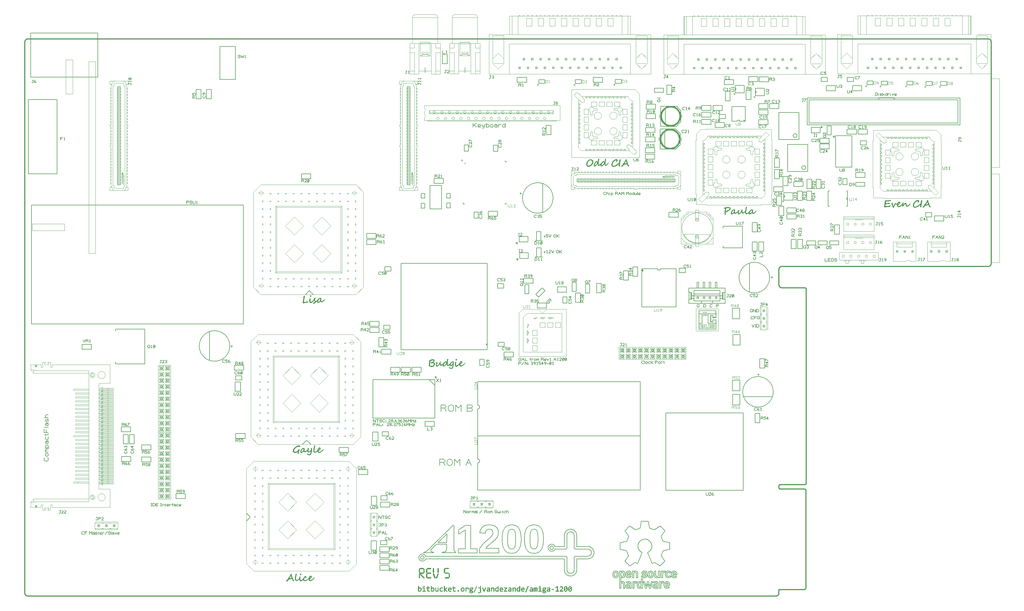
<source format=gbr>
G04 GENERATED BY PULSONIX 10.0 GERBER.DLL 7250*
G04 #@! TF.GenerationSoftware,Pulsonix,Pulsonix,10.0.7250*
G04 #@! TF.CreationDate,2019-09-12T07:48:10--1:00*
G04 #@! TF.Part,Single*
%FSLAX25Y25*%
%LPD*%
%MOIN*%
G04 #@! TF.FileFunction,Legend,Top*
G04 #@! TF.FilePolarity,Positive*
%ADD86C,0.00500*%
G04 #@! TA.AperFunction,NonMaterial*
%ADD89C,0.00500*%
%ADD90C,0.00600*%
G04 #@! TD.AperFunction*
%ADD91C,0.00300*%
G04 #@! TA.AperFunction,NonMaterial*
%ADD92C,0.00787*%
G04 #@! TD.AperFunction*
%ADD93C,0.00492*%
%ADD94C,0.00001*%
G04 #@! TA.AperFunction,Profile*
%ADD117C,0.01200*%
G04 #@! TA.AperFunction,NonMaterial*
%ADD119C,0.00001*%
G04 #@! TD.AperFunction*
%ADD138C,0.00394*%
G04 #@! TA.AperFunction,CutOut*
%ADD194C,0.00200*%
G04 #@! TA.AperFunction,NonMaterial*
%ADD196C,0.00394*%
G04 #@! TD.AperFunction*
%ADD197C,0.00787*%
%ADD277C,0.00591*%
X0Y0D02*
D02*
D86*
X8847Y663818D02*
X9142Y663524D01*
X9730Y663229*
X10318Y663524*
X10612Y663818*
Y666759*
X11200*
X10612D02*
X9436Y666759D01*
X12247Y664112D02*
X12542Y664700D01*
X13130Y664994*
X13718*
X14306Y664700*
X14600Y664112*
X14306Y663524*
X13718Y663229*
X13130*
X12542Y663524*
X12247Y664112*
Y664994*
X12542Y665876*
X13130Y666465*
X13718Y666759*
X44084Y107375D02*
X44378Y107081D01*
X44966Y106787*
X45554Y107081*
X45848Y107375*
Y110316*
X46437*
X45848D02*
X44672Y110316D01*
X49837Y106787D02*
X47484Y106787D01*
X49543Y108846*
X49837Y109434*
X49543Y110022*
X48954Y110316*
X48072*
X47484Y110022*
X53237Y106787D02*
X50884Y106787D01*
X52943Y108846*
X53237Y109434*
X52943Y110022*
X52354Y110316*
X51472*
X50884Y110022*
X45855Y589214D02*
X45855Y592743D01*
X48797*
X48208Y590978D02*
X45855Y590978D01*
X50494Y589214D02*
X51670Y589214D01*
X51082D02*
X51082Y592743D01*
X50494Y592155*
X76356Y80353D02*
X76061Y80059D01*
X75473Y79765*
X74591*
X74003Y80059*
X73709Y80353*
X73414Y80941*
Y82118*
X73709Y82706*
X74003Y83000*
X74591Y83294*
X75473*
X76061Y83000*
X76356Y82706*
X77464Y79765D02*
X77464Y83294D01*
X80406*
X79817Y81530D02*
X77464Y81530D01*
X83664Y79765D02*
X83664Y83294D01*
X85135Y81530*
X86606Y83294*
Y79765*
X87714Y81824D02*
X88303Y82118D01*
X89185*
X89773Y81824*
X90067Y81235*
Y80353*
X89773Y80059*
X89185Y79765*
X88597*
X88009Y80059*
X87714Y80353*
Y80647*
X88009Y80941*
X88597Y81235*
X89185*
X89773Y80941*
X90067Y80647*
Y80353D02*
X90067Y79765D01*
X91114Y80059D02*
X91703Y79765D01*
X92879*
X93467Y80059*
Y80647*
X92879Y80941*
X91703*
X91114Y81235*
Y81824*
X91703Y82118*
X92879*
X93467Y81824*
X94514Y82118D02*
X95691Y82118D01*
X95103Y82706D02*
X95103Y80059D01*
X95397Y79765*
X95691*
X95985Y80059*
X99367D02*
X99073Y79765D01*
X98485*
X97897*
X97309Y80059*
X97014Y80647*
Y81530*
X97309Y81824*
X97897Y82118*
X98485*
X99073Y81824*
X99367Y81530*
Y81235*
X99073Y80941*
X98485Y80647*
X97897*
X97309Y80941*
X97014Y81235*
X100414Y79765D02*
X100414Y82118D01*
Y81235D02*
X100709Y81824D01*
X101297Y82118*
X101885*
X102473Y81824*
X103514Y79765D02*
X106456Y83294D01*
X107564Y80647D02*
X107859Y80059D01*
X108447Y79765*
X109623*
X110211Y80059*
X110506Y80647*
X110211Y81235*
X109623Y81530*
X108447*
X107859Y81824*
X107564Y82412*
X107859Y83000*
X108447Y83294*
X109623*
X110211Y83000*
X110506Y82412*
X111909Y79765D02*
X111614Y79765D01*
Y83294*
X112864Y81824D02*
X113453Y82118D01*
X114335*
X114923Y81824*
X115217Y81235*
Y80353*
X114923Y80059*
X114335Y79765*
X113747*
X113159Y80059*
X112864Y80353*
Y80647*
X113159Y80941*
X113747Y81235*
X114335*
X114923Y80941*
X115217Y80647*
Y80353D02*
X115217Y79765D01*
X116264Y82118D02*
X117441Y79765D01*
X118617Y82118*
X122017Y80059D02*
X121723Y79765D01*
X121135*
X120547*
X119959Y80059*
X119664Y80647*
Y81530*
X119959Y81824*
X120547Y82118*
X121135*
X121723Y81824*
X122017Y81530*
Y81235*
X121723Y80941*
X121135Y80647*
X120547*
X119959Y80941*
X119664Y81235*
X74969Y331326D02*
X76440Y327796D01*
X77910Y331326*
X79019Y327796D02*
X79019Y331326D01*
X81078*
X81666Y331032*
X81960Y330443*
X81666Y329855*
X81078Y329561*
X79019*
X81078D02*
X81960Y327796D01*
X83657D02*
X84834Y327796D01*
X84246D02*
X84246Y331326D01*
X83657Y330738*
X91721Y98660D02*
X92016Y98366D01*
X92604Y98072*
X93192Y98366*
X93486Y98660*
Y101601*
X94074*
X93486D02*
X92310Y101601D01*
X95121Y98072D02*
X95121Y101601D01*
X97180*
X97769Y101307*
X98063Y100719*
X97769Y100131*
X97180Y99837*
X95121*
X101524Y98072D02*
X99171Y98072D01*
X101230Y100131*
X101524Y100719*
X101230Y101307*
X100642Y101601*
X99760*
X99171Y101307*
X125541Y219892D02*
X125541Y223422D01*
X127600*
X128188Y223128*
X128483Y222539*
X128188Y221951*
X127600Y221657*
X125541*
X127600D02*
X128483Y219892D01*
X129591Y220775D02*
X129886Y221363D01*
X130474Y221657*
X131062*
X131650Y221363*
X131944Y220775*
X131650Y220186*
X131062Y219892*
X130474*
X129886Y220186*
X129591Y220775*
Y221657*
X129886Y222539*
X130474Y223128*
X131062Y223422*
X132991Y219892D02*
X135344Y223422D01*
X132991*
X125973Y169529D02*
X125973Y173058D01*
X128032*
X128621Y172764*
X128915Y172176*
X128621Y171587*
X128032Y171293*
X125973*
X128032D02*
X128915Y169529D01*
X130023Y170411D02*
X130318Y170999D01*
X130906Y171293*
X131494*
X132082Y170999*
X132376Y170411*
X132082Y169823*
X131494Y169529*
X130906*
X130318Y169823*
X130023Y170411*
Y171293*
X130318Y172176*
X130906Y172764*
X131494Y173058*
X133423Y170411D02*
X133718Y170999D01*
X134306Y171293*
X134894*
X135482Y170999*
X135776Y170411*
X135482Y169823*
X134894Y169529*
X134306*
X133718Y169823*
X133423Y170411*
Y171293*
X133718Y172176*
X134306Y172764*
X134894Y173058*
X131393Y187139D02*
X131687Y186844D01*
X131981Y186256*
Y185374*
X131687Y184786*
X131393Y184492*
X130804Y184197*
X129628*
X129040Y184492*
X128746Y184786*
X128451Y185374*
Y186256*
X128746Y186844*
X129040Y187139*
X131099Y188247D02*
X130510Y188542D01*
X130216Y189130*
Y189718*
X130510Y190306*
X131099Y190600*
X131687Y190306*
X131981Y189718*
Y189130*
X131687Y188542*
X131099Y188247*
X130216*
X129334Y188542*
X128746Y189130*
X128451Y189718*
X131687Y191942D02*
X131981Y192530D01*
Y193118*
X131687Y193706*
X131099Y194000*
X130510Y193706*
X130216Y193118*
Y192530*
Y193118D02*
X129922Y193706D01*
X129334Y194000*
X128746Y193706*
X128451Y193118*
Y192530*
X128746Y191942*
X136904Y660575D02*
X137199Y660870D01*
X137493Y661458*
X137199Y662046*
X136904Y662340*
X133963*
Y662928*
Y662340D02*
X133963Y661164D01*
X137493Y664564D02*
X137493Y665740D01*
Y665152D02*
X133963Y665152D01*
X134551Y664564*
X137199Y667670D02*
X137493Y668258D01*
Y668846*
X137199Y669434*
X136610Y669728*
X134846*
X134257Y669434*
X133963Y668846*
Y668258*
X134257Y667670*
X134846Y667375*
X136610*
X137199Y667670*
X134257Y669434*
X139857Y187139D02*
X140151Y186844D01*
X140445Y186256*
Y185374*
X140151Y184786*
X139857Y184492*
X139269Y184197*
X138093*
X137504Y184492*
X137210Y184786*
X136916Y185374*
Y186256*
X137210Y186844*
X137504Y187139*
X139563Y188247D02*
X138975Y188542D01*
X138681Y189130*
Y189718*
X138975Y190306*
X139563Y190600*
X140151Y190306*
X140445Y189718*
Y189130*
X140151Y188542*
X139563Y188247*
X138681*
X137798Y188542*
X137210Y189130*
X136916Y189718*
X140445Y193118D02*
X136916Y193118D01*
X139269Y191647*
Y194000*
X151650Y184362D02*
X151650Y187891D01*
X153709*
X154297Y187597*
X154591Y187009*
X154297Y186421*
X153709Y186126*
X151650*
X153709D02*
X154591Y184362D01*
X155700Y184656D02*
X156288Y184362D01*
X157170*
X157759Y184656*
X158053Y185244*
Y185538*
X157759Y186126*
X157170Y186421*
X155700*
Y187891*
X158053*
X159100Y185244D02*
X159394Y185832D01*
X159982Y186126*
X160570*
X161159Y185832*
X161453Y185244*
X161159Y184656*
X160570Y184362*
X159982*
X159394Y184656*
X159100Y185244*
Y186126*
X159394Y187009*
X159982Y187597*
X160570Y187891*
X152027Y168146D02*
X152027Y171676D01*
X154086*
X154674Y171381*
X154969Y170793*
X154674Y170205*
X154086Y169911*
X152027*
X154086D02*
X154969Y168146D01*
X156077Y168440D02*
X156666Y168146D01*
X157548*
X158136Y168440*
X158430Y169028*
Y169323*
X158136Y169911*
X157548Y170205*
X156077*
Y171676*
X158430*
X160360Y169911D02*
X160948Y169911D01*
X161536Y170205*
X161830Y170793*
X161536Y171381*
X160948Y171676*
X160360*
X159771Y171381*
X159477Y170793*
X159771Y170205*
X160360Y169911*
X159771Y169617*
X159477Y169028*
X159771Y168440*
X160360Y168146*
X160948*
X161536Y168440*
X161830Y169028*
X161536Y169617*
X160948Y169911*
X162981Y116182D02*
X164158Y116182D01*
X163570D02*
X163570Y119712D01*
X162981D02*
X164158Y119712D01*
X165131Y116182D02*
X165131Y119712D01*
X166896*
X167484Y119417*
X167778Y119123*
X168073Y118535*
Y117359*
X167778Y116770*
X167484Y116476*
X166896Y116182*
X165131*
X169181D02*
X169181Y119712D01*
X172123*
X171534Y117947D02*
X169181Y117947D01*
Y116182D02*
X172123Y116182D01*
X175381D02*
X176558Y116182D01*
X175970D02*
X175970Y119712D01*
X175381D02*
X176558Y119712D01*
X177531Y116182D02*
X177531Y118535D01*
Y117653D02*
X177825Y118241D01*
X178414Y118535*
X179002*
X179590Y118241*
X179884Y117653*
Y116182*
X180931Y118535D02*
X182108Y118535D01*
X181520Y119123D02*
X181520Y116476D01*
X181814Y116182*
X182108*
X182402Y116476*
X185784D02*
X185490Y116182D01*
X184902*
X184314*
X183725Y116476*
X183431Y117065*
Y117947*
X183725Y118241*
X184314Y118535*
X184902*
X185490Y118241*
X185784Y117947*
Y117653*
X185490Y117359*
X184902Y117065*
X184314*
X183725Y117359*
X183431Y117653*
X186831Y116182D02*
X186831Y118535D01*
Y117653D02*
X187125Y118241D01*
X187714Y118535*
X188302*
X188890Y118241*
X190520Y116182D02*
X190520Y119123D01*
X190814Y119417*
X191108*
X191402Y119123*
X189931Y118241D02*
X191108Y118241D01*
X192431D02*
X193020Y118535D01*
X193902*
X194490Y118241*
X194784Y117653*
Y116770*
X194490Y116476*
X193902Y116182*
X193314*
X192725Y116476*
X192431Y116770*
Y117065*
X192725Y117359*
X193314Y117653*
X193902*
X194490Y117359*
X194784Y117065*
Y116770D02*
X194784Y116182D01*
X198184Y118241D02*
X197596Y118535D01*
X196714*
X196125Y118241*
X195831Y117653*
Y117065*
X196125Y116476*
X196714Y116182*
X197596*
X198184Y116476*
X201584D02*
X201290Y116182D01*
X200702*
X200114*
X199525Y116476*
X199231Y117065*
Y117947*
X199525Y118241*
X200114Y118535*
X200702*
X201290Y118241*
X201584Y117947*
Y117653*
X201290Y117359*
X200702Y117065*
X200114*
X199525Y117359*
X199231Y117653*
X158483Y321902D02*
X158483Y323078D01*
X158777Y323667*
X159071Y323961*
X159659Y324255*
X160247*
X160836Y323961*
X161130Y323667*
X161424Y323078*
Y321902*
X161130Y321314*
X160836Y321019*
X160247Y320725*
X159659*
X159071Y321019*
X158777Y321314*
X158483Y321902*
X160542Y321608D02*
X161424Y320725D01*
X163121D02*
X164297Y320725D01*
X163709D02*
X163709Y324255D01*
X163121Y323667*
X166227Y321019D02*
X166815Y320725D01*
X167403*
X167992Y321019*
X168286Y321608*
Y323372*
X167992Y323961*
X167403Y324255*
X166815*
X166227Y323961*
X165933Y323372*
Y321608*
X166227Y321019*
X167992Y323961*
X174238Y301731D02*
X174532Y301437D01*
X175120Y301143*
X175709Y301437*
X176003Y301731*
Y304672*
X176591*
X176003D02*
X174826Y304672D01*
X179991Y301143D02*
X177638Y301143D01*
X179697Y303202*
X179991Y303790*
X179697Y304378*
X179109Y304672*
X178226*
X177638Y304378*
X181332Y301437D02*
X181920Y301143D01*
X182509*
X183097Y301437*
X183391Y302025*
X183097Y302613*
X182509Y302907*
X181920*
X182509D02*
X183097Y303202D01*
X183391Y303790*
X183097Y304378*
X182509Y304672*
X181920*
X181332Y304378*
X196460Y133390D02*
X196460Y136919D01*
X198519*
X199107Y136625*
X199402Y136037*
X199107Y135449*
X198519Y135155*
X196460*
X198519D02*
X199402Y133390D01*
X200510Y133684D02*
X201099Y133390D01*
X201981*
X202569Y133684*
X202863Y134272*
Y134566*
X202569Y135155*
X201981Y135449*
X200510*
Y136919*
X202863*
X204793Y133390D02*
X205381Y133684D01*
X205969Y134272*
X206263Y135155*
Y136037*
X205969Y136625*
X205381Y136919*
X204793*
X204205Y136625*
X203910Y136037*
X204205Y135449*
X204793Y135155*
X205381*
X205969Y135449*
X206263Y136037*
X220055Y643715D02*
X216526Y643715D01*
Y645774*
X216820Y646362*
X217408Y646656*
X217997Y646362*
X218291Y645774*
Y643715*
Y645774D02*
X220055Y646656D01*
X219761Y647765D02*
X220055Y648354D01*
Y649236*
X219761Y649824*
X219173Y650118*
X218879*
X218291Y649824*
X217997Y649236*
Y647765*
X216526*
Y650118*
X209046Y507047D02*
X209046Y510577D01*
X211104*
X211693Y510282*
X211987Y509694*
X211693Y509106*
X211104Y508812*
X209046*
X213096Y507930D02*
X213390Y507341D01*
X213978Y507047*
X215154*
X215743Y507341*
X216037Y507930*
X215743Y508518*
X215154Y508812*
X213978*
X213390Y509106*
X213096Y509694*
X213390Y510282*
X213978Y510577*
X215154*
X215743Y510282*
X216037Y509694*
X217146Y510577D02*
X217146Y507930D01*
X217440Y507341*
X218028Y507047*
X219204*
X219793Y507341*
X220087Y507930*
Y510577*
X221784Y507047D02*
X222960Y507047D01*
X222372D02*
X222372Y510577D01*
X221784Y509988*
X232709Y646656D02*
X233003Y646362D01*
X233297Y645774*
Y644892*
X233003Y644304*
X232709Y644009*
X232121Y643715*
X230944*
X230356Y644009*
X230062Y644304*
X229768Y644892*
Y645774*
X230062Y646362*
X230356Y646656*
X233297Y648648D02*
X233003Y649236D01*
X232415Y649824*
X231533Y650118*
X230650*
X230062Y649824*
X229768Y649236*
Y648648*
X230062Y648059*
X230650Y647765*
X231238Y648059*
X231533Y648648*
Y649236*
X231238Y649824*
X230650Y650118*
X265934Y322870D02*
X268287Y322870D01*
X267111Y321694D02*
X267111Y324047D01*
X258222Y302321D02*
X257928Y302027D01*
X257340Y301733*
X256457*
X255869Y302027*
X255575Y302321*
X255281Y302910*
Y304086*
X255575Y304674*
X255869Y304969*
X256457Y305263*
X257340*
X257928Y304969*
X258222Y304674*
X259331Y302027D02*
X259919Y301733D01*
X260802*
X261390Y302027*
X261684Y302616*
Y302910*
X261390Y303498*
X260802Y303792*
X259331*
Y305263*
X261684*
X262731Y302616D02*
X263025Y303204D01*
X263613Y303498*
X264202*
X264790Y303204*
X265084Y302616*
X264790Y302027*
X264202Y301733*
X263613*
X263025Y302027*
X262731Y302616*
Y303498*
X263025Y304380*
X263613Y304969*
X264202Y305263*
X270068Y262822D02*
X270068Y260175D01*
X270362Y259586*
X270950Y259292*
X272127*
X272715Y259586*
X273009Y260175*
Y262822*
X276471Y259292D02*
X274118Y259292D01*
X276177Y261351*
X276471Y261939*
X276177Y262528*
X275589Y262822*
X274706*
X274118Y262528*
X279871Y259292D02*
X277518Y259292D01*
X279577Y261351*
X279871Y261939*
X279577Y262528*
X278989Y262822*
X278106*
X277518Y262528*
X274167Y287361D02*
X273873Y287067D01*
X273285Y286773*
X272402*
X271814Y287067*
X271520Y287361*
X271226Y287949*
Y289126*
X271520Y289714*
X271814Y290008*
X272402Y290302*
X273285*
X273873Y290008*
X274167Y289714*
X275276Y287655D02*
X275570Y288243D01*
X276158Y288537*
X276746*
X277335Y288243*
X277629Y287655*
X277335Y287067*
X276746Y286773*
X276158*
X275570Y287067*
X275276Y287655*
Y288537*
X275570Y289420*
X276158Y290008*
X276746Y290302*
X278970Y287067D02*
X279558Y286773D01*
X280146*
X280735Y287067*
X281029Y287655*
Y289420*
X280735Y290008*
X280146Y290302*
X279558*
X278970Y290008*
X278676Y289420*
Y287655*
X278970Y287067*
X280735Y290008*
X272210Y298977D02*
X272210Y302507D01*
X274269*
X274857Y302213*
X275151Y301624*
X274857Y301036*
X274269Y300742*
X272210*
X274269D02*
X275151Y298977D01*
X277731D02*
X277731Y302507D01*
X276260Y300154*
X278613*
X280542Y300742D02*
X281131Y300742D01*
X281719Y301036*
X282013Y301624*
X281719Y302213*
X281131Y302507*
X280542*
X279954Y302213*
X279660Y301624*
X279954Y301036*
X280542Y300742*
X279954Y300448*
X279660Y299860*
X279954Y299272*
X280542Y298977*
X281131*
X281719Y299272*
X282013Y299860*
X281719Y300448*
X281131Y300742*
X272443Y199262D02*
X272443Y202791D01*
X274502*
X275090Y202497*
X275384Y201909*
X275090Y201321*
X274502Y201027*
X272443*
X274502D02*
X275384Y199262D01*
X276493Y199556D02*
X277081Y199262D01*
X277963*
X278552Y199556*
X278846Y200144*
Y200438*
X278552Y201027*
X277963Y201321*
X276493*
Y202791*
X278846*
X279893Y199556D02*
X280481Y199262D01*
X281363*
X281952Y199556*
X282246Y200144*
Y200438*
X281952Y201027*
X281363Y201321*
X279893*
Y202791*
X282246*
X275419Y696419D02*
X275713Y695831D01*
X276301Y695537*
X277477*
X278066Y695831*
X278360Y696419*
X278066Y697008*
X277477Y697302*
X276301*
X275713Y697596*
X275419Y698184*
X275713Y698772*
X276301Y699066*
X277477*
X278066Y698772*
X278360Y698184*
X279469Y699066D02*
X279763Y695537D01*
X280939Y697302*
X282116Y695537*
X282410Y699066*
X284107Y695537D02*
X285283Y695537D01*
X284695D02*
X284695Y699066D01*
X284107Y698478*
X357398Y534815D02*
X357398Y538344D01*
X359457*
X360045Y538050*
X360339Y537462*
X360045Y536874*
X359457Y536580*
X357398*
X359457D02*
X360339Y534815D01*
X363801D02*
X361448Y534815D01*
X363507Y536874*
X363801Y537462*
X363507Y538050*
X362919Y538344*
X362036*
X361448Y538050*
X365142Y535109D02*
X365730Y534815D01*
X366319*
X366907Y535109*
X367201Y535697*
Y537462*
X366907Y538050*
X366319Y538344*
X365730*
X365142Y538050*
X364848Y537462*
Y535697*
X365142Y535109*
X366907Y538050*
X407143Y180946D02*
X407143Y184475D01*
X409202*
X409791Y184181*
X410085Y183593*
X409791Y183005*
X409202Y182711*
X407143*
X409202D02*
X410085Y180946D01*
X411193Y181240D02*
X411782Y180946D01*
X412664*
X413252Y181240*
X413546Y181828*
Y182122*
X413252Y182711*
X412664Y183005*
X411193*
Y184475*
X413546*
X414593Y180946D02*
X416946Y184475D01*
X414593*
X434283Y342423D02*
X434283Y345953D01*
X436341*
X436930Y345658*
X437224Y345070*
X436930Y344482*
X436341Y344188*
X434283*
X436341D02*
X437224Y342423D01*
X439803D02*
X439803Y345953D01*
X438333Y343600*
X440686*
X444086Y342423D02*
X441733Y342423D01*
X443791Y344482*
X444086Y345070*
X443791Y345658*
X443203Y345953*
X442321*
X441733Y345658*
X435074Y350259D02*
X435074Y353789D01*
X437133*
X437721Y353495*
X438016Y352906*
X437721Y352318*
X437133Y352024*
X435074*
X437133D02*
X438016Y350259D01*
X440595D02*
X440595Y353789D01*
X439124Y351436*
X441477*
X442524Y350554D02*
X443113Y350259D01*
X443995*
X444583Y350554*
X444877Y351142*
Y351436*
X444583Y352024*
X443995Y352318*
X442524*
Y353789*
X444877*
X433100Y164712D02*
X432806Y164418D01*
X432217Y164124*
X431335*
X430747Y164418*
X430453Y164712*
X430159Y165300*
Y166477*
X430453Y167065*
X430747Y167359*
X431335Y167653*
X432217*
X432806Y167359*
X433100Y167065*
X434209Y165006D02*
X434503Y165594D01*
X435091Y165888*
X435679*
X436267Y165594*
X436561Y165006*
X436267Y164418*
X435679Y164124*
X435091*
X434503Y164418*
X434209Y165006*
Y165888*
X434503Y166771*
X435091Y167359*
X435679Y167653*
X437609Y164418D02*
X438197Y164124D01*
X439079*
X439667Y164418*
X439961Y165006*
Y165300*
X439667Y165888*
X439079Y166182*
X437609*
Y167653*
X439961*
X444477Y58294D02*
X444477Y55647D01*
X444772Y55059*
X445360Y54765*
X446536*
X447124Y55059*
X447419Y55647*
Y58294*
X448822Y55059D02*
X449410Y54765D01*
X449998*
X450586Y55059*
X450880Y55647*
X450586Y56235*
X449998Y56530*
X449410*
X449998D02*
X450586Y56824D01*
X450880Y57412*
X450586Y58000*
X449998Y58294*
X449410*
X448822Y58000*
X452222Y55059D02*
X452810Y54765D01*
X453398*
X453986Y55059*
X454280Y55647*
Y57412*
X453986Y58000*
X453398Y58294*
X452810*
X452222Y58000*
X451927Y57412*
Y55647*
X452222Y55059*
X453986Y58000*
X446249Y116365D02*
X446249Y113718D01*
X446543Y113130*
X447131Y112836*
X448308*
X448896Y113130*
X449190Y113718*
Y116365*
X452652Y112836D02*
X450299Y112836D01*
X452358Y114895*
X452652Y115483*
X452358Y116071*
X451770Y116365*
X450887*
X450299Y116071*
X454581Y114600D02*
X455170Y114600D01*
X455758Y114895*
X456052Y115483*
X455758Y116071*
X455170Y116365*
X454581*
X453993Y116071*
X453699Y115483*
X453993Y114895*
X454581Y114600*
X453993Y114306*
X453699Y113718*
X453993Y113130*
X454581Y112836*
X455170*
X455758Y113130*
X456052Y113718*
X455758Y114306*
X455170Y114600*
X448611Y197861D02*
X448611Y195214D01*
X448905Y194626*
X449494Y194332*
X450670*
X451258Y194626*
X451552Y195214*
Y197861*
X455014Y194332D02*
X452661Y194332D01*
X454720Y196391*
X455014Y196979*
X454720Y197567*
X454132Y197861*
X453249*
X452661Y197567*
X456061Y194626D02*
X456649Y194332D01*
X457532*
X458120Y194626*
X458414Y195214*
Y195508*
X458120Y196096*
X457532Y196391*
X456061*
Y197861*
X458414*
X450365Y314120D02*
X450365Y317650D01*
X452424*
X453012Y317356*
X453307Y316768*
X453012Y316179*
X452424Y315885*
X450365*
X452424D02*
X453307Y314120D01*
X455886D02*
X455886Y317650D01*
X454415Y315297*
X456768*
X458404Y314120D02*
X459580Y314120D01*
X458992D02*
X458992Y317650D01*
X458404Y317062*
X468092Y322116D02*
X464562Y322116D01*
Y324175*
X464856Y324763*
X465445Y325057*
X466033Y324763*
X466327Y324175*
Y322116*
Y324175D02*
X468092Y325057D01*
Y327637D02*
X464562Y327637D01*
X466915Y326166*
Y328519*
X467798Y329860D02*
X468092Y330448D01*
Y331037*
X467798Y331625*
X467209Y331919*
X466621Y331625*
X466327Y331037*
Y330448*
Y331037D02*
X466033Y331625D01*
X465445Y331919*
X464856Y331625*
X464562Y331037*
Y330448*
X464856Y329860*
X454690Y463740D02*
X454690Y467270D01*
X456749*
X457337Y466976*
X457632Y466387*
X457337Y465799*
X456749Y465505*
X454690*
X456749D02*
X457632Y463740D01*
X458740Y464623D02*
X459035Y465211D01*
X459623Y465505*
X460211*
X460799Y465211*
X461093Y464623*
X460799Y464034*
X460211Y463740*
X459623*
X459035Y464034*
X458740Y464623*
Y465505*
X459035Y466387*
X459623Y466976*
X460211Y467270*
X464493Y463740D02*
X462140Y463740D01*
X464199Y465799*
X464493Y466387*
X464199Y466976*
X463611Y467270*
X462729*
X462140Y466976*
X455192Y456086D02*
X455192Y459616D01*
X457251*
X457839Y459322*
X458133Y458733*
X457839Y458145*
X457251Y457851*
X455192*
X457251D02*
X458133Y456086D01*
X459242Y456969D02*
X459536Y457557D01*
X460124Y457851*
X460713*
X461301Y457557*
X461595Y456969*
X461301Y456381*
X460713Y456086*
X460124*
X459536Y456381*
X459242Y456969*
Y457851*
X459536Y458733*
X460124Y459322*
X460713Y459616*
X463230Y456086D02*
X464407Y456086D01*
X463819D02*
X463819Y459616D01*
X463230Y459028*
X459994Y416101D02*
X459700Y415807D01*
X459111Y415513*
X458229*
X457641Y415807*
X457347Y416101*
X457053Y416689*
Y417866*
X457347Y418454*
X457641Y418748*
X458229Y419042*
X459111*
X459700Y418748*
X459994Y418454*
X461103Y415807D02*
X461691Y415513D01*
X462573*
X463161Y415807*
X463456Y416395*
Y416689*
X463161Y417278*
X462573Y417572*
X461103*
Y419042*
X463456*
X464797Y415807D02*
X465385Y415513D01*
X465973*
X466561Y415807*
X466856Y416395*
Y418160*
X466561Y418748*
X465973Y419042*
X465385*
X464797Y418748*
X464503Y418160*
Y416395*
X464797Y415807*
X466561Y418748*
X457446Y90511D02*
X457740Y90216D01*
X458329Y89922*
X458917Y90216*
X459211Y90511*
Y93452*
X459799*
X459211D02*
X458035Y93452D01*
X460846Y89922D02*
X460846Y93452D01*
X462905*
X463493Y93158*
X463787Y92569*
X463493Y91981*
X462905Y91687*
X460846*
X465190Y90216D02*
X465779Y89922D01*
X466367*
X466955Y90216*
X467249Y90805*
X466955Y91393*
X466367Y91687*
X465779*
X466367D02*
X466955Y91981D01*
X467249Y92569*
X466955Y93158*
X466367Y93452*
X465779*
X465190Y93158*
X457327Y80080D02*
X457327Y83609D01*
X459386*
X459974Y83315*
X460269Y82727*
X459974Y82139*
X459386Y81844*
X457327*
X461377Y80080D02*
X462848Y83609D01*
X464319Y80080*
X461966Y81550D02*
X463730Y81550D01*
X465427Y83609D02*
X465427Y80080D01*
X468369*
X471643Y31930D02*
X471643Y35460D01*
X473702*
X474290Y35165*
X474584Y34577*
X474290Y33989*
X473702Y33695*
X471643*
X473702D02*
X474584Y31930D01*
X475693Y32813D02*
X475987Y33401D01*
X476575Y33695*
X477163*
X477752Y33401*
X478046Y32813*
X477752Y32224*
X477163Y31930*
X476575*
X475987Y32224*
X475693Y32813*
Y33695*
X475987Y34577*
X476575Y35165*
X477163Y35460*
X480563Y31930D02*
X480563Y35460D01*
X479093Y33107*
X481446*
X471643Y60277D02*
X471643Y63806D01*
X473702*
X474290Y63512*
X474584Y62924*
X474290Y62335*
X473702Y62041*
X471643*
X473702D02*
X474584Y60277D01*
X478046D02*
X475693Y60277D01*
X477752Y62335*
X478046Y62924*
X477752Y63512*
X477163Y63806*
X476281*
X475693Y63512*
X479975Y60277D02*
X480563Y60571D01*
X481152Y61159*
X481446Y62041*
Y62924*
X481152Y63512*
X480563Y63806*
X479975*
X479387Y63512*
X479093Y62924*
X479387Y62335*
X479975Y62041*
X480563*
X481152Y62335*
X481446Y62924*
X471781Y43247D02*
X471781Y46776D01*
X473840*
X474428Y46482*
X474722Y45894*
X474428Y45305*
X473840Y45011*
X471781*
X473840D02*
X474722Y43247D01*
X475831Y44129D02*
X476125Y44717D01*
X476713Y45011*
X477301*
X477890Y44717*
X478184Y44129*
X477890Y43541*
X477301Y43247*
X476713*
X476125Y43541*
X475831Y44129*
Y45011*
X476125Y45894*
X476713Y46482*
X477301Y46776*
X479525Y43541D02*
X480113Y43247D01*
X480701*
X481290Y43541*
X481584Y44129*
X481290Y44717*
X480701Y45011*
X480113*
X480701D02*
X481290Y45305D01*
X481584Y45894*
X481290Y46482*
X480701Y46776*
X480113*
X479525Y46482*
X471840Y51222D02*
X471840Y54751D01*
X473898*
X474487Y54457*
X474781Y53869*
X474487Y53280*
X473898Y52986*
X471840*
X473898D02*
X474781Y51222D01*
X475890Y52104D02*
X476184Y52692D01*
X476772Y52986*
X477360*
X477948Y52692*
X478243Y52104*
X477948Y51516*
X477360Y51222*
X476772*
X476184Y51516*
X475890Y52104*
Y52986*
X476184Y53869*
X476772Y54457*
X477360Y54751*
X479584Y51516D02*
X480172Y51222D01*
X480760*
X481348Y51516*
X481643Y52104*
Y53869*
X481348Y54457*
X480760Y54751*
X480172*
X479584Y54457*
X479290Y53869*
Y52104*
X479584Y51516*
X481348Y54457*
X464718Y339920D02*
X464424Y339626D01*
X463836Y339332*
X462953*
X462365Y339626*
X462071Y339920*
X461777Y340508*
Y341685*
X462071Y342273*
X462365Y342567*
X462953Y342861*
X463836*
X464424Y342567*
X464718Y342273*
X465827Y339626D02*
X466415Y339332D01*
X467298*
X467886Y339626*
X468180Y340214*
Y340508*
X467886Y341096*
X467298Y341391*
X465827*
Y342861*
X468180*
X469227Y339626D02*
X469815Y339332D01*
X470698*
X471286Y339626*
X471580Y340214*
Y340508*
X471286Y341096*
X470698Y341391*
X469227*
Y342861*
X471580*
X472853Y116570D02*
X472853Y120100D01*
X474912*
X475500Y119805*
X475794Y119217*
X475500Y118629*
X474912Y118335*
X472853*
X474912D02*
X475794Y116570D01*
X479256D02*
X476903Y116570D01*
X478962Y118629*
X479256Y119217*
X478962Y119805*
X478373Y120100*
X477491*
X476903Y119805*
X481185Y118335D02*
X481773Y118335D01*
X482362Y118629*
X482656Y119217*
X482362Y119805*
X481773Y120100*
X481185*
X480597Y119805*
X480303Y119217*
X480597Y118629*
X481185Y118335*
X480597Y118041*
X480303Y117453*
X480597Y116864*
X481185Y116570*
X481773*
X482362Y116864*
X482656Y117453*
X482362Y118041*
X481773Y118335*
X457214Y99962D02*
X457214Y103491D01*
X460156Y99962*
Y103491*
X462735Y99962D02*
X462735Y103491D01*
X461264D02*
X464206Y103491D01*
X465314Y100844D02*
X465609Y100256D01*
X466197Y99962*
X467373*
X467961Y100256*
X468256Y100844*
X467961Y101432*
X467373Y101726*
X466197*
X465609Y102021*
X465314Y102609*
X465609Y103197*
X466197Y103491*
X467373*
X467961Y103197*
X468256Y102609*
X472306Y100550D02*
X472011Y100256D01*
X471423Y99962*
X470541*
X469953Y100256*
X469659Y100550*
X469364Y101138*
Y102315*
X469659Y102903*
X469953Y103197*
X470541Y103491*
X471423*
X472011Y103197*
X472306Y102903*
X468458Y72991D02*
X468164Y72697D01*
X467576Y72403*
X466694*
X466105Y72697*
X465811Y72991*
X465517Y73579*
Y74756*
X465811Y75344*
X466105Y75638*
X466694Y75932*
X467576*
X468164Y75638*
X468458Y75344*
X469567Y73285D02*
X469861Y73873D01*
X470450Y74167*
X471038*
X471626Y73873*
X471920Y73285*
X471626Y72697*
X471038Y72403*
X470450*
X469861Y72697*
X469567Y73285*
Y74167*
X469861Y75050*
X470450Y75638*
X471038Y75932*
X472967Y72403D02*
X475320Y75932D01*
X472967*
X469049Y131259D02*
X468755Y130964D01*
X468167Y130670*
X467284*
X466696Y130964*
X466402Y131259*
X466108Y131847*
Y133023*
X466402Y133612*
X466696Y133906*
X467284Y134200*
X468167*
X468755Y133906*
X469049Y133612*
X470158Y131553D02*
X470452Y132141D01*
X471040Y132435*
X471628*
X472217Y132141*
X472511Y131553*
X472217Y130964*
X471628Y130670*
X471040*
X470452Y130964*
X470158Y131553*
Y132435*
X470452Y133317*
X471040Y133906*
X471628Y134200*
X473558Y131553D02*
X473852Y132141D01*
X474440Y132435*
X475028*
X475617Y132141*
X475911Y131553*
X475617Y130964*
X475028Y130670*
X474440*
X473852Y130964*
X473558Y131553*
Y132435*
X473852Y133317*
X474440Y133906*
X475028Y134200*
X469639Y202912D02*
X469345Y202618D01*
X468757Y202324*
X467875*
X467286Y202618*
X466992Y202912*
X466698Y203500*
Y204677*
X466992Y205265*
X467286Y205559*
X467875Y205853*
X468757*
X469345Y205559*
X469639Y205265*
X470748Y203206D02*
X471042Y203794D01*
X471631Y204089*
X472219*
X472807Y203794*
X473101Y203206*
X472807Y202618*
X472219Y202324*
X471631*
X471042Y202618*
X470748Y203206*
Y204089*
X471042Y204971*
X471631Y205559*
X472219Y205853*
X476501Y202324D02*
X474148Y202324D01*
X476207Y204383*
X476501Y204971*
X476207Y205559*
X475619Y205853*
X474736*
X474148Y205559*
X472731Y284970D02*
X472731Y288500D01*
X474790*
X475378Y288206*
X475672Y287618*
X475378Y287029*
X474790Y286735*
X472731*
X474790D02*
X475672Y284970D01*
X478252D02*
X478252Y288500D01*
X476781Y286147*
X479134*
X481063Y284970D02*
X481652Y285265D01*
X482240Y285853*
X482534Y286735*
Y287618*
X482240Y288206*
X481652Y288500*
X481063*
X480475Y288206*
X480181Y287618*
X480475Y287029*
X481063Y286735*
X481652*
X482240Y287029*
X482534Y287618*
X486258Y284978D02*
X486258Y288507D01*
X488317*
X488905Y288213*
X489199Y287625*
X488905Y287037*
X488317Y286743*
X486258*
X488317D02*
X489199Y284978D01*
X490308Y285272D02*
X490896Y284978D01*
X491779*
X492367Y285272*
X492661Y285860*
Y286154*
X492367Y286743*
X491779Y287037*
X490308*
Y288507*
X492661*
X494002Y285272D02*
X494591Y284978D01*
X495179*
X495767Y285272*
X496061Y285860*
Y287625*
X495767Y288213*
X495179Y288507*
X494591*
X494002Y288213*
X493708Y287625*
Y285860*
X494002Y285272*
X495767Y288213*
X491221Y675747D02*
X491515Y675453D01*
X492103Y675159*
X492691Y675453*
X492985Y675747*
Y678688*
X493574*
X492985D02*
X491809Y678688D01*
X495209Y675159D02*
X496385Y675159D01*
X495797D02*
X495797Y678688D01*
X495209Y678100*
X500973Y284686D02*
X500973Y288216D01*
X503032*
X503621Y287921*
X503915Y287333*
X503621Y286745*
X503032Y286451*
X500973*
X503032D02*
X503915Y284686D01*
X505023Y284980D02*
X505612Y284686D01*
X506494*
X507082Y284980*
X507376Y285568*
Y285863*
X507082Y286451*
X506494Y286745*
X505023*
Y288216*
X507376*
X509012Y284686D02*
X510188Y284686D01*
X509600D02*
X509600Y288216D01*
X509012Y287627*
X449864Y219844D02*
X449864Y223373D01*
X451922*
X452511Y223079*
X452805Y222491*
X452511Y221902*
X451922Y221608*
X449864*
X453914Y219844D02*
X455384Y223373D01*
X456855Y219844*
X454502Y221314D02*
X456267Y221314D01*
X457964Y223373D02*
X457964Y219844D01*
X460905*
X462308D02*
X462602Y220138D01*
X462308Y220432*
X462014Y220138*
X462308Y219844*
Y221314D02*
X462602Y221608D01*
X462308Y221902*
X462014Y221608*
X462308Y221314*
X470217Y219844D02*
X467864Y219844D01*
X469922Y221902*
X470217Y222491*
X469922Y223079*
X469334Y223373*
X468452*
X467864Y223079*
X472146Y221608D02*
X472734Y221608D01*
X473322Y221902*
X473617Y222491*
X473322Y223079*
X472734Y223373*
X472146*
X471558Y223079*
X471264Y222491*
X471558Y221902*
X472146Y221608*
X471558Y221314*
X471264Y220726*
X471558Y220138*
X472146Y219844*
X472734*
X473322Y220138*
X473617Y220726*
X473322Y221314*
X472734Y221608*
X474958Y219844D02*
X475252Y220138D01*
X474958Y220432*
X474664Y220138*
X474958Y219844*
X476508Y220138D02*
X477096Y219844D01*
X477684*
X478272Y220138*
X478567Y220726*
X478272Y221314*
X477684Y221608*
X477096*
X477684D02*
X478272Y221902D01*
X478567Y222491*
X478272Y223079*
X477684Y223373*
X477096*
X476508Y223079*
X479614Y219844D02*
X481967Y223373D01*
X479614*
X483014Y220138D02*
X483602Y219844D01*
X484484*
X485072Y220138*
X485367Y220726*
Y221020*
X485072Y221608*
X484484Y221902*
X483014*
Y223373*
X485367*
X487002Y219844D02*
X488178Y219844D01*
X487590D02*
X487590Y223373D01*
X487002Y222785*
X489814Y220726D02*
X490108Y221314D01*
X490696Y221608*
X491284*
X491872Y221314*
X492167Y220726*
X491872Y220138*
X491284Y219844*
X490696*
X490108Y220138*
X489814Y220726*
Y221608*
X490108Y222491*
X490696Y223079*
X491284Y223373*
X493214Y219844D02*
X493214Y223373D01*
X494684Y221608*
X496155Y223373*
Y219844*
X497264D02*
X497264Y223373D01*
Y221608D02*
X500205Y221608D01*
Y219844D02*
X500205Y223373D01*
X501314Y222196D02*
X503667Y222196D01*
X501314Y219844*
X503667*
X449932Y224765D02*
X449932Y228294D01*
X452873Y224765*
Y228294*
X455453Y224765D02*
X455453Y228294D01*
X453982D02*
X456923Y228294D01*
X458032Y225647D02*
X458326Y225059D01*
X458914Y224765*
X460091*
X460679Y225059*
X460973Y225647*
X460679Y226235*
X460091Y226530*
X458914*
X458326Y226824*
X458032Y227412*
X458326Y228000*
X458914Y228294*
X460091*
X460679Y228000*
X460973Y227412*
X465023Y225353D02*
X464729Y225059D01*
X464141Y224765*
X463259*
X462670Y225059*
X462376Y225353*
X462082Y225941*
Y227118*
X462376Y227706*
X462670Y228000*
X463259Y228294*
X464141*
X464729Y228000*
X465023Y227706*
X466426Y224765D02*
X466720Y225059D01*
X466426Y225353*
X466132Y225059*
X466426Y224765*
Y226235D02*
X466720Y226530D01*
X466426Y226824*
X466132Y226530*
X466426Y226235*
X472185Y224765D02*
X469832Y224765D01*
X471891Y226824*
X472185Y227412*
X471891Y228000*
X471303Y228294*
X470420*
X469832Y228000*
X474114Y226530D02*
X474703Y226530D01*
X475291Y226824*
X475585Y227412*
X475291Y228000*
X474703Y228294*
X474114*
X473526Y228000*
X473232Y227412*
X473526Y226824*
X474114Y226530*
X473526Y226235*
X473232Y225647*
X473526Y225059*
X474114Y224765*
X474703*
X475291Y225059*
X475585Y225647*
X475291Y226235*
X474703Y226530*
X476926Y224765D02*
X477220Y225059D01*
X476926Y225353*
X476632Y225059*
X476926Y224765*
X478182Y225647D02*
X478476Y226235D01*
X479064Y226530*
X479653*
X480241Y226235*
X480535Y225647*
X480241Y225059*
X479653Y224765*
X479064*
X478476Y225059*
X478182Y225647*
Y226530*
X478476Y227412*
X479064Y228000*
X479653Y228294*
X481876Y225059D02*
X482464Y224765D01*
X483053*
X483641Y225059*
X483935Y225647*
X483641Y226235*
X483053Y226530*
X482464*
X483053D02*
X483641Y226824D01*
X483935Y227412*
X483641Y228000*
X483053Y228294*
X482464*
X481876Y228000*
X484982Y225647D02*
X485276Y226235D01*
X485864Y226530*
X486453*
X487041Y226235*
X487335Y225647*
X487041Y225059*
X486453Y224765*
X485864*
X485276Y225059*
X484982Y225647*
Y226530*
X485276Y227412*
X485864Y228000*
X486453Y228294*
X488676Y225059D02*
X489264Y224765D01*
X489853*
X490441Y225059*
X490735Y225647*
X490441Y226235*
X489853Y226530*
X489264*
X489853D02*
X490441Y226824D01*
X490735Y227412*
X490441Y228000*
X489853Y228294*
X489264*
X488676Y228000*
X491782Y225647D02*
X492076Y226235D01*
X492664Y226530*
X493253*
X493841Y226235*
X494135Y225647*
X493841Y225059*
X493253Y224765*
X492664*
X492076Y225059*
X491782Y225647*
Y226530*
X492076Y227412*
X492664Y228000*
X493253Y228294*
X495182Y224765D02*
X495182Y228294D01*
X496653Y226530*
X498123Y228294*
Y224765*
X499232D02*
X499232Y228294D01*
Y226530D02*
X502173Y226530D01*
Y224765D02*
X502173Y228294D01*
X503282Y227118D02*
X505635Y227118D01*
X503282Y224765*
X505635*
X510920Y660575D02*
X511214Y660870D01*
X511508Y661458*
X511214Y662046*
X510920Y662340*
X507979*
Y662928*
Y662340D02*
X507979Y661164D01*
X511508Y664564D02*
X511508Y665740D01*
Y665152D02*
X507979Y665152D01*
X508567Y664564*
X511508Y667964D02*
X511508Y669140D01*
Y668552D02*
X507979Y668552D01*
X508567Y667964*
X519871Y217940D02*
X519871Y214411D01*
X522812*
X524215Y214705D02*
X524803Y214411D01*
X525392*
X525980Y214705*
X526274Y215293*
X525980Y215881*
X525392Y216175*
X524803*
X525392D02*
X525980Y216469D01*
X526274Y217058*
X525980Y217646*
X525392Y217940*
X524803*
X524215Y217646*
X529517Y282910D02*
X531870Y282910D01*
X530105Y281733D02*
X531281Y284086D01*
X530105D02*
X531281Y281733D01*
X529702Y540921D02*
X529702Y544450D01*
X531761*
X532349Y544156*
X532643Y543568*
X532349Y542980*
X531761Y542686*
X529702*
X531761D02*
X532643Y540921D01*
X536105D02*
X533752Y540921D01*
X535811Y542980*
X536105Y543568*
X535811Y544156*
X535223Y544450*
X534340*
X533752Y544156*
X537740Y540921D02*
X538917Y540921D01*
X538329D02*
X538329Y544450D01*
X537740Y543862*
X531516Y276930D02*
X534457Y280460D01*
X531516D02*
X534457Y276930D01*
X536154D02*
X537330Y276930D01*
X536742D02*
X536742Y280460D01*
X536154Y279871*
X539556Y704948D02*
X539556Y701418D01*
X542497*
X544194D02*
X545371Y701418D01*
X544783D02*
X544783Y704948D01*
X544194Y704360*
X542008Y676534D02*
X542302Y676240D01*
X542890Y675946*
X543479Y676240*
X543773Y676534*
Y679475*
X544361*
X543773D02*
X542596Y679475D01*
X547761Y675946D02*
X545408Y675946D01*
X547467Y678005*
X547761Y678593*
X547467Y679181*
X546879Y679475*
X545996*
X545408Y679181*
X566918Y107324D02*
X566918Y110853D01*
X569860Y107324*
Y110853*
X570968Y108206D02*
X571262Y107618D01*
X571851Y107324*
X572439*
X573027Y107618*
X573321Y108206*
Y108794*
X573027Y109383*
X572439Y109677*
X571851*
X571262Y109383*
X570968Y108794*
Y108206*
X574368Y107324D02*
X574368Y109677D01*
Y108794D02*
X574662Y109383D01*
X575251Y109677*
X575839*
X576427Y109383*
X577468Y107324D02*
X577468Y109677D01*
Y109383D02*
X577762Y109677D01*
X578351*
X578645Y109383*
Y108500*
Y109383D02*
X578939Y109677D01*
X579527*
X579821Y109383*
Y107324*
X580868Y109383D02*
X581457Y109677D01*
X582339*
X582927Y109383*
X583221Y108794*
Y107912*
X582927Y107618*
X582339Y107324*
X581751*
X581162Y107618*
X580868Y107912*
Y108206*
X581162Y108500*
X581751Y108794*
X582339*
X582927Y108500*
X583221Y108206*
Y107912D02*
X583221Y107324D01*
X584562D02*
X584268Y107324D01*
Y110853*
X587668Y107324D02*
X590610Y110853D01*
X593868Y107324D02*
X593868Y110853D01*
X595927*
X596515Y110559*
X596810Y109971*
X596515Y109383*
X595927Y109089*
X593868*
X595927D02*
X596810Y107324D01*
X597918Y108206D02*
X598212Y107618D01*
X598801Y107324*
X599389*
X599977Y107618*
X600271Y108206*
Y108794*
X599977Y109383*
X599389Y109677*
X598801*
X598212Y109383*
X597918Y108794*
Y108206*
X601318Y107324D02*
X601318Y109677D01*
Y109383D02*
X601612Y109677D01*
X602201*
X602495Y109383*
Y108500*
Y109383D02*
X602789Y109677D01*
X603377*
X603671Y109383*
Y107324*
X606868Y108206D02*
X607162Y107618D01*
X607751Y107324*
X608927*
X609515Y107618*
X609810Y108206*
X609515Y108794*
X608927Y109089*
X607751*
X607162Y109383*
X606868Y109971*
X607162Y110559*
X607751Y110853*
X608927*
X609515Y110559*
X609810Y109971*
X610918Y109677D02*
X610918Y107618D01*
X611212Y107324*
X611801*
X612095Y107618*
Y108500*
Y107618D02*
X612389Y107324D01*
X612977*
X613271Y107618*
Y109677*
X614318Y107324D02*
X614318Y109677D01*
Y110559D02*
X614319Y110560D01*
X616468Y109677D02*
X617645Y109677D01*
X617057Y110265D02*
X617057Y107618D01*
X617351Y107324*
X617645*
X617939Y107618*
X621321Y109383D02*
X620733Y109677D01*
X619851*
X619262Y109383*
X618968Y108794*
Y108206*
X619262Y107618*
X619851Y107324*
X620733*
X621321Y107618*
X622368Y107324D02*
X622368Y110853D01*
Y108794D02*
X622662Y109383D01*
X623251Y109677*
X623839*
X624427Y109383*
X624721Y108794*
Y107324*
X576770Y583089D02*
X577064Y582795D01*
X577358Y582207*
Y581325*
X577064Y580736*
X576770Y580442*
X576181Y580148*
X575005*
X574417Y580442*
X574123Y580736*
X573829Y581325*
Y582207*
X574123Y582795*
X574417Y583089*
X577358Y586551D02*
X577358Y584198D01*
X575299Y586257*
X574711Y586551*
X574123Y586257*
X573829Y585669*
Y584786*
X574123Y584198*
X577358Y587598D02*
X573829Y589951D01*
Y587598*
X575580Y125432D02*
X575874Y125138D01*
X576462Y124844*
X577050Y125138*
X577344Y125432*
Y128373*
X577933*
X577344D02*
X576168Y128373D01*
X578980Y124844D02*
X578980Y128373D01*
X581039*
X581627Y128079*
X581921Y127491*
X581627Y126902*
X581039Y126608*
X578980*
X583618Y124844D02*
X584794Y124844D01*
X584206D02*
X584206Y128373D01*
X583618Y127785*
X578729Y605863D02*
X578729Y611421D01*
Y608642D02*
X580119Y608642D01*
X583361Y611421*
X580119Y608642D02*
X583361Y605863D01*
X588813Y606326D02*
X588350Y605863D01*
X587423*
X586497*
X585571Y606326*
X585107Y607252*
Y608642*
X585571Y609105*
X586497Y609568*
X587423*
X588350Y609105*
X588813Y608642*
Y608178*
X588350Y607715*
X587423Y607252*
X586497*
X585571Y607715*
X585107Y608178*
X590462Y609568D02*
X590925Y607715D01*
X591851Y606789*
X592778*
X593704Y607715*
X594167Y609568*
X593704Y607715D02*
X593241Y605863D01*
X592778Y604936*
X591851Y604473*
X590925Y604936*
X595816Y607252D02*
X596279Y606326D01*
X597206Y605863*
X598132*
X599058Y606326*
X599521Y607252*
Y608178*
X599058Y609105*
X598132Y609568*
X597206*
X596279Y609105*
X595816Y608178*
Y605863D02*
X595816Y611421D01*
X601170Y607252D02*
X601634Y606326D01*
X602560Y605863*
X603486*
X604413Y606326*
X604876Y607252*
Y608178*
X604413Y609105*
X603486Y609568*
X602560*
X601634Y609105*
X601170Y608178*
Y607252*
X606525Y609105D02*
X607451Y609568D01*
X608841*
X609767Y609105*
X610230Y608178*
Y606789*
X609767Y606326*
X608841Y605863*
X607914*
X606988Y606326*
X606525Y606789*
Y607252*
X606988Y607715*
X607914Y608178*
X608841*
X609767Y607715*
X610230Y607252*
Y606789D02*
X610230Y605863D01*
X611879D02*
X611879Y609568D01*
Y608178D02*
X612342Y609105D01*
X613269Y609568*
X614195*
X615121Y609105*
X620466Y608178D02*
X620003Y609105D01*
X619077Y609568*
X618150*
X617224Y609105*
X616761Y608178*
Y607252*
X617224Y606326*
X618150Y605863*
X619077*
X620003Y606326*
X620466Y607252*
Y605863D02*
X620466Y611421D01*
X589960Y490627D02*
X590255Y490333D01*
X590549Y489745*
Y488863*
X590255Y488274*
X589960Y487980*
X589372Y487686*
X588196*
X587607Y487980*
X587313Y488274*
X587019Y488863*
Y489745*
X587313Y490333*
X587607Y490627*
X590255Y492030D02*
X590549Y492619D01*
Y493207*
X590255Y493795*
X589666Y494089*
X589078Y493795*
X588784Y493207*
Y492619*
Y493207D02*
X588490Y493795D01*
X587902Y494089*
X587313Y493795*
X587019Y493207*
Y492619*
X587313Y492030*
X589666Y495136D02*
X589078Y495430D01*
X588784Y496019*
Y496607*
X589078Y497195*
X589666Y497489*
X590255Y497195*
X590549Y496607*
Y496019*
X590255Y495430*
X589666Y495136*
X588784*
X587902Y495430*
X587313Y496019*
X587019Y496607*
X599224Y298236D02*
X599518Y297942D01*
X599812Y297354*
Y296471*
X599518Y295883*
X599224Y295589*
X598635Y295295*
X597459*
X596871Y295589*
X596576Y295883*
X596282Y296471*
Y297354*
X596576Y297942*
X596871Y298236*
X599518Y299345D02*
X599812Y299933D01*
Y300815*
X599518Y301404*
X598929Y301698*
X598635*
X598047Y301404*
X597753Y300815*
Y299345*
X596282*
Y301698*
X599812Y303627D02*
X599518Y304215D01*
X598929Y304804*
X598047Y305098*
X597165*
X596576Y304804*
X596282Y304215*
Y303627*
X596576Y303039*
X597165Y302745*
X597753Y303039*
X598047Y303627*
Y304215*
X597753Y304804*
X597165Y305098*
X599792Y669526D02*
X600086Y669232D01*
X600675Y668938*
X601263Y669232*
X601557Y669526*
Y672467*
X602145*
X601557D02*
X600381Y672467D01*
X603486Y669232D02*
X604075Y668938D01*
X604663*
X605251Y669232*
X605545Y669820*
X605251Y670409*
X604663Y670703*
X604075*
X604663D02*
X605251Y670997D01*
X605545Y671585*
X605251Y672173*
X604663Y672467*
X604075*
X603486Y672173*
X598684Y486535D02*
X598684Y490065D01*
X600742*
X601331Y489771*
X601625Y489182*
X601331Y488594*
X600742Y488300*
X598684*
X600742D02*
X601625Y486535D01*
X602734Y487418D02*
X603028Y488006D01*
X603616Y488300*
X604204*
X604792Y488006*
X605087Y487418*
X604792Y486829*
X604204Y486535*
X603616*
X603028Y486829*
X602734Y487418*
Y488300*
X603028Y489182*
X603616Y489771*
X604204Y490065*
X606134Y486829D02*
X606722Y486535D01*
X607604*
X608192Y486829*
X608487Y487418*
Y487712*
X608192Y488300*
X607604Y488594*
X606134*
Y490065*
X608487*
X613329Y407600D02*
X613035Y407306D01*
X612447Y407012*
X611564*
X610976Y407306*
X610682Y407600*
X610388Y408188*
Y409365*
X610682Y409953*
X610976Y410247*
X611564Y410541*
X612447*
X613035Y410247*
X613329Y409953*
X614438Y407306D02*
X615026Y407012D01*
X615908*
X616497Y407306*
X616791Y407894*
Y408188*
X616497Y408776*
X615908Y409071*
X614438*
Y410541*
X616791*
X618132Y407306D02*
X618720Y407012D01*
X619308*
X619897Y407306*
X620191Y407894*
X619897Y408482*
X619308Y408776*
X618720*
X619308D02*
X619897Y409071D01*
X620191Y409659*
X619897Y410247*
X619308Y410541*
X618720*
X618132Y410247*
X614739Y582588D02*
X615033Y582294D01*
X615327Y581705*
Y580823*
X615033Y580235*
X614739Y579941*
X614151Y579647*
X612974*
X612386Y579941*
X612092Y580235*
X611798Y580823*
Y581705*
X612092Y582294*
X612386Y582588*
X615327Y586050D02*
X615327Y583697D01*
X613269Y585755*
X612680Y586050*
X612092Y585755*
X611798Y585167*
Y584285*
X612092Y583697*
X613563Y587979D02*
X613563Y588567D01*
X613269Y589155*
X612680Y589450*
X612092Y589155*
X611798Y588567*
Y587979*
X612092Y587391*
X612680Y587097*
X613269Y587391*
X613563Y587979*
X613857Y587391*
X614445Y587097*
X615033Y587391*
X615327Y587979*
Y588567*
X615033Y589155*
X614445Y589450*
X613857Y589155*
X613563Y588567*
X619663Y318542D02*
X619369Y318248D01*
X618780Y317954*
X617898*
X617310Y318248*
X617016Y318542*
X616721Y319130*
Y320307*
X617016Y320895*
X617310Y321189*
X617898Y321483*
X618780*
X619369Y321189*
X619663Y320895*
X620771Y318248D02*
X621360Y317954D01*
X622242*
X622830Y318248*
X623124Y318836*
Y319130*
X622830Y319719*
X622242Y320013*
X620771*
Y321483*
X623124*
X625054Y319719D02*
X625642Y319719D01*
X626230Y320013*
X626524Y320601*
X626230Y321189*
X625642Y321483*
X625054*
X624466Y321189*
X624171Y320601*
X624466Y320013*
X625054Y319719*
X624466Y319424*
X624171Y318836*
X624466Y318248*
X625054Y317954*
X625642*
X626230Y318248*
X626524Y318836*
X626230Y319424*
X625642Y319719*
X618867Y304432D02*
X618867Y307961D01*
X620926*
X621514Y307667*
X621808Y307079*
X621514Y306490*
X620926Y306196*
X618867*
X620926D02*
X621808Y304432D01*
X624388D02*
X624388Y307961D01*
X622917Y305608*
X625270*
X626317Y305314D02*
X626611Y305902D01*
X627199Y306196*
X627788*
X628376Y305902*
X628670Y305314*
X628376Y304726*
X627788Y304432*
X627199*
X626611Y304726*
X626317Y305314*
Y306196*
X626611Y307079*
X627199Y307667*
X627788Y307961*
X634318Y456250D02*
X636671Y456250D01*
X634906Y455073D02*
X636082Y457426D01*
X634906D02*
X636082Y455073D01*
X634842Y435163D02*
X637195Y435163D01*
X635430Y433986D02*
X636606Y436339D01*
X635430D02*
X636606Y433986D01*
X637763Y465408D02*
X638939Y465408D01*
X638351D02*
X638351Y468937D01*
X637763D02*
X638939Y468937D01*
X642266Y465408D02*
X639913Y465408D01*
X641971Y467467*
X642266Y468055*
X641971Y468643*
X641383Y468937*
X640501*
X639913Y468643*
X637981Y299056D02*
X637981Y302586D01*
X640040*
X640628Y302291*
X640923Y301703*
X640628Y301115*
X640040Y300821*
X637981*
X642031Y299056D02*
X644973Y302586D01*
X646081Y299056D02*
X646081Y302586D01*
X649023Y299056*
Y302586*
X650425Y299056D02*
X650720Y299350D01*
X650425Y299644*
X650131Y299350*
X650425Y299056*
Y300527D02*
X650720Y300821D01*
X650425Y301115*
X650131Y300821*
X650425Y300527*
X654125Y299350D02*
X654714Y299056D01*
X655302*
X655890Y299350*
X656184Y299939*
X655890Y300527*
X655302Y300821*
X654714*
X655302D02*
X655890Y301115D01*
X656184Y301703*
X655890Y302291*
X655302Y302586*
X654714*
X654125Y302291*
X658114Y299056D02*
X658702Y299350D01*
X659290Y299939*
X659584Y300821*
Y301703*
X659290Y302291*
X658702Y302586*
X658114*
X657525Y302291*
X657231Y301703*
X657525Y301115*
X658114Y300821*
X658702*
X659290Y301115*
X659584Y301703*
X661220Y299056D02*
X662396Y299056D01*
X661808D02*
X661808Y302586D01*
X661220Y301997*
X664031Y299350D02*
X664620Y299056D01*
X665502*
X666090Y299350*
X666384Y299939*
Y300233*
X666090Y300821*
X665502Y301115*
X664031*
Y302586*
X666384*
X668902Y299056D02*
X668902Y302586D01*
X667431Y300233*
X669784*
X671714Y299056D02*
X672302Y299350D01*
X672890Y299939*
X673184Y300821*
Y301703*
X672890Y302291*
X672302Y302586*
X671714*
X671125Y302291*
X670831Y301703*
X671125Y301115*
X671714Y300821*
X672302*
X672890Y301115*
X673184Y301703*
X674231Y300233D02*
X676584Y300233D01*
X677925Y299350D02*
X678514Y299056D01*
X679102*
X679690Y299350*
X679984Y299939*
Y301703*
X679690Y302291*
X679102Y302586*
X678514*
X677925Y302291*
X677631Y301703*
Y299939*
X677925Y299350*
X679690Y302291*
X681620Y299056D02*
X682796Y299056D01*
X682208D02*
X682208Y302586D01*
X681620Y301997*
X640040Y305645D02*
X640923Y305645D01*
Y305351*
X640628Y304763*
X640334Y304468*
X639746Y304174*
X639158*
X638570Y304468*
X638275Y304763*
X637981Y305351*
Y306527*
X638275Y307115*
X638570Y307410*
X639158Y307704*
X639746*
X640334Y307410*
X640628Y307115*
X640923Y306527*
X642031Y304174D02*
X643502Y307704D01*
X644973Y304174*
X642620Y305645D02*
X644384Y305645D01*
X646081Y307704D02*
X646081Y304174D01*
X649023*
X652870D02*
X652870Y307115D01*
X653164Y307410*
X653458*
X653752Y307115*
X652281Y306233D02*
X653458Y306233D01*
X654781Y304174D02*
X654781Y306527D01*
Y305645D02*
X655075Y306233D01*
X655664Y306527*
X656252*
X656840Y306233*
X657881Y305057D02*
X658175Y304468D01*
X658764Y304174*
X659352*
X659940Y304468*
X660234Y305057*
Y305645*
X659940Y306233*
X659352Y306527*
X658764*
X658175Y306233*
X657881Y305645*
Y305057*
X661281Y304174D02*
X661281Y306527D01*
Y306233D02*
X661575Y306527D01*
X662164*
X662458Y306233*
Y305351*
Y306233D02*
X662752Y306527D01*
X663340*
X663634Y306233*
Y304174*
X666831D02*
X666831Y307704D01*
X668890*
X669478Y307410*
X669773Y306821*
X669478Y306233*
X668890Y305939*
X666831*
X668890D02*
X669773Y304174D01*
X673234Y304468D02*
X672940Y304174D01*
X672352*
X671764*
X671175Y304468*
X670881Y305057*
Y305939*
X671175Y306233*
X671764Y306527*
X672352*
X672940Y306233*
X673234Y305939*
Y305645*
X672940Y305351*
X672352Y305057*
X671764*
X671175Y305351*
X670881Y305645*
X674281Y306527D02*
X675458Y304174D01*
X676634Y306527*
X678270Y304174D02*
X679446Y304174D01*
X678858D02*
X678858Y307704D01*
X678270Y307115*
X683231Y304174D02*
X684702Y307704D01*
X686173Y304174*
X683820Y305645D02*
X685584Y305645D01*
X687870Y304174D02*
X689046Y304174D01*
X688458D02*
X688458Y307704D01*
X687870Y307115*
X693034Y304174D02*
X690681Y304174D01*
X692740Y306233*
X693034Y306821*
X692740Y307410*
X692152Y307704*
X691270*
X690681Y307410*
X694375Y304468D02*
X694964Y304174D01*
X695552*
X696140Y304468*
X696434Y305057*
Y306821*
X696140Y307410*
X695552Y307704*
X694964*
X694375Y307410*
X694081Y306821*
Y305057*
X694375Y304468*
X696140Y307410*
X697775Y304468D02*
X698364Y304174D01*
X698952*
X699540Y304468*
X699834Y305057*
Y306821*
X699540Y307410*
X698952Y307704*
X698364*
X697775Y307410*
X697481Y306821*
Y305057*
X697775Y304468*
X699540Y307410*
X638002Y658748D02*
X638002Y662277D01*
X640061*
X640649Y661983*
X640943Y661395*
X640649Y660806*
X640061Y660512*
X638002*
X640061D02*
X640943Y658748D01*
X642640D02*
X643817Y658748D01*
X643229D02*
X643229Y662277D01*
X642640Y661689*
X638286Y444321D02*
X639463Y444321D01*
X638875D02*
X638875Y447851D01*
X638286D02*
X639463Y447851D01*
X640731Y444615D02*
X641319Y444321D01*
X641907*
X642495Y444615*
X642789Y445204*
X642495Y445792*
X641907Y446086*
X641319*
X641907D02*
X642495Y446380D01*
X642789Y446968*
X642495Y447556*
X641907Y447851*
X641319*
X640731Y447556*
X639161Y520311D02*
X641514Y520311D01*
X640337Y519135D02*
X640337Y521488D01*
X642399Y400889D02*
X641222Y400889D01*
X640634Y401183*
X640340Y401477*
X640046Y402065*
Y402653*
X640340Y403242*
X640634Y403536*
X641222Y403830*
X642399*
X642987Y403536*
X643281Y403242*
X643575Y402653*
Y402065*
X643281Y401477*
X642987Y401183*
X642399Y400889*
X642693Y402947D02*
X643575Y403830D01*
Y405527D02*
X643575Y406703D01*
Y406115D02*
X640046Y406115D01*
X640634Y405527*
X643575Y408927D02*
X643575Y410103D01*
Y409515D02*
X640046Y409515D01*
X640634Y408927*
X645491Y411812D02*
X645491Y415342D01*
X647550*
X648138Y415047*
X648432Y414459*
X648138Y413871*
X647550Y413577*
X645491*
X647550D02*
X648432Y411812D01*
X649835Y412106D02*
X650423Y411812D01*
X651011*
X651600Y412106*
X651894Y412695*
X651600Y413283*
X651011Y413577*
X650423*
X651011D02*
X651600Y413871D01*
X651894Y414459*
X651600Y415047*
X651011Y415342*
X650423*
X649835Y415047*
X653823Y411812D02*
X654411Y412106D01*
X655000Y412695*
X655294Y413577*
Y414459*
X655000Y415047*
X654411Y415342*
X653823*
X653235Y415047*
X652941Y414459*
X653235Y413871*
X653823Y413577*
X654411*
X655000Y413871*
X655294Y414459*
X653729Y379371D02*
X653729Y382901D01*
X655788*
X656376Y382606*
X656671Y382018*
X656376Y381430*
X655788Y381136*
X653729*
X655788D02*
X656671Y379371D01*
X658074Y379665D02*
X658662Y379371D01*
X659250*
X659838Y379665*
X660132Y380254*
X659838Y380842*
X659250Y381136*
X658662*
X659250D02*
X659838Y381430D01*
X660132Y382018*
X659838Y382606*
X659250Y382901*
X658662*
X658074Y382606*
X661179Y379665D02*
X661768Y379371D01*
X662650*
X663238Y379665*
X663532Y380254*
Y380548*
X663238Y381136*
X662650Y381430*
X661179*
Y382901*
X663532*
X660803Y489605D02*
X660509Y489311D01*
X659921Y489017*
X659038*
X658450Y489311*
X658156Y489605*
X657862Y490193*
Y491370*
X658156Y491958*
X658450Y492252*
X659038Y492546*
X659921*
X660509Y492252*
X660803Y491958*
X662206Y489311D02*
X662794Y489017D01*
X663382*
X663971Y489311*
X664265Y489899*
X663971Y490487*
X663382Y490781*
X662794*
X663382D02*
X663971Y491076D01*
X664265Y491664*
X663971Y492252*
X663382Y492546*
X662794*
X662206Y492252*
X665312Y489311D02*
X665900Y489017D01*
X666782*
X667371Y489311*
X667665Y489899*
Y490193*
X667371Y490781*
X666782Y491076*
X665312*
Y492546*
X667665*
X658544Y454468D02*
X658544Y457998D01*
X660308*
X660897Y457703*
X661191Y457409*
X661485Y456821*
Y455645*
X661191Y455056*
X660897Y454762*
X660308Y454468*
X658544*
X663182D02*
X664358Y454468D01*
X663770D02*
X663770Y457998D01*
X663182Y457409*
X666288Y454762D02*
X666876Y454468D01*
X667464*
X668052Y454762*
X668347Y455351*
Y457115*
X668052Y457703*
X667464Y457998*
X666876*
X666288Y457703*
X665994Y457115*
Y455351*
X666288Y454762*
X668052Y457703*
X658731Y433504D02*
X658731Y437033D01*
X660495*
X661083Y436739*
X661378Y436445*
X661672Y435857*
Y434680*
X661378Y434092*
X661083Y433798*
X660495Y433504*
X658731*
X663369D02*
X664545Y433504D01*
X663957D02*
X663957Y437033D01*
X663369Y436445*
X666769Y433504D02*
X667945Y433504D01*
X667357D02*
X667357Y437033D01*
X666769Y436445*
X670068Y444524D02*
X672421Y444524D01*
X671244Y443348D02*
X671244Y445700D01*
X674056Y443348D02*
X675233Y443348D01*
X674644D02*
X674644Y446877D01*
X674056Y446289*
X679221Y443348D02*
X676868Y443348D01*
X678927Y445406*
X679221Y445995*
X678927Y446583*
X678339Y446877*
X677456*
X676868Y446583*
X680268Y446877D02*
X681739Y443348D01*
X683209Y446877*
X686468Y444524D02*
X686468Y445700D01*
X686762Y446289*
X687056Y446583*
X687644Y446877*
X688233*
X688821Y446583*
X689115Y446289*
X689409Y445700*
Y444524*
X689115Y443936*
X688821Y443642*
X688233Y443348*
X687644*
X687056Y443642*
X686762Y443936*
X686468Y444524*
X690518Y443348D02*
X690518Y446877D01*
Y445112D02*
X691400Y445112D01*
X693459Y446877*
X691400Y445112D02*
X693459Y443348D01*
X670068Y464800D02*
X672421Y464800D01*
X671244Y463623D02*
X671244Y465976D01*
X673468Y463917D02*
X674056Y463623D01*
X674939*
X675527Y463917*
X675821Y464505*
Y464800*
X675527Y465388*
X674939Y465682*
X673468*
Y467153*
X675821*
X676868D02*
X678339Y463623D01*
X679809Y467153*
X683068Y464800D02*
X683068Y465976D01*
X683362Y466564*
X683656Y466858*
X684244Y467153*
X684833*
X685421Y466858*
X685715Y466564*
X686009Y465976*
Y464800*
X685715Y464211*
X685421Y463917*
X684833Y463623*
X684244*
X683656Y463917*
X683362Y464211*
X683068Y464800*
X687118Y463623D02*
X687118Y467153D01*
Y465388D02*
X688000Y465388D01*
X690059Y467153*
X688000Y465388D02*
X690059Y463623D01*
X672161Y595615D02*
X668632Y595615D01*
Y597674*
X668926Y598262*
X669514Y598556*
X670102Y598262*
X670397Y597674*
Y595615*
Y597674D02*
X672161Y598556D01*
Y600253D02*
X672161Y601429D01*
Y600841D02*
X668632Y600841D01*
X669220Y600253*
X672161Y605418D02*
X672161Y603065D01*
X670102Y605124*
X669514Y605418*
X668926Y605124*
X668632Y604535*
Y603653*
X668926Y603065*
X675108Y378370D02*
X674276Y379202D01*
X674068Y379826*
Y380242*
X674276Y380865*
X674692Y381281*
X675316Y381489*
X675732*
X676356Y381281*
X677188Y380450*
X677396Y379826*
Y379410*
X677188Y378786*
X676772Y378370*
X676148Y378162*
X675732*
X675108Y378370*
X676772Y379618D02*
X678020Y379618D01*
X679428Y381026D02*
X679636Y381649D01*
X679636Y382481*
X679220Y383313*
X678596Y383937*
X677972Y384145*
X677348Y383937*
X676932Y383521*
X676724Y382897*
X676932Y382273*
X677556Y382065*
X678180Y382273*
X678596Y382689*
X678804Y383313*
X678596Y383937*
X682470Y635668D02*
X682764Y635374D01*
X683352Y635080*
X683940Y635374*
X684234Y635668*
Y638609*
X684822*
X684234D02*
X683058Y638609D01*
X686752Y636844D02*
X687340Y636844D01*
X687928Y637139*
X688222Y637727*
X687928Y638315*
X687340Y638609*
X686752*
X686164Y638315*
X685870Y637727*
X686164Y637139*
X686752Y636844*
X686164Y636550*
X685870Y635962*
X686164Y635374*
X686752Y635080*
X687340*
X687928Y635374*
X688222Y635962*
X687928Y636550*
X687340Y636844*
X685793Y406641D02*
X685793Y403994D01*
X686087Y403405*
X686675Y403111*
X687852*
X688440Y403405*
X688734Y403994*
Y406641*
X690431Y403111D02*
X691607Y403111D01*
X691019D02*
X691019Y406641D01*
X690431Y406052*
X694125Y404876D02*
X694713Y404876D01*
X695302Y405170*
X695596Y405758*
X695302Y406347*
X694713Y406641*
X694125*
X693537Y406347*
X693243Y405758*
X693537Y405170*
X694125Y404876*
X693537Y404582*
X693243Y403994*
X693537Y403405*
X694125Y403111*
X694713*
X695302Y403405*
X695596Y403994*
X695302Y404582*
X694713Y404876*
X705358Y380777D02*
X705653Y380483D01*
X705947Y379894*
Y379012*
X705653Y378424*
X705358Y378130*
X704770Y377836*
X703594*
X703005Y378130*
X702711Y378424*
X702417Y379012*
Y379894*
X702711Y380483*
X703005Y380777*
X705653Y381886D02*
X705947Y382474D01*
Y383356*
X705653Y383944*
X705064Y384238*
X704770*
X704182Y383944*
X703888Y383356*
Y381886*
X702417*
Y384238*
X705947Y386756D02*
X702417Y386756D01*
X704770Y385286*
Y387638*
X706516Y407634D02*
X706516Y408811D01*
X706810Y409399*
X707104Y409693*
X707692Y409987*
X708280*
X708869Y409693*
X709163Y409399*
X709457Y408811*
Y407634*
X709163Y407046*
X708869Y406752*
X708280Y406458*
X707692*
X707104Y406752*
X706810Y407046*
X706516Y407634*
X708574Y407340D02*
X709457Y406458D01*
X711448Y408222D02*
X712036Y408222D01*
X712624Y408517*
X712919Y409105*
X712624Y409693*
X712036Y409987*
X711448*
X710860Y409693*
X710566Y409105*
X710860Y408517*
X711448Y408222*
X710860Y407928*
X710566Y407340*
X710860Y406752*
X711448Y406458*
X712036*
X712624Y406752*
X712919Y407340*
X712624Y407928*
X712036Y408222*
X706128Y550747D02*
X706422Y550453D01*
X707010Y550159*
X707598Y550453*
X707893Y550747*
Y553688*
X708481*
X707893D02*
X706716Y553688D01*
X710116Y550159D02*
X711293Y550159D01*
X710704D02*
X710704Y553688D01*
X710116Y553100*
X715281Y550159D02*
X712928Y550159D01*
X714987Y552217*
X715281Y552806*
X714987Y553394*
X714398Y553688*
X713516*
X712928Y553394*
X721871Y379759D02*
X718342Y379759D01*
Y381817*
X718636Y382406*
X719224Y382700*
X719812Y382406*
X720106Y381817*
Y379759*
Y381817D02*
X721871Y382700D01*
X721577Y384103D02*
X721871Y384691D01*
Y385279*
X721577Y385867*
X720989Y386161*
X720400Y385867*
X720106Y385279*
Y384691*
Y385279D02*
X719812Y385867D01*
X719224Y386161*
X718636Y385867*
X718342Y385279*
Y384691*
X718636Y384103*
X721577Y387503D02*
X721871Y388091D01*
Y388679*
X721577Y389267*
X720989Y389561*
X719224*
X718636Y389267*
X718342Y388679*
Y388091*
X718636Y387503*
X719224Y387209*
X720989*
X721577Y387503*
X718636Y389267*
X724005Y405351D02*
X724005Y406527D01*
X724299Y407115*
X724593Y407410*
X725181Y407704*
X725770*
X726358Y407410*
X726652Y407115*
X726946Y406527*
Y405351*
X726652Y404763*
X726358Y404468*
X725770Y404174*
X725181*
X724593Y404468*
X724299Y404763*
X724005Y405351*
X726064Y405057D02*
X726946Y404174D01*
X728055D02*
X730408Y407704D01*
X728055*
X735217Y659128D02*
X735217Y662657D01*
X737276*
X737864Y662363*
X738158Y661775*
X737864Y661187*
X737276Y660893*
X735217*
X737276D02*
X738158Y659128D01*
X741620D02*
X739267Y659128D01*
X741326Y661187*
X741620Y661775*
X741326Y662363*
X740738Y662657*
X739855*
X739267Y662363*
X750568Y519133D02*
X750274Y518838D01*
X749686Y518544*
X748803*
X748215Y518838*
X747921Y519133*
X747627Y519721*
Y520897*
X747921Y521486*
X748215Y521780*
X748803Y522074*
X749686*
X750274Y521780*
X750568Y521486*
X751677Y518544D02*
X751677Y522074D01*
Y520015D02*
X751971Y520603D01*
X752559Y520897*
X753148*
X753736Y520603*
X754030Y520015*
Y518544*
X755077D02*
X755077Y520897D01*
Y521780D02*
X755078Y521781D01*
X757227Y520897D02*
X757227Y517662D01*
Y519427D02*
X757521Y518838D01*
X758109Y518544*
X758698*
X759286Y518838*
X759580Y519427*
Y520015*
X759286Y520603*
X758698Y520897*
X758109*
X757521Y520603*
X757227Y520015*
Y519427*
X762777Y518544D02*
X762777Y522074D01*
X764836*
X765424Y521780*
X765718Y521191*
X765424Y520603*
X764836Y520309*
X762777*
X764836D02*
X765718Y518544D01*
X766827D02*
X768298Y522074D01*
X769768Y518544*
X767415Y520015D02*
X769180Y520015D01*
X770877Y518544D02*
X770877Y522074D01*
X772348Y520309*
X773818Y522074*
Y518544*
X777077D02*
X777077Y522074D01*
X778548Y520309*
X780018Y522074*
Y518544*
X781127Y519427D02*
X781421Y518838D01*
X782009Y518544*
X782598*
X783186Y518838*
X783480Y519427*
Y520015*
X783186Y520603*
X782598Y520897*
X782009*
X781421Y520603*
X781127Y520015*
Y519427*
X786880Y520015D02*
X786586Y520603D01*
X785998Y520897*
X785409*
X784821Y520603*
X784527Y520015*
Y519427*
X784821Y518838*
X785409Y518544*
X785998*
X786586Y518838*
X786880Y519427*
Y518544D02*
X786880Y522074D01*
X787927Y520897D02*
X787927Y519427D01*
X788221Y518838*
X788809Y518544*
X789398*
X789986Y518838*
X790280Y519427*
Y520897D02*
X790280Y518544D01*
X791621D02*
X791327Y518544D01*
Y522074*
X794930Y518838D02*
X794636Y518544D01*
X794048*
X793459*
X792871Y518838*
X792577Y519427*
Y520309*
X792871Y520603*
X793459Y520897*
X794048*
X794636Y520603*
X794930Y520309*
Y520015*
X794636Y519721*
X794048Y519427*
X793459*
X792871Y519721*
X792577Y520015*
X749697Y393055D02*
X746168Y393055D01*
Y395113*
X746462Y395702*
X747050Y395996*
X747639Y395702*
X747933Y395113*
Y393055*
Y395113D02*
X749697Y395996D01*
X749403Y397399D02*
X749697Y397987D01*
Y398575*
X749403Y399163*
X748815Y399458*
X748227Y399163*
X747933Y398575*
Y397987*
Y398575D02*
X747639Y399163D01*
X747050Y399458*
X746462Y399163*
X746168Y398575*
Y397987*
X746462Y397399*
X747933Y401387D02*
X747933Y401975D01*
X747639Y402563*
X747050Y402858*
X746462Y402563*
X746168Y401975*
Y401387*
X746462Y400799*
X747050Y400505*
X747639Y400799*
X747933Y401387*
X748227Y400799*
X748815Y400505*
X749403Y400799*
X749697Y401387*
Y401975*
X749403Y402563*
X748815Y402858*
X748227Y402563*
X747933Y401975*
X772102Y409239D02*
X768573Y409239D01*
Y411298*
X768867Y411886*
X769455Y412180*
X770044Y411886*
X770338Y411298*
Y409239*
Y411298D02*
X772102Y412180D01*
X771808Y413583D02*
X772102Y414171D01*
Y414760*
X771808Y415348*
X771220Y415642*
X770632Y415348*
X770338Y414760*
Y414171*
Y414760D02*
X770044Y415348D01*
X769455Y415642*
X768867Y415348*
X768573Y414760*
Y414171*
X768867Y413583*
X772102Y416689D02*
X768573Y419042D01*
Y416689*
X768726Y323581D02*
X769020Y323287D01*
X769609Y322993*
X770197Y323287*
X770491Y323581*
Y326523*
X771079*
X770491D02*
X769314Y326523D01*
X774479Y322993D02*
X772126Y322993D01*
X774185Y325052*
X774479Y325640*
X774185Y326228*
X773597Y326523*
X772714*
X772126Y326228*
X776114Y322993D02*
X777291Y322993D01*
X776703D02*
X776703Y326523D01*
X776114Y325934*
X784076Y414287D02*
X780547Y414287D01*
Y416346*
X780841Y416934*
X781429Y417229*
X782017Y416934*
X782312Y416346*
Y414287*
Y416346D02*
X784076Y417229D01*
X783782Y418632D02*
X784076Y419220D01*
Y419808*
X783782Y420396*
X783194Y420690*
X782606Y420396*
X782312Y419808*
Y419220*
Y419808D02*
X782017Y420396D01*
X781429Y420690*
X780841Y420396*
X780547Y419808*
Y419220*
X780841Y418632*
X784076Y423208D02*
X780547Y423208D01*
X782900Y421737*
Y424090*
X786603Y565578D02*
X786603Y562931D01*
X786898Y562342*
X787486Y562048*
X788662*
X789250Y562342*
X789545Y562931*
Y565578*
X790653Y562931D02*
X790948Y563519D01*
X791536Y563813*
X792124*
X792712Y563519*
X793006Y562931*
X792712Y562342*
X792124Y562048*
X791536*
X790948Y562342*
X790653Y562931*
Y563813*
X790948Y564695*
X791536Y565284*
X792124Y565578*
X799584Y301022D02*
X799290Y300728D01*
X798702Y300434*
X797819*
X797231Y300728*
X796937Y301022*
X796643Y301611*
Y302787*
X796937Y303375*
X797231Y303669*
X797819Y303964*
X798702*
X799290Y303669*
X799584Y303375*
X800987Y300434D02*
X800693Y300434D01*
Y303964*
X801943Y301316D02*
X802237Y300728D01*
X802825Y300434*
X803413*
X804002Y300728*
X804296Y301316*
Y301905*
X804002Y302493*
X803413Y302787*
X802825*
X802237Y302493*
X801943Y301905*
Y301316*
X807696Y302493D02*
X807107Y302787D01*
X806225*
X805637Y302493*
X805343Y301905*
Y301316*
X805637Y300728*
X806225Y300434*
X807107*
X807696Y300728*
X808743Y300434D02*
X808743Y303964D01*
Y301611D02*
X809625Y301611D01*
X811096Y302787*
X809625Y301611D02*
X811096Y300434D01*
X814293D02*
X814293Y303964D01*
X816352*
X816940Y303669*
X817234Y303081*
X816940Y302493*
X816352Y302199*
X814293*
X818343Y301316D02*
X818637Y300728D01*
X819225Y300434*
X819813*
X820402Y300728*
X820696Y301316*
Y301905*
X820402Y302493*
X819813Y302787*
X819225*
X818637Y302493*
X818343Y301905*
Y301316*
X821743Y300434D02*
X821743Y302787D01*
Y301905D02*
X822037Y302493D01*
X822625Y302787*
X823213*
X823802Y302493*
X824843Y302787D02*
X826019Y302787D01*
X825431Y303375D02*
X825431Y300728D01*
X825725Y300434*
X826019*
X826313Y300728*
X802351Y560026D02*
X802351Y563556D01*
X804410*
X804998Y563261*
X805293Y562673*
X804998Y562085*
X804410Y561791*
X802351*
X804410D02*
X805293Y560026D01*
X806990D02*
X808166Y560026D01*
X807578D02*
X807578Y563556D01*
X806990Y562967*
X809801Y560908D02*
X810096Y561497D01*
X810684Y561791*
X811272*
X811860Y561497*
X812154Y560908*
X811860Y560320*
X811272Y560026*
X810684*
X810096Y560320*
X809801Y560908*
Y561791*
X810096Y562673*
X810684Y563261*
X811272Y563556*
X802972Y606634D02*
X802972Y610163D01*
X805031*
X805619Y609869*
X805913Y609281*
X805619Y608693*
X805031Y608398*
X802972*
X805031D02*
X805913Y606634D01*
X807611D02*
X808787Y606634D01*
X808199D02*
X808199Y610163D01*
X807611Y609575*
X810716Y606928D02*
X811305Y606634D01*
X811893*
X812481Y606928*
X812775Y607516*
X812481Y608104*
X811893Y608398*
X811305*
X811893D02*
X812481Y608693D01*
X812775Y609281*
X812481Y609869*
X811893Y610163*
X811305*
X810716Y609869*
X803071Y594572D02*
X803071Y598102D01*
X805129*
X805718Y597808*
X806012Y597220*
X805718Y596631*
X805129Y596337*
X803071*
X805129D02*
X806012Y594572D01*
X807709D02*
X808885Y594572D01*
X808297D02*
X808297Y598102D01*
X807709Y597514*
X811991Y594572D02*
X811991Y598102D01*
X810521Y595749*
X812873*
X803336Y580302D02*
X803336Y583831D01*
X805394*
X805983Y583537*
X806277Y582949*
X805983Y582361*
X805394Y582066*
X803336*
X805394D02*
X806277Y580302D01*
X807974D02*
X809150Y580302D01*
X808562D02*
X808562Y583831D01*
X807974Y583243*
X810786Y580596D02*
X811374Y580302D01*
X812256*
X812844Y580596*
X813139Y581184*
Y581478*
X812844Y582066*
X812256Y582361*
X810786*
Y583831*
X813139*
X803722Y636678D02*
X803722Y640207D01*
X805781*
X806369Y639913*
X806663Y639325*
X806369Y638737*
X805781Y638443*
X803722*
X805781D02*
X806663Y636678D01*
X808654Y638443D02*
X809242Y638443D01*
X809831Y638737*
X810125Y639325*
X809831Y639913*
X809242Y640207*
X808654*
X808066Y639913*
X807772Y639325*
X808066Y638737*
X808654Y638443*
X808066Y638149*
X807772Y637560*
X808066Y636972*
X808654Y636678*
X809242*
X809831Y636972*
X810125Y637560*
X809831Y638149*
X809242Y638443*
X803798Y624412D02*
X803798Y627942D01*
X805857*
X806445Y627648*
X806739Y627059*
X806445Y626471*
X805857Y626177*
X803798*
X805857D02*
X806739Y624412D01*
X808437D02*
X809613Y624412D01*
X809025D02*
X809025Y627942D01*
X808437Y627354*
X811542Y624706D02*
X812131Y624412D01*
X812719*
X813307Y624706*
X813601Y625295*
Y627059*
X813307Y627648*
X812719Y627942*
X812131*
X811542Y627648*
X811248Y627059*
Y625295*
X811542Y624706*
X813307Y627648*
X819445Y638510D02*
X818268Y638510D01*
X817680Y638804*
X817386Y639098*
X817092Y639686*
Y640274*
X817386Y640863*
X817680Y641157*
X818268Y641451*
X819445*
X820033Y641157*
X820327Y640863*
X820621Y640274*
Y639686*
X820327Y639098*
X820033Y638804*
X819445Y638510*
X819739Y640568D02*
X820621Y641451D01*
Y643148D02*
X820621Y644324D01*
Y643736D02*
X817092Y643736D01*
X817680Y643148*
X825186Y669920D02*
X825480Y669626D01*
X826068Y669332*
X826657Y669626*
X826951Y669920*
Y672861*
X827539*
X826951D02*
X825774Y672861D01*
X830057Y669332D02*
X830057Y672861D01*
X828586Y670508*
X830939*
X839920Y651871D02*
X836390Y651871D01*
Y653930*
X836684Y654518*
X837272Y654812*
X837861Y654518*
X838155Y653930*
Y651871*
Y653930D02*
X839920Y654812D01*
Y657391D02*
X836390Y657391D01*
X838743Y655921*
Y658274*
X837194Y497023D02*
X837194Y500552D01*
X839253*
X839841Y500258*
X840135Y499670*
X839841Y499082*
X839253Y498787*
X837194*
X839253D02*
X840135Y497023D01*
X843597D02*
X841244Y497023D01*
X843303Y499082*
X843597Y499670*
X843303Y500258*
X842715Y500552*
X841832*
X841244Y500258*
X844644Y497905D02*
X844938Y498493D01*
X845526Y498787*
X846115*
X846703Y498493*
X846997Y497905*
X846703Y497317*
X846115Y497023*
X845526*
X844938Y497317*
X844644Y497905*
Y498787*
X844938Y499670*
X845526Y500258*
X846115Y500552*
X851540Y599329D02*
X851245Y599035D01*
X850657Y598741*
X849775*
X849187Y599035*
X848892Y599329*
X848598Y599918*
Y601094*
X848892Y601682*
X849187Y601976*
X849775Y602271*
X850657*
X851245Y601976*
X851540Y601682*
X855001Y598741D02*
X852648Y598741D01*
X854707Y600800*
X855001Y601388*
X854707Y601976*
X854119Y602271*
X853237*
X852648Y601976*
X856637Y598741D02*
X857813Y598741D01*
X857225D02*
X857225Y602271D01*
X856637Y601682*
X852253Y628929D02*
X851959Y628635D01*
X851370Y628341*
X850488*
X849900Y628635*
X849606Y628929*
X849312Y629517*
Y630694*
X849606Y631282*
X849900Y631576*
X850488Y631870*
X851370*
X851959Y631576*
X852253Y631282*
X853950Y628341D02*
X855126Y628341D01*
X854538D02*
X854538Y631870D01*
X853950Y631282*
X858232Y628341D02*
X858232Y631870D01*
X856762Y629517*
X859115*
X856682Y514200D02*
X856682Y511553D01*
X856976Y510964*
X857564Y510670*
X858741*
X859329Y510964*
X859623Y511553*
Y514200*
X861320Y510670D02*
X862497Y510670D01*
X861909D02*
X861909Y514200D01*
X861320Y513612*
X864426Y510964D02*
X865014Y510670D01*
X865603*
X866191Y510964*
X866485Y511553*
Y513317*
X866191Y513906*
X865603Y514200*
X865014*
X864426Y513906*
X864132Y513317*
Y511553*
X864426Y510964*
X866191Y513906*
X854088Y424959D02*
X853794Y424665D01*
X853206Y424371*
X852324*
X851735Y424665*
X851441Y424959*
X851147Y425548*
Y426724*
X851441Y427312*
X851735Y427606*
X852324Y427901*
X853206*
X853794Y427606*
X854088Y427312*
X855197Y424665D02*
X855785Y424371D01*
X856668*
X857256Y424665*
X857550Y425254*
Y425548*
X857256Y426136*
X856668Y426430*
X855197*
Y427901*
X857550*
X859185Y424371D02*
X860362Y424371D01*
X859774D02*
X859774Y427901D01*
X859185Y427312*
X854482Y450156D02*
X854188Y449862D01*
X853600Y449568*
X852717*
X852129Y449862*
X851835Y450156*
X851541Y450744*
Y451921*
X851835Y452509*
X852129Y452803*
X852717Y453097*
X853600*
X854188Y452803*
X854482Y452509*
X857061Y449568D02*
X857061Y453097D01*
X855591Y450744*
X857944*
X861344Y449568D02*
X858991Y449568D01*
X861050Y451627*
X861344Y452215*
X861050Y452803*
X860461Y453097*
X859579*
X858991Y452803*
X863572Y611458D02*
X863572Y614987D01*
X865631*
X866219Y614693*
X866513Y614105*
X866219Y613517*
X865631Y613222*
X863572*
X865631D02*
X866513Y611458D01*
X868210D02*
X869387Y611458D01*
X868798D02*
X868798Y614987D01*
X868210Y614399*
X871610Y611458D02*
X872787Y611458D01*
X872198D02*
X872198Y614987D01*
X871610Y614399*
X870158Y374739D02*
X871041Y374739D01*
Y374445*
X870746Y373857*
X870452Y373563*
X869864Y373269*
X869276*
X868688Y373563*
X868394Y373857*
X868099Y374445*
Y375622*
X868394Y376210*
X868688Y376504*
X869276Y376798*
X869864*
X870452Y376504*
X870746Y376210*
X871041Y375622*
X876449Y373269D02*
X876449Y376798D01*
X878214*
X878802Y376504*
X879096Y376210*
X879391Y375622*
Y374445*
X879096Y373857*
X878802Y373563*
X878214Y373269*
X876449*
X887741Y373857D02*
X887446Y373563D01*
X886858Y373269*
X885976*
X885388Y373563*
X885094Y373857*
X884799Y374445*
Y375622*
X885094Y376210*
X885388Y376504*
X885976Y376798*
X886858*
X887446Y376504*
X887741Y376210*
X893149Y373269D02*
X893149Y376798D01*
X895208*
X895796Y376504*
X896091Y375916*
X895796Y375328*
X895208Y375033*
X893149*
X866096Y621022D02*
X865802Y620728D01*
X865214Y620434*
X864331*
X863743Y620728*
X863449Y621022*
X863155Y621611*
Y622787*
X863449Y623375*
X863743Y623669*
X864331Y623964*
X865214*
X865802Y623669*
X866096Y623375*
X867793Y620434D02*
X868970Y620434D01*
X868381D02*
X868381Y623964D01*
X867793Y623375*
X870605Y621316D02*
X870899Y621905D01*
X871487Y622199*
X872076*
X872664Y621905*
X872958Y621316*
X872664Y620728*
X872076Y620434*
X871487*
X870899Y620728*
X870605Y621316*
Y622199*
X870899Y623081*
X871487Y623669*
X872076Y623964*
X866752Y628899D02*
X866752Y632428D01*
X868811*
X869399Y632134*
X869693Y631546*
X869399Y630958*
X868811Y630663*
X866752*
X868811D02*
X869693Y628899D01*
X871684D02*
X872272Y629193D01*
X872861Y629781*
X873155Y630663*
Y631546*
X872861Y632134*
X872272Y632428*
X871684*
X871096Y632134*
X870802Y631546*
X871096Y630958*
X871684Y630663*
X872272*
X872861Y630958*
X873155Y631546*
X890726Y613424D02*
X890432Y613130D01*
X889843Y612836*
X888961*
X888373Y613130*
X888079Y613424*
X887784Y614012*
Y615189*
X888079Y615777*
X888373Y616071*
X888961Y616365*
X889843*
X890432Y616071*
X890726Y615777*
X892423Y612836D02*
X893599Y612836D01*
X893011D02*
X893011Y616365D01*
X892423Y615777*
X895529Y613130D02*
X896117Y612836D01*
X896705*
X897293Y613130*
X897587Y613718*
Y615483*
X897293Y616071*
X896705Y616365*
X896117*
X895529Y616071*
X895234Y615483*
Y613718*
X895529Y613130*
X897293Y616071*
X879939Y133609D02*
X879939Y130962D01*
X880233Y130374*
X880821Y130080*
X881998*
X882586Y130374*
X882880Y130962*
Y133609*
X886342Y130080D02*
X883989Y130080D01*
X886048Y132139*
X886342Y132727*
X886048Y133315*
X885460Y133609*
X884577*
X883989Y133315*
X887389Y130962D02*
X887683Y131550D01*
X888271Y131844*
X888860*
X889448Y131550*
X889742Y130962*
X889448Y130374*
X888860Y130080*
X888271*
X887683Y130374*
X887389Y130962*
Y131844*
X887683Y132727*
X888271Y133315*
X888860Y133609*
X891096Y623707D02*
X890802Y623413D01*
X890214Y623119*
X889331*
X888743Y623413*
X888449Y623707*
X888155Y624295*
Y625472*
X888449Y626060*
X888743Y626354*
X889331Y626648*
X890214*
X890802Y626354*
X891096Y626060*
X892793Y623119D02*
X893970Y623119D01*
X893381D02*
X893381Y626648D01*
X892793Y626060*
X897958Y623119D02*
X895605Y623119D01*
X897664Y625178*
X897958Y625766*
X897664Y626354*
X897076Y626648*
X896193*
X895605Y626354*
X905293Y653581D02*
X904998Y653287D01*
X904410Y652993*
X903528*
X902940Y653287*
X902646Y653581*
X902351Y654170*
Y655346*
X902646Y655934*
X902940Y656228*
X903528Y656523*
X904410*
X904998Y656228*
X905293Y655934*
X906990Y652993D02*
X908166Y652993D01*
X907578D02*
X907578Y656523D01*
X906990Y655934*
X910390Y652993D02*
X911566Y652993D01*
X910978D02*
X910978Y656523D01*
X910390Y655934*
X907261Y668542D02*
X906967Y668248D01*
X906379Y667954*
X905496*
X904908Y668248*
X904614Y668542*
X904320Y669130*
Y670307*
X904614Y670895*
X904908Y671189*
X905496Y671483*
X906379*
X906967Y671189*
X907261Y670895*
X908958Y667954D02*
X910135Y667954D01*
X909546D02*
X909546Y671483D01*
X908958Y670895*
X907655Y606731D02*
X907361Y606437D01*
X906772Y606143*
X905890*
X905302Y606437*
X905008Y606731*
X904714Y607319*
Y608496*
X905008Y609084*
X905302Y609378*
X905890Y609672*
X906772*
X907361Y609378*
X907655Y609084*
X909646Y607907D02*
X910234Y607907D01*
X910822Y608202*
X911117Y608790*
X910822Y609378*
X910234Y609672*
X909646*
X909058Y609378*
X908764Y608790*
X909058Y608202*
X909646Y607907*
X909058Y607613*
X908764Y607025*
X909058Y606437*
X909646Y606143*
X910234*
X910822Y606437*
X911117Y607025*
X910822Y607613*
X910234Y607907*
X906642Y386815D02*
X906936Y386521D01*
X907524Y386227*
X908112Y386521*
X908406Y386815*
Y389756*
X908995*
X908406D02*
X907230Y389756D01*
X912395Y386227D02*
X910042Y386227D01*
X912101Y388286*
X912395Y388874*
X912101Y389462*
X911512Y389756*
X910630*
X910042Y389462*
X913736Y386521D02*
X914324Y386227D01*
X914912*
X915501Y386521*
X915795Y387109*
Y388874*
X915501Y389462*
X914912Y389756*
X914324*
X913736Y389462*
X913442Y388874*
Y387109*
X913736Y386521*
X915501Y389462*
X912507Y652111D02*
X915154Y652111D01*
X915742Y652405*
X916036Y652993*
Y654170*
X915742Y654758*
X915154Y655052*
X912507*
X916036Y656749D02*
X916036Y657926D01*
Y657337D02*
X912507Y657337D01*
X913095Y656749*
X918727Y483390D02*
X918727Y480742D01*
X919021Y480154*
X919609Y479860*
X920786*
X921374Y480154*
X921668Y480742*
Y483390*
X923365Y479860D02*
X924541Y479860D01*
X923953D02*
X923953Y483390D01*
X923365Y482801*
X926177Y479860D02*
X928530Y483390D01*
X926177*
X932640Y654371D02*
X932640Y657901D01*
X934698*
X935287Y657606*
X935581Y657018*
X935287Y656430*
X934698Y656136*
X932640*
X934698D02*
X935581Y654371D01*
X936690Y655254D02*
X936984Y655842D01*
X937572Y656136*
X938160*
X938748Y655842*
X939042Y655254*
X938748Y654665*
X938160Y654371*
X937572*
X936984Y654665*
X936690Y655254*
Y656136*
X936984Y657018*
X937572Y657606*
X938160Y657901*
X937576Y661062D02*
X937282Y660768D01*
X936694Y660474*
X935811*
X935223Y660768*
X934929Y661062*
X934635Y661650*
Y662826*
X934929Y663415*
X935223Y663709*
X935811Y664003*
X936694*
X937282Y663709*
X937576Y663415*
X938979Y660768D02*
X939567Y660474D01*
X940155*
X940744Y660768*
X941038Y661356*
X940744Y661944*
X940155Y662238*
X939567*
X940155D02*
X940744Y662532D01*
X941038Y663121*
X940744Y663709*
X940155Y664003*
X939567*
X938979Y663709*
X938859Y368440D02*
X939741Y368440D01*
Y368146*
X939447Y367558*
X939153Y367264*
X938565Y366970*
X937977*
X937388Y367264*
X937094Y367558*
X936800Y368146*
Y369322*
X937094Y369911*
X937388Y370205*
X937977Y370499*
X938565*
X939153Y370205*
X939447Y369911*
X939741Y369322*
X940850Y366970D02*
X940850Y370499D01*
X943791Y366970*
Y370499*
X944900Y366970D02*
X944900Y370499D01*
X946665*
X947253Y370205*
X947547Y369911*
X947841Y369322*
Y368146*
X947547Y367558*
X947253Y367264*
X946665Y366970*
X944900*
X940726Y358503D02*
X940432Y358209D01*
X939843Y357914*
X938961*
X938373Y358209*
X938079Y358503*
X937784Y359091*
Y360267*
X938079Y360856*
X938373Y361150*
X938961Y361444*
X939843*
X940432Y361150*
X940726Y360856*
X941834Y357914D02*
X941834Y361444D01*
X944776*
X944187Y359679D02*
X941834Y359679D01*
X947943Y359385D02*
X948826Y359385D01*
Y359091*
X948532Y358503*
X948237Y358209*
X947649Y357914*
X947061*
X946473Y358209*
X946179Y358503*
X945884Y359091*
Y360267*
X946179Y360856*
X946473Y361150*
X947061Y361444*
X947649*
X948237Y361150*
X948532Y360856*
X948826Y360267*
X939162Y350814D02*
X940633Y347285D01*
X942104Y350814*
X943212Y347285D02*
X944389Y347285D01*
X943801D02*
X943801Y350814D01*
X943212D02*
X944389Y350814D01*
X945362Y347285D02*
X945362Y350814D01*
X947127*
X947715Y350520*
X948009Y350226*
X948304Y349637*
Y348461*
X948009Y347873*
X947715Y347579*
X947127Y347285*
X945362*
X945253Y240196D02*
X944959Y239901D01*
X944371Y239607*
X943489*
X942900Y239901*
X942606Y240196*
X942312Y240784*
Y241960*
X942606Y242549*
X942900Y242843*
X943489Y243137*
X944371*
X944959Y242843*
X945253Y242549*
X946362Y240490D02*
X946656Y241078D01*
X947244Y241372*
X947833*
X948421Y241078*
X948715Y240490*
X948421Y239901*
X947833Y239607*
X947244*
X946656Y239901*
X946362Y240490*
Y241372*
X946656Y242254*
X947244Y242843*
X947833Y243137*
X950350Y239607D02*
X951527Y239607D01*
X950939D02*
X950939Y243137D01*
X950350Y242549*
X943704Y437926D02*
X943998Y437632D01*
X944292Y437044*
Y436161*
X943998Y435573*
X943704Y435279*
X943116Y434985*
X941939*
X941351Y435279*
X941057Y435573*
X940763Y436161*
Y437044*
X941057Y437632*
X941351Y437926*
X944292Y440505D02*
X940763Y440505D01*
X943116Y439035*
Y441388*
X943998Y442729D02*
X944292Y443317D01*
Y443905*
X943998Y444494*
X943410Y444788*
X942822Y444494*
X942528Y443905*
Y443317*
Y443905D02*
X942234Y444494D01*
X941645Y444788*
X941057Y444494*
X940763Y443905*
Y443317*
X941057Y442729*
X949650Y473468D02*
X949944Y473174D01*
X950238Y472586*
Y471704*
X949944Y471115*
X949650Y470821*
X949061Y470527*
X947885*
X947297Y470821*
X947003Y471115*
X946708Y471704*
Y472586*
X947003Y473174*
X947297Y473468*
X950238Y476048D02*
X946708Y476048D01*
X949061Y474577*
Y476930*
X950238Y478859D02*
X949944Y479448D01*
X949356Y480036*
X948473Y480330*
X947591*
X947003Y480036*
X946708Y479448*
Y478859*
X947003Y478271*
X947591Y477977*
X948179Y478271*
X948473Y478859*
Y479448*
X948179Y480036*
X947591Y480330*
X946249Y286256D02*
X948602Y286256D01*
X947426Y285080D02*
X947426Y287433D01*
X939915Y387361D02*
X939621Y387067D01*
X939033Y386773*
X938150*
X937562Y387067*
X937268Y387361*
X936974Y387949*
Y389126*
X937268Y389714*
X937562Y390008*
X938150Y390302*
X939033*
X939621Y390008*
X939915Y389714*
X941024Y387067D02*
X941612Y386773D01*
X942494*
X943083Y387067*
X943377Y387655*
Y387949*
X943083Y388537*
X942494Y388832*
X941024*
Y390302*
X943377*
X946777Y386773D02*
X944424Y386773D01*
X946483Y388832*
X946777Y389420*
X946483Y390008*
X945894Y390302*
X945012*
X944424Y390008*
X949130Y438165D02*
X952660Y438165D01*
Y441106*
Y444568D02*
X952660Y442215D01*
X950601Y444274*
X950013Y444568*
X949424Y444274*
X949130Y443685*
Y442803*
X949424Y442215*
X952293Y617706D02*
X951999Y617412D01*
X951411Y617118*
X950529*
X949940Y617412*
X949646Y617706*
X949352Y618295*
Y619471*
X949646Y620059*
X949940Y620354*
X950529Y620648*
X951411*
X951999Y620354*
X952293Y620059*
X953990Y617118D02*
X955167Y617118D01*
X954579D02*
X954579Y620648D01*
X953990Y620059*
X956802Y617412D02*
X957390Y617118D01*
X958273*
X958861Y617412*
X959155Y618001*
Y618295*
X958861Y618883*
X958273Y619177*
X956802*
Y620648*
X959155*
X950777Y228190D02*
X950777Y231719D01*
X952835*
X953424Y231425*
X953718Y230837*
X953424Y230249*
X952835Y229955*
X950777*
X952835D02*
X953718Y228190D01*
X954827Y228484D02*
X955415Y228190D01*
X956297*
X956885Y228484*
X957180Y229072*
Y229366*
X956885Y229955*
X956297Y230249*
X954827*
Y231719*
X957180*
X959697Y228190D02*
X959697Y231719D01*
X958227Y229366*
X960580*
X955895Y637245D02*
X955895Y640775D01*
X957954*
X958542Y640480*
X958836Y639892*
X958542Y639304*
X957954Y639010*
X955895*
X957954D02*
X958836Y637245D01*
X959945D02*
X962298Y640775D01*
X959945*
X951037Y605471D02*
X950743Y605177D01*
X950154Y604882*
X949272*
X948684Y605177*
X948390Y605471*
X948096Y606059*
Y607235*
X948390Y607824*
X948684Y608118*
X949272Y608412*
X950154*
X950743Y608118*
X951037Y607824*
X952734Y604882D02*
X953910Y604882D01*
X953322D02*
X953322Y608412D01*
X952734Y607824*
X955546Y604882D02*
X957898Y608412D01*
X955546*
X949769Y375550D02*
X950063Y375256D01*
X950651Y374962*
X951240Y375256*
X951534Y375550*
Y378491*
X952122*
X951534D02*
X950357Y378491D01*
X953169Y374962D02*
X953169Y378491D01*
X955228*
X955816Y378197*
X956110Y377609*
X955816Y377021*
X955228Y376726*
X953169*
X958690Y374962D02*
X958690Y378491D01*
X957219Y376138*
X959572*
X960129Y296441D02*
X956600Y296441D01*
Y298500*
X956894Y299089*
X957482Y299383*
X958070Y299089*
X958365Y298500*
Y296441*
Y298500D02*
X960129Y299383D01*
Y301962D02*
X956600Y301962D01*
X958953Y300491*
Y302844*
X960129Y303891D02*
X956600Y306244D01*
Y303891*
X957438Y648956D02*
X960085Y648956D01*
X960673Y649250*
X960967Y649838*
Y651014*
X960673Y651603*
X960085Y651897*
X957438*
X960967Y655359D02*
X960967Y653006D01*
X958909Y655064*
X958320Y655359*
X957732Y655064*
X957438Y654476*
Y653594*
X957732Y653006*
X963769Y411847D02*
X966122Y411847D01*
X964945Y410670D02*
X964945Y413023D01*
X968285Y638030D02*
X967991Y637736D01*
X967402Y637442*
X966520*
X965932Y637736*
X965638Y638030*
X965344Y638618*
Y639795*
X965638Y640383*
X965932Y640677*
X966520Y640971*
X967402*
X967991Y640677*
X968285Y640383*
X969982Y637442D02*
X971158Y637442D01*
X970570D02*
X970570Y640971D01*
X969982Y640383*
X973088Y637736D02*
X973676Y637442D01*
X974264*
X974852Y637736*
X975146Y638324*
X974852Y638913*
X974264Y639207*
X973676*
X974264D02*
X974852Y639501D01*
X975146Y640089*
X974852Y640677*
X974264Y640971*
X973676*
X973088Y640677*
X971133Y518758D02*
X970839Y518464D01*
X970251Y518170*
X969368*
X968780Y518464*
X968486Y518758*
X968192Y519346*
Y520523*
X968486Y521111*
X968780Y521405*
X969368Y521699*
X970251*
X970839Y521405*
X971133Y521111*
X972536Y518464D02*
X973124Y518170D01*
X973713*
X974301Y518464*
X974595Y519052*
X974301Y519641*
X973713Y519935*
X973124*
X973713D02*
X974301Y520229D01*
X974595Y520817*
X974301Y521405*
X973713Y521699*
X973124*
X972536Y521405*
X977113Y518170D02*
X977113Y521699D01*
X975642Y519346*
X977995*
X973208Y567226D02*
X969679Y567226D01*
Y569284*
X969973Y569873*
X970561Y570167*
X971149Y569873*
X971443Y569284*
Y567226*
Y569284D02*
X973208Y570167D01*
Y571864D02*
X973208Y573040D01*
Y572452D02*
X969679Y572452D01*
X970267Y571864*
X973208Y574676D02*
X969679Y577029D01*
Y574676*
X962027Y666103D02*
X962027Y669633D01*
X964086*
X964674Y669339*
X964969Y668750*
X964674Y668162*
X964086Y667868*
X962027*
X964086D02*
X964969Y666103D01*
X966372Y666398D02*
X966960Y666103D01*
X967548*
X968136Y666398*
X968430Y666986*
X968136Y667574*
X967548Y667868*
X966960*
X967548D02*
X968136Y668162D01*
X968430Y668750*
X968136Y669339*
X967548Y669633*
X966960*
X966372Y669339*
X969776Y503686D02*
X966247Y503686D01*
Y505744*
X966541Y506333*
X967129Y506627*
X967717Y506333*
X968011Y505744*
Y503686*
Y505744D02*
X969776Y506627D01*
Y510089D02*
X969776Y507736D01*
X967717Y509794*
X967129Y510089*
X966541Y509794*
X966247Y509206*
Y508324*
X966541Y507736*
X969482Y511136D02*
X969776Y511724D01*
Y512606*
X969482Y513194*
X968894Y513489*
X968600*
X968011Y513194*
X967717Y512606*
Y511136*
X966247*
Y513489*
X978125Y483375D02*
X978419Y483081D01*
X978713Y482493*
Y481611*
X978419Y481022*
X978125Y480728*
X977537Y480434*
X976360*
X975772Y480728*
X975478Y481022*
X975184Y481611*
Y482493*
X975478Y483081*
X975772Y483375*
X978713Y485955D02*
X975184Y485955D01*
X977537Y484484*
Y486837*
X978419Y488178D02*
X978713Y488766D01*
Y489355*
X978419Y489943*
X977831Y490237*
X976066*
X975478Y489943*
X975184Y489355*
Y488766*
X975478Y488178*
X976066Y487884*
X977831*
X978419Y488178*
X975478Y489943*
X978870Y541851D02*
X975341Y541851D01*
Y543910*
X975635Y544498*
X976223Y544793*
X976811Y544498*
X977106Y543910*
Y541851*
Y543910D02*
X978870Y544793D01*
Y546490D02*
X978870Y547666D01*
Y547078D02*
X975341Y547078D01*
X975929Y546490*
X977106Y550184D02*
X977106Y550772D01*
X976811Y551360*
X976223Y551654*
X975635Y551360*
X975341Y550772*
Y550184*
X975635Y549596*
X976223Y549301*
X976811Y549596*
X977106Y550184*
X977400Y549596*
X977988Y549301*
X978576Y549596*
X978870Y550184*
Y550772*
X978576Y551360*
X977988Y551654*
X977400Y551360*
X977106Y550772*
X989464Y536942D02*
X989758Y536648D01*
X990052Y536059*
Y535177*
X989758Y534589*
X989464Y534295*
X988875Y534001*
X987699*
X987111Y534295*
X986816Y534589*
X986522Y535177*
Y536059*
X986816Y536648*
X987111Y536942*
X990052Y540404D02*
X990052Y538051D01*
X987993Y540109*
X987405Y540404*
X986816Y540109*
X986522Y539521*
Y538639*
X986816Y538051*
X990052Y542333D02*
X989758Y542921D01*
X989169Y543509*
X988287Y543804*
X987405*
X986816Y543509*
X986522Y542921*
Y542333*
X986816Y541745*
X987405Y541451*
X987993Y541745*
X988287Y542333*
Y542921*
X987993Y543509*
X987405Y543804*
X997286Y537362D02*
X996992Y537068D01*
X996404Y536774*
X995522*
X994933Y537068*
X994639Y537362*
X994345Y537950*
Y539126*
X994639Y539715*
X994933Y540009*
X995522Y540303*
X996404*
X996992Y540009*
X997286Y539715*
X998689Y537068D02*
X999278Y536774D01*
X999866*
X1000454Y537068*
X1000748Y537656*
X1000454Y538244*
X999866Y538538*
X999278*
X999866D02*
X1000454Y538832D01*
X1000748Y539421*
X1000454Y540009*
X999866Y540303*
X999278*
X998689Y540009*
X1002089Y537068D02*
X1002678Y536774D01*
X1003266*
X1003854Y537068*
X1004148Y537656*
Y539421*
X1003854Y540009*
X1003266Y540303*
X1002678*
X1002089Y540009*
X1001795Y539421*
Y537656*
X1002089Y537068*
X1003854Y540009*
X994250Y464947D02*
X990721Y464947D01*
Y467006*
X991015Y467594*
X991603Y467889*
X992192Y467594*
X992486Y467006*
Y464947*
Y467006D02*
X994250Y467889D01*
X993956Y469291D02*
X994250Y469880D01*
Y470468*
X993956Y471056*
X993368Y471350*
X992780Y471056*
X992486Y470468*
Y469880*
Y470468D02*
X992192Y471056D01*
X991603Y471350*
X991015Y471056*
X990721Y470468*
Y469880*
X991015Y469291*
X994250Y474750D02*
X994250Y472397D01*
X992192Y474456*
X991603Y474750*
X991015Y474456*
X990721Y473868*
Y472986*
X991015Y472397*
X993412Y511953D02*
X996059Y511953D01*
X996647Y512247*
X996941Y512836*
Y514012*
X996647Y514600*
X996059Y514895*
X993412*
X996941Y516592D02*
X996941Y517768D01*
Y517180D02*
X993412Y517180D01*
X994000Y516592*
X996647Y519697D02*
X996941Y520286D01*
Y520874*
X996647Y521462*
X996059Y521756*
X995471Y521462*
X995177Y520874*
Y520286*
Y520874D02*
X994883Y521462D01*
X994294Y521756*
X993706Y521462*
X993412Y520874*
Y520286*
X993706Y519697*
X1003241Y465694D02*
X999711Y465694D01*
Y467752*
X1000005Y468341*
X1000594Y468635*
X1001182Y468341*
X1001476Y467752*
Y465694*
Y467752D02*
X1003241Y468635D01*
X1002947Y470038D02*
X1003241Y470626D01*
Y471214*
X1002947Y471802*
X1002358Y472096*
X1001770Y471802*
X1001476Y471214*
Y470626*
Y471214D02*
X1001182Y471802D01*
X1000594Y472096*
X1000005Y471802*
X999711Y471214*
Y470626*
X1000005Y470038*
X1002947Y473438D02*
X1003241Y474026D01*
Y474614*
X1002947Y475202*
X1002358Y475496*
X1001770Y475202*
X1001476Y474614*
Y474026*
Y474614D02*
X1001182Y475202D01*
X1000594Y475496*
X1000005Y475202*
X999711Y474614*
Y474026*
X1000005Y473438*
X999906Y497265D02*
X999612Y496971D01*
X999024Y496677*
X998142*
X997554Y496971*
X997259Y497265*
X996965Y497853*
Y499030*
X997259Y499618*
X997554Y499912*
X998142Y500206*
X999024*
X999612Y499912*
X999906Y499618*
X1002486Y496677D02*
X1002486Y500206D01*
X1001015Y497853*
X1003368*
X1005298Y498441D02*
X1005886Y498441D01*
X1006474Y498736*
X1006768Y499324*
X1006474Y499912*
X1005886Y500206*
X1005298*
X1004709Y499912*
X1004415Y499324*
X1004709Y498736*
X1005298Y498441*
X1004709Y498147*
X1004415Y497559*
X1004709Y496971*
X1005298Y496677*
X1005886*
X1006474Y496971*
X1006768Y497559*
X1006474Y498147*
X1005886Y498441*
X997556Y489135D02*
X997556Y492664D01*
X999615*
X1000203Y492370*
X1000497Y491782*
X1000203Y491194*
X999615Y490900*
X997556*
X999615D02*
X1000497Y489135D01*
X1001900Y489429D02*
X1002488Y489135D01*
X1003076*
X1003665Y489429*
X1003959Y490017*
X1003665Y490606*
X1003076Y490900*
X1002488*
X1003076D02*
X1003665Y491194D01*
X1003959Y491782*
X1003665Y492370*
X1003076Y492664*
X1002488*
X1001900Y492370*
X1005594Y489135D02*
X1006771Y489135D01*
X1006182D02*
X1006182Y492664D01*
X1005594Y492076*
X1008753Y512741D02*
X1005223Y512741D01*
Y514800*
X1005517Y515388*
X1006105Y515682*
X1006694Y515388*
X1006988Y514800*
Y512741*
Y514800D02*
X1008753Y515682D01*
Y519144D02*
X1008753Y516791D01*
X1006694Y518850*
X1006105Y519144*
X1005517Y518850*
X1005223Y518261*
Y517379*
X1005517Y516791*
X1008458Y520485D02*
X1008753Y521073D01*
Y521661*
X1008458Y522250*
X1007870Y522544*
X1007282Y522250*
X1006988Y521661*
Y521073*
Y521661D02*
X1006694Y522250D01*
X1006105Y522544*
X1005517Y522250*
X1005223Y521661*
Y521073*
X1005517Y520485*
X1003425Y639526D02*
X1003720Y639232D01*
X1004308Y638938*
X1004896Y639232*
X1005190Y639526*
Y642467*
X1005778*
X1005190D02*
X1004014Y642467D01*
X1006825Y638938D02*
X1009178Y642467D01*
X1006825*
X1005925Y450548D02*
X1005925Y451724D01*
X1006219Y452312*
X1006513Y452606*
X1007101Y452901*
X1007690*
X1008278Y452606*
X1008572Y452312*
X1008866Y451724*
Y450548*
X1008572Y449959*
X1008278Y449665*
X1007690Y449371*
X1007101*
X1006513Y449665*
X1006219Y449959*
X1005925Y450548*
X1007984Y450254D02*
X1008866Y449371D01*
X1010269Y449665D02*
X1010857Y449371D01*
X1011446*
X1012034Y449665*
X1012328Y450254*
X1012034Y450842*
X1011446Y451136*
X1010857*
X1011446D02*
X1012034Y451430D01*
X1012328Y452018*
X1012034Y452606*
X1011446Y452901*
X1010857*
X1010269Y452606*
X1019269Y587724D02*
X1018975Y587430D01*
X1018387Y587135*
X1017504*
X1016916Y587430*
X1016622Y587724*
X1016328Y588312*
Y589488*
X1016622Y590077*
X1016916Y590371*
X1017504Y590665*
X1018387*
X1018975Y590371*
X1019269Y590077*
X1022731Y587135D02*
X1020378Y587135D01*
X1022437Y589194*
X1022731Y589783*
X1022437Y590371*
X1021848Y590665*
X1020966*
X1020378Y590371*
X1023778Y587430D02*
X1024366Y587135D01*
X1025248*
X1025837Y587430*
X1026131Y588018*
Y588312*
X1025837Y588900*
X1025248Y589194*
X1023778*
Y590665*
X1026131*
X1020689Y511289D02*
X1017160Y511289D01*
Y513347*
X1017454Y513936*
X1018042Y514230*
X1018630Y513936*
X1018924Y513347*
Y511289*
Y513347D02*
X1020689Y514230D01*
Y517691D02*
X1020689Y515339D01*
X1018630Y517397*
X1018042Y517691*
X1017454Y517397*
X1017160Y516809*
Y515927*
X1017454Y515339*
X1020689Y520209D02*
X1017160Y520209D01*
X1019513Y518739*
Y521091*
X1020898Y526607D02*
X1017369Y526607D01*
Y528666*
X1017663Y529254*
X1018251Y529549*
X1018839Y529254*
X1019133Y528666*
Y526607*
Y528666D02*
X1020898Y529549D01*
Y533010D02*
X1020898Y530657D01*
X1018839Y532716*
X1018251Y533010*
X1017663Y532716*
X1017369Y532128*
Y531246*
X1017663Y530657*
X1020898Y536410D02*
X1020898Y534057D01*
X1018839Y536116*
X1018251Y536410*
X1017663Y536116*
X1017369Y535528*
Y534646*
X1017663Y534057*
X1019242Y593662D02*
X1020419Y593662D01*
X1019831D02*
X1019831Y597192D01*
X1019242D02*
X1020419Y597192D01*
X1021981Y593662D02*
X1023157Y593662D01*
X1022569D02*
X1022569Y597192D01*
X1021981Y596604*
X1020492Y450351D02*
X1020492Y451527D01*
X1020786Y452115*
X1021080Y452410*
X1021668Y452704*
X1022257*
X1022845Y452410*
X1023139Y452115*
X1023433Y451527*
Y450351*
X1023139Y449763*
X1022845Y449468*
X1022257Y449174*
X1021668*
X1021080Y449468*
X1020786Y449763*
X1020492Y450351*
X1022551Y450057D02*
X1023433Y449174D01*
X1026013D02*
X1026013Y452704D01*
X1024542Y450351*
X1026895*
X1031322Y674501D02*
X1031028Y674207D01*
X1030439Y673913*
X1029557*
X1028969Y674207*
X1028675Y674501*
X1028381Y675090*
Y676266*
X1028675Y676854*
X1028969Y677148*
X1029557Y677443*
X1030439*
X1031028Y677148*
X1031322Y676854*
X1032431Y674207D02*
X1033019Y673913D01*
X1033901*
X1034489Y674207*
X1034784Y674796*
Y675090*
X1034489Y675678*
X1033901Y675972*
X1032431*
Y677443*
X1034784*
X1032208Y529620D02*
X1032502Y529325D01*
X1032796Y528737*
Y527855*
X1032502Y527267*
X1032208Y526973*
X1031620Y526678*
X1030443*
X1029855Y526973*
X1029561Y527267*
X1029267Y527855*
Y528737*
X1029561Y529325*
X1029855Y529620*
X1032502Y531023D02*
X1032796Y531611D01*
Y532199*
X1032502Y532787*
X1031914Y533081*
X1031326Y532787*
X1031031Y532199*
Y531611*
Y532199D02*
X1030737Y532787D01*
X1030149Y533081*
X1029561Y532787*
X1029267Y532199*
Y531611*
X1029561Y531023*
X1032796Y534717D02*
X1032796Y535893D01*
Y535305D02*
X1029267Y535305D01*
X1029855Y534717*
X1027974Y606087D02*
X1030327Y606087D01*
X1028562Y604911D02*
X1029739Y607264D01*
X1028562D02*
X1029739Y604911D01*
X1033651Y436247D02*
X1033651Y432718D01*
X1036592*
X1037701D02*
X1037701Y436247D01*
X1040642*
X1040054Y434482D02*
X1037701Y434482D01*
Y432718D02*
X1040642Y432718D01*
X1041751D02*
X1041751Y436247D01*
X1043515*
X1044104Y435953*
X1044398Y435659*
X1044692Y435071*
Y433894*
X1044398Y433306*
X1044104Y433012*
X1043515Y432718*
X1041751*
X1045801Y433600D02*
X1046095Y433012D01*
X1046683Y432718*
X1047859*
X1048448Y433012*
X1048742Y433600*
X1048448Y434188*
X1047859Y434482*
X1046683*
X1046095Y434776*
X1045801Y435365*
X1046095Y435953*
X1046683Y436247*
X1047859*
X1048448Y435953*
X1048742Y435365*
X1033542Y592662D02*
X1032365Y592662D01*
X1031777Y592956*
X1031483Y593250*
X1031189Y593838*
Y594427*
X1031483Y595015*
X1031777Y595309*
X1032365Y595603*
X1033542*
X1034130Y595309*
X1034424Y595015*
X1034718Y594427*
Y593838*
X1034424Y593250*
X1034130Y592956*
X1033542Y592662*
X1033836Y594721D02*
X1034718Y595603D01*
Y599065D02*
X1034718Y596712D01*
X1032659Y598771*
X1032071Y599065*
X1031483Y598771*
X1031189Y598183*
Y597300*
X1031483Y596712*
X1029895Y574035D02*
X1029601Y573741D01*
X1029012Y573447*
X1028130*
X1027542Y573741*
X1027248Y574035*
X1026954Y574623*
Y575800*
X1027248Y576388*
X1027542Y576682*
X1028130Y576976*
X1029012*
X1029601Y576682*
X1029895Y576388*
X1033356Y573447D02*
X1031004Y573447D01*
X1033062Y575505*
X1033356Y576094*
X1033062Y576682*
X1032474Y576976*
X1031592*
X1031004Y576682*
X1035874Y573447D02*
X1035874Y576976D01*
X1034404Y574623*
X1036756*
X1035256Y449957D02*
X1035256Y451134D01*
X1035550Y451722*
X1035844Y452016*
X1036432Y452310*
X1037020*
X1037609Y452016*
X1037903Y451722*
X1038197Y451134*
Y449957*
X1037903Y449369*
X1037609Y449075*
X1037020Y448781*
X1036432*
X1035844Y449075*
X1035550Y449369*
X1035256Y449957*
X1037315Y449663D02*
X1038197Y448781D01*
X1039306Y449075D02*
X1039894Y448781D01*
X1040776*
X1041365Y449075*
X1041659Y449663*
Y449957*
X1041365Y450545*
X1040776Y450839*
X1039306*
Y452310*
X1041659*
X1043887Y593933D02*
X1046240Y593933D01*
X1044475Y592757D02*
X1045652Y595110D01*
X1044475D02*
X1045652Y592757D01*
X1044579Y471796D02*
X1041050Y471796D01*
Y473855*
X1041344Y474443*
X1041932Y474737*
X1042520Y474443*
X1042815Y473855*
Y471796*
Y473855D02*
X1044579Y474737D01*
Y478199D02*
X1044579Y475846D01*
X1042520Y477905*
X1041932Y478199*
X1041344Y477905*
X1041050Y477316*
Y476434*
X1041344Y475846*
X1044579Y479246D02*
X1041050Y481599D01*
Y479246*
X1048951Y660648D02*
X1048951Y658001D01*
X1049245Y657412*
X1049833Y657118*
X1051010*
X1051598Y657412*
X1051892Y658001*
Y660648*
X1053295Y657412D02*
X1053883Y657118D01*
X1054472*
X1055060Y657412*
X1055354Y658001*
X1055060Y658589*
X1054472Y658883*
X1053883*
X1054472D02*
X1055060Y659177D01*
X1055354Y659765*
X1055060Y660354*
X1054472Y660648*
X1053883*
X1053295Y660354*
X1049596Y670314D02*
X1049890Y670020D01*
X1050478Y669725*
X1051066Y670020*
X1051360Y670314*
Y673255*
X1051948*
X1051360D02*
X1050184Y673255D01*
X1052996Y670020D02*
X1053584Y669725D01*
X1054466*
X1055054Y670020*
X1055348Y670608*
Y670902*
X1055054Y671490*
X1054466Y671784*
X1052996*
Y673255*
X1055348*
X1054109Y534359D02*
X1054403Y534065D01*
X1054697Y533477*
Y532595*
X1054403Y532007*
X1054109Y531712*
X1053521Y531418*
X1052344*
X1051756Y531712*
X1051462Y532007*
X1051168Y532595*
Y533477*
X1051462Y534065*
X1051756Y534359*
X1054403Y535762D02*
X1054697Y536351D01*
Y536939*
X1054403Y537527*
X1053815Y537821*
X1053227Y537527*
X1052933Y536939*
Y536351*
Y536939D02*
X1052639Y537527D01*
X1052050Y537821*
X1051462Y537527*
X1051168Y536939*
Y536351*
X1051462Y535762*
X1054697Y541221D02*
X1054697Y538868D01*
X1052639Y540927*
X1052050Y541221*
X1051462Y540927*
X1051168Y540339*
Y539457*
X1051462Y538868*
X1052548Y552192D02*
X1052548Y549545D01*
X1052842Y548957*
X1053431Y548662*
X1054607*
X1055195Y548957*
X1055489Y549545*
Y552192*
X1057481Y550427D02*
X1058069Y550427D01*
X1058657Y550721*
X1058951Y551310*
X1058657Y551898*
X1058069Y552192*
X1057481*
X1056892Y551898*
X1056598Y551310*
X1056892Y550721*
X1057481Y550427*
X1056892Y550133*
X1056598Y549545*
X1056892Y548957*
X1057481Y548662*
X1058069*
X1058657Y548957*
X1058951Y549545*
X1058657Y550133*
X1058069Y550427*
X1062391Y653570D02*
X1062391Y650923D01*
X1062685Y650335*
X1063273Y650040*
X1064450*
X1065038Y650335*
X1065332Y650923*
Y653570*
X1067911Y650040D02*
X1067911Y653570D01*
X1066441Y651217*
X1068794*
X1066089Y605108D02*
X1065794Y604814D01*
X1065206Y604520*
X1064324*
X1063736Y604814*
X1063441Y605108*
X1063147Y605696*
Y606873*
X1063441Y607461*
X1063736Y607755*
X1064324Y608049*
X1065206*
X1065794Y607755*
X1066089Y607461*
X1067786Y604520D02*
X1068962Y604520D01*
X1068374D02*
X1068374Y608049D01*
X1067786Y607461*
X1071480Y606285D02*
X1072068Y606285D01*
X1072656Y606579*
X1072950Y607167*
X1072656Y607755*
X1072068Y608049*
X1071480*
X1070891Y607755*
X1070597Y607167*
X1070891Y606579*
X1071480Y606285*
X1070891Y605990*
X1070597Y605402*
X1070891Y604814*
X1071480Y604520*
X1072068*
X1072656Y604814*
X1072950Y605402*
X1072656Y605990*
X1072068Y606285*
X1075174Y668739D02*
X1074880Y668445D01*
X1074292Y668151*
X1073410*
X1072822Y668445*
X1072527Y668739*
X1072233Y669327*
Y670504*
X1072527Y671092*
X1072822Y671386*
X1073410Y671680*
X1074292*
X1074880Y671386*
X1075174Y671092*
X1076283Y668151D02*
X1078636Y671680D01*
X1076283*
X1065271Y529971D02*
X1065271Y533500D01*
X1067036*
X1067624Y533206*
X1067918Y532912*
X1068212Y532324*
Y531147*
X1067918Y530559*
X1067624Y530265*
X1067036Y529971*
X1065271*
X1070203D02*
X1070792Y530265D01*
X1071380Y530853*
X1071674Y531735*
Y532618*
X1071380Y533206*
X1070792Y533500*
X1070203*
X1069615Y533206*
X1069321Y532618*
X1069615Y532029*
X1070203Y531735*
X1070792*
X1071380Y532029*
X1071674Y532618*
X1073202Y548584D02*
X1073202Y552113D01*
X1075260*
X1075849Y551819*
X1076143Y551231*
X1075849Y550643*
X1075260Y550348*
X1073202*
X1075260D02*
X1076143Y548584D01*
X1077840D02*
X1079016Y548584D01*
X1078428D02*
X1078428Y552113D01*
X1077840Y551525*
X1081534Y548584D02*
X1082122Y548878D01*
X1082710Y549466*
X1083005Y550348*
Y551231*
X1082710Y551819*
X1082122Y552113*
X1081534*
X1080946Y551819*
X1080652Y551231*
X1080946Y550643*
X1081534Y550348*
X1082122*
X1082710Y550643*
X1083005Y551231*
X1080073Y604881D02*
X1079778Y604586D01*
X1079190Y604292*
X1078308*
X1077720Y604586*
X1077425Y604881*
X1077131Y605469*
Y606645*
X1077425Y607234*
X1077720Y607528*
X1078308Y607822*
X1079190*
X1079778Y607528*
X1080073Y607234*
X1081770Y604292D02*
X1082946Y604292D01*
X1082358D02*
X1082358Y607822D01*
X1081770Y607234*
X1085464Y604292D02*
X1086052Y604586D01*
X1086640Y605175*
X1086934Y606057*
Y606939*
X1086640Y607528*
X1086052Y607822*
X1085464*
X1084875Y607528*
X1084581Y606939*
X1084875Y606351*
X1085464Y606057*
X1086052*
X1086640Y606351*
X1086934Y606939*
X1083025Y578109D02*
X1082731Y577815D01*
X1082143Y577521*
X1081261*
X1080672Y577815*
X1080378Y578109*
X1080084Y578697*
Y579874*
X1080378Y580462*
X1080672Y580756*
X1081261Y581050*
X1082143*
X1082731Y580756*
X1083025Y580462*
X1086487Y577521D02*
X1084134Y577521D01*
X1086193Y579580*
X1086487Y580168*
X1086193Y580756*
X1085605Y581050*
X1084722*
X1084134Y580756*
X1087534Y578403D02*
X1087828Y578991D01*
X1088416Y579285*
X1089005*
X1089593Y578991*
X1089887Y578403*
X1089593Y577815*
X1089005Y577521*
X1088416*
X1087828Y577815*
X1087534Y578403*
Y579285*
X1087828Y580168*
X1088416Y580756*
X1089005Y581050*
X1098218Y456140D02*
X1098512Y455846D01*
X1099100Y455552*
X1099688Y455846*
X1099982Y456140*
Y459082*
X1100571*
X1099982D02*
X1098806Y459082D01*
X1102206Y455552D02*
X1103382Y455552D01*
X1102794D02*
X1102794Y459082D01*
X1102206Y458493*
X1105018Y456435D02*
X1105312Y457023D01*
X1105900Y457317*
X1106488*
X1107076Y457023*
X1107371Y456435*
X1107076Y455846*
X1106488Y455552*
X1105900*
X1105312Y455846*
X1105018Y456435*
Y457317*
X1105312Y458199*
X1105900Y458788*
X1106488Y459082*
X1098414Y646891D02*
X1098414Y650420D01*
X1100179*
X1100767Y650126*
X1101061Y649832*
X1101356Y649244*
Y648067*
X1101061Y647479*
X1100767Y647185*
X1100179Y646891*
X1098414*
X1102464D02*
X1102464Y649244D01*
Y650126D02*
X1102465Y650127D01*
X1104614Y647185D02*
X1105203Y646891D01*
X1106379*
X1106967Y647185*
Y647773*
X1106379Y648067*
X1105203*
X1104614Y648361*
Y648950*
X1105203Y649244*
X1106379*
X1106967Y648950*
X1108014Y646891D02*
X1108014Y650420D01*
Y648067D02*
X1108897Y648067D01*
X1110367Y649244*
X1108897Y648067D02*
X1110367Y646891D01*
X1113767Y648361D02*
X1113473Y648950D01*
X1112885Y649244*
X1112297*
X1111709Y648950*
X1111414Y648361*
Y647773*
X1111709Y647185*
X1112297Y646891*
X1112885*
X1113473Y647185*
X1113767Y647773*
Y646891D02*
X1113767Y650420D01*
X1114814Y646891D02*
X1114814Y649244D01*
Y648361D02*
X1115109Y648950D01*
X1115697Y649244*
X1116285*
X1116873Y648950*
X1117914Y646891D02*
X1117914Y649244D01*
Y650126D02*
X1117915Y650127D01*
X1120064Y649244D02*
X1121241Y646891D01*
X1122417Y649244*
X1125817Y647185D02*
X1125523Y646891D01*
X1124935*
X1124347*
X1123759Y647185*
X1123464Y647773*
Y648656*
X1123759Y648950*
X1124347Y649244*
X1124935*
X1125523Y648950*
X1125817Y648656*
Y648361*
X1125523Y648067*
X1124935Y647773*
X1124347*
X1123759Y648067*
X1123464Y648361*
X1099005Y479959D02*
X1099299Y479665D01*
X1099887Y479371*
X1100476Y479665*
X1100770Y479959*
Y482901*
X1101358*
X1100770D02*
X1099593Y482901D01*
X1102993Y479371D02*
X1104170Y479371D01*
X1103581D02*
X1103581Y482901D01*
X1102993Y482312*
X1105805Y479665D02*
X1106393Y479371D01*
X1107276*
X1107864Y479665*
X1108158Y480254*
Y480548*
X1107864Y481136*
X1107276Y481430*
X1105805*
Y482901*
X1108158*
X1103336Y433306D02*
X1103630Y433012D01*
X1104218Y432718*
X1104806Y433012*
X1105100Y433306*
Y436247*
X1105689*
X1105100D02*
X1103924Y436247D01*
X1107324Y432718D02*
X1108500Y432718D01*
X1107912D02*
X1107912Y436247D01*
X1107324Y435659*
X1111018Y432718D02*
X1111606Y433012D01*
X1112194Y433600*
X1112489Y434482*
Y435365*
X1112194Y435953*
X1111606Y436247*
X1111018*
X1110430Y435953*
X1110136Y435365*
X1110430Y434776*
X1111018Y434482*
X1111606*
X1112194Y434776*
X1112489Y435365*
X1129714Y462048D02*
X1129714Y465578D01*
X1132655*
X1132067Y463813D02*
X1129714Y463813D01*
X1133764Y462048D02*
X1135234Y465578D01*
X1136705Y462048*
X1134352Y463519D02*
X1136117Y463519D01*
X1137814Y462048D02*
X1137814Y465578D01*
X1140755Y462048*
Y465578*
X1142452Y462048D02*
X1143628Y462048D01*
X1143040D02*
X1143040Y465578D01*
X1142452Y464989*
X1153336Y433700D02*
X1153630Y433405D01*
X1154218Y433111*
X1154806Y433405*
X1155100Y433700*
Y436641*
X1155689*
X1155100D02*
X1153924Y436641D01*
X1157324Y433111D02*
X1158500Y433111D01*
X1157912D02*
X1157912Y436641D01*
X1157324Y436052*
X1160136Y433111D02*
X1162489Y436641D01*
X1160136*
X1159623Y486062D02*
X1159329Y485768D01*
X1158741Y485474*
X1157859*
X1157270Y485768*
X1156976Y486062*
X1156682Y486650*
Y487826*
X1156976Y488415*
X1157270Y488709*
X1157859Y489003*
X1158741*
X1159329Y488709*
X1159623Y488415*
X1162203Y485474D02*
X1162203Y489003D01*
X1160732Y486650*
X1163085*
X1164720Y485474D02*
X1165897Y485474D01*
X1165309D02*
X1165309Y489003D01*
X1164720Y488415*
X1172627Y462048D02*
X1172627Y465578D01*
X1175568*
X1174980Y463813D02*
X1172627Y463813D01*
X1176677Y462048D02*
X1178148Y465578D01*
X1179618Y462048*
X1177265Y463519D02*
X1179030Y463519D01*
X1180727Y462048D02*
X1180727Y465578D01*
X1183668Y462048*
Y465578*
X1187130Y462048D02*
X1184777Y462048D01*
X1186836Y464107*
X1187130Y464695*
X1186836Y465284*
X1186248Y465578*
X1185365*
X1184777Y465284*
X1185544Y554823D02*
X1185544Y552176D01*
X1185838Y551588*
X1186427Y551294*
X1187603*
X1188191Y551588*
X1188485Y552176*
Y554823*
X1190182Y551294D02*
X1191359Y551294D01*
X1190771D02*
X1190771Y554823D01*
X1190182Y554235*
X1193582Y551294D02*
X1194759Y551294D01*
X1194171D02*
X1194171Y554823D01*
X1193582Y554235*
X1188714Y492359D02*
X1188714Y489712D01*
X1189008Y489124*
X1189596Y488830*
X1190773*
X1191361Y489124*
X1191655Y489712*
Y492359*
X1193352Y488830D02*
X1194528Y488830D01*
X1193940D02*
X1193940Y492359D01*
X1193352Y491771*
X1196164Y489124D02*
X1196752Y488830D01*
X1197634*
X1198223Y489124*
X1198517Y489712*
Y490006*
X1198223Y490594*
X1197634Y490888*
X1196164*
Y492359*
X1198517*
X1196840Y433503D02*
X1197134Y433209D01*
X1197722Y432914*
X1198310Y433209*
X1198604Y433503*
Y436444*
X1199193*
X1198604D02*
X1197428Y436444D01*
X1200828Y432914D02*
X1202004Y432914D01*
X1201416D02*
X1201416Y436444D01*
X1200828Y435856*
X1204522Y434679D02*
X1205110Y434679D01*
X1205698Y434973*
X1205993Y435561*
X1205698Y436150*
X1205110Y436444*
X1204522*
X1203934Y436150*
X1203640Y435561*
X1203934Y434973*
X1204522Y434679*
X1203934Y434385*
X1203640Y433797*
X1203934Y433209*
X1204522Y432914*
X1205110*
X1205698Y433209*
X1205993Y433797*
X1205698Y434385*
X1205110Y434679*
X1207967Y489097D02*
X1208262Y489391D01*
X1208556Y489979*
X1208262Y490567*
X1207967Y490862*
X1205026*
Y491450*
Y490862D02*
X1205026Y489685D01*
X1208556Y493085D02*
X1208556Y494262D01*
Y493673D02*
X1205026Y493673D01*
X1205614Y493085*
X1208556Y497367D02*
X1205026Y497367D01*
X1207379Y495897*
Y498250*
X1208964Y586953D02*
X1209259Y587247D01*
X1209553Y587836*
X1209259Y588424*
X1208964Y588718*
X1206023*
Y589306*
Y588718D02*
X1206023Y587542D01*
X1209553Y591236D02*
X1209259Y591824D01*
X1208670Y592412*
X1207788Y592706*
X1206906*
X1206317Y592412*
X1206023Y591824*
Y591236*
X1206317Y590647*
X1206906Y590353*
X1207494Y590647*
X1207788Y591236*
Y591824*
X1207494Y592412*
X1206906Y592706*
D02*
D89*
X73863Y318831D02*
X85879D01*
Y325139*
X73863*
Y318831*
X117226Y302555D02*
Y300055D01*
X154726*
Y345055*
X117226*
Y342555*
X124435Y212391D02*
X136451D01*
Y218699*
X124435*
Y212391*
X124829Y174038D02*
X136845D01*
Y180346*
X124829*
Y174038*
X133465Y196613D02*
Y208629D01*
X127157*
Y196613*
X133465*
X141388Y196571D02*
Y208587D01*
X135080*
Y196571*
X141388*
X162970Y179456D02*
X150954D01*
Y173148*
X162970*
Y179456*
Y195252D02*
X150954D01*
Y188944*
X162970*
Y195252*
X195354Y125889D02*
X207370D01*
Y132197*
X195354*
Y125889*
X227556Y642609D02*
Y654625D01*
X221248*
Y642609*
X227556*
X240798D02*
Y654625D01*
X234490*
Y642609*
X240798*
X271549Y276499D02*
Y264687D01*
X278439*
Y276499*
X271549*
X280114Y284643D02*
X272152D01*
Y279169*
X280114*
Y284643*
X282509Y298137D02*
X270493D01*
Y291829*
X282509*
Y298137*
X284399Y209998D02*
X272383D01*
Y203690*
X284399*
Y209998*
X369354Y545551D02*
X357338D01*
Y539243*
X369354*
Y545551*
X406037Y185737D02*
X418053D01*
Y192045*
X406037*
Y185737*
X442970Y163268D02*
X430954D01*
Y156960*
X442970*
Y163268*
X445494Y340644D02*
X457510D01*
Y346952*
X445494*
Y340644*
X445498Y348502D02*
X457514D01*
Y354810*
X445498*
Y348502*
X447374Y71136D02*
Y59324D01*
X454264*
Y71136*
X447374*
X447583Y129094D02*
Y117282D01*
X454473*
Y129094*
X447583*
X449350Y211929D02*
Y200117D01*
X456240*
Y211929*
X449350*
X453610Y460506D02*
X441594D01*
Y454198*
X453610*
Y460506*
X453627Y468524D02*
X441611D01*
Y462216*
X453627*
Y468524*
X457356Y334072D02*
Y322056D01*
X463664*
Y334072*
X457356*
X458461Y33364D02*
X470477D01*
Y39672*
X458461*
Y33364*
X458481Y41452D02*
X470497D01*
Y47760*
X458481*
Y41452*
X458584Y49473D02*
X470600D01*
Y55781*
X458584*
Y49473*
X458609Y57313D02*
X470625D01*
Y63621*
X458609*
Y57313*
X459264Y114931D02*
X471280D01*
Y121239*
X459264*
Y114931*
X460789Y312735D02*
X472805D01*
Y319043*
X460789*
Y312735*
X467552Y71707D02*
X459590D01*
Y66233*
X467552*
Y71707*
X467956Y129556D02*
X459994D01*
Y124082*
X467956*
Y129556*
X469443Y212440D02*
X461481D01*
Y206966*
X469443*
Y212440*
X471499Y350004D02*
X463536D01*
Y344530*
X471499*
Y350004*
X472793Y425484D02*
X464831D01*
Y420010*
X472793*
Y425484*
X484687Y295707D02*
X472671D01*
Y289399*
X484687*
Y295707*
X498215Y295714D02*
X486199D01*
Y289406*
X498215*
Y295714*
X499868Y289438D02*
X511884D01*
Y295746*
X499868*
Y289438*
X516592Y501401D02*
Y507509D01*
X512005*
Y501401*
X516592*
Y514131D02*
Y520239D01*
X512005*
Y514131*
X516592*
X516955Y219208D02*
X528971D01*
Y225516*
X516955*
Y219208*
X528596Y533420D02*
X540612D01*
Y539728*
X528596*
Y533420*
X538253Y500178D02*
Y530650D01*
X523135*
Y500178*
X538253*
X539265Y700020D02*
Y688004D01*
X545573*
Y700020*
X539265*
X549415Y501776D02*
Y507883D01*
X544829*
Y501776*
X549415*
Y514131D02*
Y520239D01*
X544829*
Y514131*
X549415*
X567526Y582857D02*
Y574894D01*
X573000*
Y582857*
X567526*
X585645Y488442D02*
Y496405D01*
X580171*
Y488442*
X585645*
X587591Y305883D02*
Y297920D01*
X593065*
Y305883*
X587591*
X605292Y582458D02*
Y574496D01*
X610766*
Y582458*
X605292*
X610640Y497272D02*
X598624D01*
Y490964*
X610640*
Y497272*
X610650Y398026D02*
X618612D01*
Y403500*
X610650*
Y398026*
X611230Y322452D02*
X619192D01*
Y327926*
X611230*
Y322452*
X630823Y315168D02*
X618807D01*
Y308860*
X630823*
Y315168*
X636046Y663934D02*
X648062D01*
Y670242*
X636046*
Y663934*
X638629Y457518D02*
X649810D01*
Y464604*
X638629*
Y457518*
X639153Y436431D02*
X650334D01*
Y443518*
X639153*
Y436431*
X644384Y404311D02*
X656400D01*
Y410619*
X644384*
Y404311*
X650970Y390550D02*
Y402282D01*
X645728*
Y390550*
X650970*
X660758Y470810D02*
Y459245D01*
X666664*
Y470810*
X660758*
X660945Y449846D02*
Y438281D01*
X666851*
Y449846*
X660945*
X661893Y372143D02*
X673909D01*
Y378451*
X661893*
Y372143*
X663715Y386273D02*
X672010Y394569D01*
X668304Y398276*
X660008Y389980*
X663715Y386273*
X679662Y596287D02*
Y608303D01*
X673354*
Y596287*
X679662*
X699684Y399616D02*
X687872D01*
Y392726*
X699684*
Y399616*
X700309Y378494D02*
Y386456D01*
X694834*
Y378494*
X700309*
X711135Y391715D02*
Y379699D01*
X717443*
Y391715*
X711135*
X712239Y393645D02*
Y405377D01*
X706997*
Y393645*
X712239*
X724203Y403351D02*
Y391619D01*
X729445*
Y403351*
X724203*
X734111Y663822D02*
X746127D01*
Y670130*
X734111*
Y663822*
X744715Y391948D02*
Y403964D01*
X738407*
Y391948*
X744715*
X779603Y408133D02*
Y420149D01*
X773295*
Y408133*
X779603*
X791577Y413181D02*
Y425197D01*
X785269*
Y413181*
X791577*
X801488Y572918D02*
X813504D01*
Y579226*
X801488*
Y572918*
X801563Y564637D02*
X813579D01*
Y570945*
X801563*
Y564637*
X801866Y599133D02*
X813882D01*
Y605441*
X801866*
Y599133*
X801964Y587072D02*
X813980D01*
Y593380*
X801964*
Y587072*
X802616Y629177D02*
X814632D01*
Y635485*
X802616*
Y629177*
X802692Y616911D02*
X814708D01*
Y623219*
X802692*
Y616911*
X813235Y650942D02*
X824967D01*
Y656184*
X813235*
Y650942*
X820449Y585359D02*
X821500D01*
X821263Y585952*
X821056Y586557*
X820879Y587171*
X820732Y587792*
X820617Y588421*
X820532Y589054*
X820479Y589691*
X820457Y590329*
X820466Y590968*
X820507Y591606*
X820580Y592241*
X820683Y592871*
X820818Y593496*
X820983Y594113*
X821178Y594721*
X821404Y595319*
X821658Y595905*
X821941Y596478*
X822251Y597036*
X822589Y597579*
X822953Y598104*
X823343Y598610*
X823757Y599097*
X824195Y599562*
X824655Y600006*
X825136Y600426*
X825637Y600822*
X826158Y601193*
X826696Y601538*
X827250Y601856*
X827819Y602146*
X828402Y602408*
X828997Y602640*
X829603Y602844*
X830218Y603017*
X830841Y603159*
X831470Y603271*
X832103Y603351*
X832741Y603401*
X833379Y603418*
X834018Y603405*
X834655Y603359*
X835290Y603283*
X835919Y603175*
X836543Y603037*
X837159Y602867*
X837766Y602668*
X838363Y602439*
X838947Y602181*
X839518Y601895*
X840075Y601580*
X840615Y601239*
X841137Y600871*
X841641Y600478*
X842125Y600061*
X842588Y599621*
X843028Y599158*
X843445Y598674*
X843838Y598170*
X844206Y597647*
X844547Y597107*
X844861Y596551*
X845148Y595980*
X845406Y595395*
X845635Y594799*
X845834Y594192*
X846003Y593575*
X846141Y592952*
X846249Y592322*
X846325Y591688*
X846370Y591050*
X846384Y590411*
X846366Y589773*
X846317Y589136*
X846236Y588502*
X846125Y587873*
X845982Y587250*
X845809Y586635*
X845606Y586029*
X845373Y585434*
X845111Y584851*
X844821Y584282*
X844503Y583728*
X844158Y583190*
X843787Y582670*
X843391Y582169*
X842970Y581688*
X842527Y581228*
X842061Y580790*
X841574Y580376*
X841068Y579987*
X840543Y579623*
X840001Y579285*
X839442Y578974*
X838869Y578691*
X838283Y578437*
X837685Y578212*
X837077Y578017*
X836460Y577852*
X835835Y577717*
X835204Y577614*
X834570Y577542*
X833932Y577501*
X833293Y577491*
X832655Y577513*
X832018Y577567*
X831385Y577651*
X830756Y577767*
X830135Y577914*
X829521Y578091*
X828916Y578298*
X828323Y578535*
Y577485*
X820449Y592052D02*
X819071D01*
Y588902*
X820449*
X821162Y614958D02*
X822213D01*
X821976Y615552*
X821769Y616156*
X821592Y616770*
X821446Y617392*
X821330Y618021*
X821245Y618654*
X821192Y619291*
X821170Y619929*
X821180Y620568*
X821221Y621206*
X821293Y621840*
X821397Y622471*
X821531Y623095*
X821696Y623713*
X821892Y624321*
X822117Y624919*
X822371Y625505*
X822654Y626078*
X822965Y626636*
X823303Y627179*
X823667Y627704*
X824056Y628210*
X824470Y628697*
X824908Y629162*
X825368Y629606*
X825849Y630026*
X826351Y630422*
X826871Y630793*
X827409Y631138*
X827963Y631456*
X828532Y631746*
X829115Y632007*
X829710Y632240*
X830316Y632443*
X830931Y632616*
X831554Y632759*
X832183Y632871*
X832817Y632951*
X833454Y633000*
X834092Y633018*
X834731Y633004*
X835369Y632959*
X836003Y632883*
X836633Y632775*
X837256Y632636*
X837873Y632467*
X838480Y632268*
X839076Y632039*
X839661Y631781*
X840232Y631494*
X840788Y631180*
X841328Y630839*
X841851Y630471*
X842354Y630078*
X842838Y629661*
X843301Y629220*
X843742Y628758*
X844159Y628274*
X844552Y627770*
X844919Y627247*
X845260Y626707*
X845575Y626151*
X845861Y625579*
X846119Y624995*
X846348Y624398*
X846547Y623791*
X846716Y623175*
X846855Y622551*
X846962Y621922*
X847039Y621287*
X847084Y620650*
X847097Y620011*
X847079Y619373*
X847030Y618736*
X846950Y618102*
X846838Y617473*
X846695Y616850*
X846522Y616235*
X846319Y615629*
X846086Y615034*
X845824Y614451*
X845534Y613882*
X845216Y613328*
X844871Y612790*
X844500Y612270*
X844104Y611768*
X843684Y611287*
X843240Y610827*
X842774Y610390*
X842288Y609976*
X841781Y609586*
X841256Y609222*
X840714Y608885*
X840156Y608574*
X839583Y608291*
X838996Y608037*
X838398Y607812*
X837790Y607617*
X837173Y607452*
X836548Y607317*
X835918Y607214*
X835283Y607141*
X834645Y607100*
X834006Y607091*
X833368Y607113*
X832731Y607166*
X832098Y607251*
X831470Y607367*
X830848Y607514*
X830234Y607691*
X829629Y607898*
X829036Y608134*
Y607084*
X821162Y621651D02*
X819784D01*
Y618501*
X821162*
X826516Y599801D02*
X826042Y599429D01*
X825588Y599033*
X825156Y598614*
X824745Y598173*
X824358Y597712*
X823996Y597231*
X823658Y596732*
X823347Y596216*
X823064Y595685*
X822808Y595140*
X822581Y594582*
X822382Y594014*
X822214Y593435*
X822076Y592849*
X821968Y592257*
X821891Y591660*
X821846Y591059*
X821831Y590457*
X821848Y589855*
X821896Y589255*
X821974Y588658*
X822084Y588066*
X822224Y587480*
X822395Y586902*
X822595Y586334*
X822824Y585777*
X823082Y585233*
X823367Y584703*
X823680Y584188*
X824019Y583690*
X824383Y583211*
X824772Y582751*
X825183Y582311*
X825618Y581894*
X826073Y581500*
X826548Y581130*
X826516Y599801*
X827229Y629400D02*
X826755Y629029D01*
X826301Y628633*
X825869Y628214*
X825458Y627773*
X825071Y627312*
X824709Y626831*
X824372Y626332*
X824061Y625816*
X823777Y625285*
X823521Y624740*
X823294Y624182*
X823096Y623613*
X822927Y623035*
X822789Y622449*
X822682Y621857*
X822605Y621259*
X822559Y620659*
X822544Y620057*
X822561Y619455*
X822609Y618854*
X822688Y618257*
X822797Y617665*
X822938Y617080*
X823108Y616502*
X823308Y615934*
X823537Y615377*
X823795Y614833*
X824080Y614303*
X824393Y613788*
X824732Y613290*
X825096Y612811*
X825485Y612350*
X825897Y611911*
X826331Y611494*
X826786Y611099*
X827261Y610729*
X827229Y629400*
X829183Y660427D02*
Y648411D01*
X835491*
Y660427*
X829183*
X832053Y489522D02*
X844069D01*
Y495830*
X832053*
Y489522*
X833441Y578075D02*
X834059Y578090D01*
X834676Y578136*
X835289Y578213*
X835898Y578321*
X836501Y578458*
X837096Y578626*
X837682Y578823*
X838258Y579048*
X838822Y579303*
X839372Y579585*
X839908Y579894*
X840427Y580230*
X840929Y580591*
X841413Y580976*
X841876Y581385*
X842319Y581817*
X842739Y582270*
X843137Y582744*
X843510Y583237*
X843859Y583748*
X844181Y584276*
X844477Y584819*
X844745Y585376*
X844985Y585946*
X845197Y586527*
X845379Y587118*
X845532Y587717*
X845654Y588323*
X845746Y588934*
X845808Y589550*
X845839Y590167*
Y590786*
X845808Y591403*
X845746Y592019*
X845654Y592630*
X845532Y593236*
X845379Y593835*
X845197Y594426*
X844985Y595007*
X844745Y595577*
X844477Y596134*
X844181Y596677*
X843859Y597205*
X843510Y597716*
X843137Y598209*
X842739Y598683*
X842319Y599136*
X841876Y599568*
X841413Y599977*
X840929Y600363*
X840427Y600724*
X839908Y601059*
X839372Y601368*
X838822Y601650*
X838258Y601905*
X837682Y602131*
X837096Y602328*
X836501Y602495*
X835898Y602633*
X835289Y602740*
X834676Y602817*
X834059Y602863*
X833441Y602879*
Y578075D02*
X832822Y578090D01*
X832206Y578136*
X831592Y578213*
X830983Y578321*
X830380Y578458*
X829785Y578626*
X829199Y578823*
X828623Y579048*
X828060Y579303*
X827509Y579585*
X826974Y579894*
X826454Y580230*
X825952Y580591*
X825469Y580976*
X825005Y581385*
X824562Y581817*
X824142Y582270*
X823744Y582744*
X823371Y583237*
X823023Y583748*
X822700Y584276*
X822404Y584819*
X822136Y585376*
X821896Y585946*
X821684Y586527*
X821502Y587118*
X821350Y587717*
X821227Y588323*
X821135Y588934*
X821073Y589550*
X821043Y590167*
Y590786*
X821073Y591403*
X821135Y592019*
X821227Y592630*
X821350Y593236*
X821502Y593835*
X821684Y594426*
X821896Y595007*
X822136Y595577*
X822404Y596134*
X822700Y596677*
X823023Y597205*
X823371Y597716*
X823744Y598209*
X824142Y598683*
X824562Y599136*
X825005Y599568*
X825469Y599977*
X825952Y600363*
X826454Y600724*
X826974Y601059*
X827509Y601368*
X828060Y601650*
X828623Y601905*
X829199Y602131*
X829785Y602328*
X830380Y602495*
X830983Y602633*
X831592Y602740*
X832206Y602817*
X832822Y602863*
X833441Y602879*
Y578863D02*
X834039Y578878D01*
X834635Y578924*
X835228Y579001*
X835816Y579108*
X836398Y579246*
X836973Y579413*
X837538Y579609*
X838092Y579834*
X838633Y580088*
X839161Y580369*
X839674Y580677*
X840170Y581011*
X840648Y581370*
X841108Y581753*
X841547Y582159*
X841964Y582588*
X842359Y583037*
X842730Y583506*
X843077Y583993*
X843398Y584498*
X843692Y585018*
X843960Y585553*
X844199Y586101*
X844410Y586661*
X844592Y587231*
X844744Y587809*
X844867Y588395*
X844959Y588985*
X845020Y589580*
X845051Y590178*
Y590776*
X845020Y591373*
X844959Y591968*
X844867Y592559*
X844744Y593144*
X844592Y593723*
X844410Y594292*
X844199Y594852*
X843959Y595400*
X843692Y595935*
X843397Y596456*
X843076Y596960*
X842730Y597448*
X842359Y597917*
X841964Y598366*
X841546Y598794*
X841108Y599200*
X840648Y599584*
X840170Y599943*
X839674Y600276*
X839161Y600584*
X838633Y600865*
X838091Y601119*
X837537Y601344*
X836972Y601541*
X836398Y601708*
X835816Y601845*
X835228Y601952*
X834635Y602029*
X834038Y602075*
X833441Y602091*
Y602879D02*
Y602091D01*
X832843Y602075*
X832246Y602029*
X831653Y601952*
X831065Y601845*
X830483Y601708*
X829909Y601541*
X829344Y601344*
X828790Y601119*
X828248Y600865*
X827720Y600584*
X827207Y600276*
X826711Y599942*
X826233Y599583*
X825774Y599200*
X825335Y598794*
X824917Y598366*
X824522Y597916*
X824151Y597447*
X823805Y596960*
X823484Y596455*
X823189Y595935*
X822922Y595400*
X822682Y594852*
X822471Y594292*
X822289Y593722*
X822137Y593144*
X822015Y592559*
X821923Y591968*
X821861Y591373*
X821830Y590776*
Y590177*
X821861Y589580*
X821923Y588985*
X822015Y588394*
X822137Y587809*
X822289Y587231*
X822471Y586661*
X822682Y586101*
X822922Y585553*
X823189Y585018*
X823484Y584498*
X823805Y583993*
X824151Y583506*
X824523Y583037*
X824917Y582587*
X825335Y582159*
X825774Y581753*
X826233Y581370*
X826711Y581011*
X827208Y580677*
X827720Y580369*
X828248Y580088*
X828790Y579834*
X829344Y579609*
X829909Y579413*
X830483Y579245*
X831065Y579108*
X831654Y579001*
X832247Y578924*
X832843Y578878*
X833441Y578863*
Y578075*
X834154Y607674D02*
X834772Y607690D01*
X835389Y607736*
X836002Y607813*
X836611Y607920*
X837214Y608058*
X837809Y608225*
X838396Y608422*
X838971Y608648*
X839535Y608903*
X840085Y609185*
X840621Y609494*
X841140Y609829*
X841642Y610190*
X842126Y610576*
X842589Y610985*
X843032Y611417*
X843453Y611870*
X843850Y612344*
X844224Y612837*
X844572Y613348*
X844894Y613875*
X845190Y614418*
X845458Y614976*
X845699Y615545*
X845910Y616126*
X846092Y616717*
X846245Y617317*
X846368Y617923*
X846460Y618534*
X846521Y619149*
X846552Y619767*
Y620385*
X846521Y621003*
X846460Y621618*
X846368Y622230*
X846245Y622836*
X846092Y623435*
X845910Y624026*
X845699Y624607*
X845458Y625177*
X845190Y625734*
X844894Y626277*
X844572Y626805*
X844224Y627316*
X843850Y627809*
X843453Y628282*
X843032Y628736*
X842589Y629168*
X842126Y629577*
X841642Y629962*
X841140Y630323*
X840621Y630659*
X840085Y630968*
X839535Y631250*
X838971Y631504*
X838396Y631730*
X837810Y631927*
X837214Y632095*
X836611Y632232*
X836002Y632340*
X835389Y632417*
X834772Y632463*
X834154Y632478*
Y607674D02*
X833536Y607690D01*
X832919Y607736*
X832306Y607813*
X831697Y607920*
X831094Y608058*
X830498Y608225*
X829912Y608422*
X829337Y608648*
X828773Y608903*
X828223Y609185*
X827687Y609494*
X827168Y609829*
X826666Y610190*
X826182Y610576*
X825718Y610985*
X825276Y611417*
X824855Y611870*
X824458Y612344*
X824084Y612837*
X823736Y613348*
X823414Y613875*
X823118Y614418*
X822849Y614976*
X822609Y615545*
X822398Y616126*
X822215Y616717*
X822063Y617317*
X821940Y617923*
X821848Y618534*
X821787Y619149*
X821756Y619767*
Y620385*
X821787Y621003*
X821848Y621618*
X821940Y622230*
X822063Y622836*
X822215Y623435*
X822398Y624026*
X822609Y624607*
X822849Y625177*
X823118Y625734*
X823413Y626277*
X823736Y626805*
X824084Y627316*
X824458Y627809*
X824855Y628282*
X825276Y628736*
X825718Y629168*
X826182Y629577*
X826666Y629962*
X827168Y630323*
X827687Y630659*
X828223Y630968*
X828773Y631250*
X829336Y631504*
X829912Y631730*
X830498Y631927*
X831094Y632095*
X831696Y632232*
X832305Y632340*
X832919Y632417*
X833536Y632463*
X834154Y632478*
Y608462D02*
X834752Y608478D01*
X835348Y608524*
X835941Y608601*
X836530Y608708*
X837112Y608845*
X837686Y609012*
X838251Y609209*
X838805Y609434*
X839347Y609688*
X839874Y609969*
X840387Y610277*
X840883Y610611*
X841362Y610970*
X841821Y611353*
X842260Y611759*
X842677Y612187*
X843072Y612637*
X843443Y613106*
X843790Y613593*
X844111Y614098*
X844405Y614618*
X844673Y615153*
X844912Y615701*
X845123Y616261*
X845305Y616831*
X845458Y617409*
X845580Y617994*
X845672Y618585*
X845733Y619180*
X845764Y619777*
Y620376*
X845733Y620973*
X845672Y621568*
X845580Y622159*
X845457Y622744*
X845305Y623322*
X845123Y623892*
X844912Y624452*
X844673Y625000*
X844405Y625535*
X844111Y626055*
X843790Y626560*
X843443Y627047*
X843072Y627516*
X842677Y627966*
X842260Y628394*
X841821Y628800*
X841362Y629183*
X840883Y629542*
X840387Y629876*
X839874Y630184*
X839346Y630465*
X838805Y630719*
X838251Y630944*
X837686Y631140*
X837111Y631308*
X836529Y631445*
X835941Y631552*
X835348Y631629*
X834752Y631675*
X834154Y631690*
Y632478D02*
Y631690D01*
X833556Y631675*
X832960Y631629*
X832367Y631552*
X831778Y631445*
X831196Y631307*
X830622Y631140*
X830057Y630944*
X829503Y630719*
X828961Y630465*
X828433Y630184*
X827921Y629876*
X827424Y629542*
X826946Y629183*
X826487Y628800*
X826048Y628394*
X825631Y627965*
X825236Y627516*
X824865Y627047*
X824518Y626560*
X824197Y626055*
X823902Y625535*
X823635Y625000*
X823396Y624452*
X823185Y623892*
X823003Y623322*
X822850Y622744*
X822728Y622158*
X822636Y621568*
X822574Y620973*
X822544Y620375*
Y619777*
X822574Y619180*
X822636Y618585*
X822728Y617994*
X822850Y617409*
X823003Y616830*
X823185Y616261*
X823396Y615701*
X823635Y615153*
X823903Y614618*
X824197Y614097*
X824518Y613593*
X824865Y613105*
X825236Y612636*
X825631Y612187*
X826048Y611759*
X826487Y611353*
X826946Y610969*
X827425Y610610*
X827921Y610277*
X828434Y609969*
X828962Y609688*
X829503Y609434*
X830057Y609209*
X830622Y609012*
X831196Y608845*
X831779Y608708*
X832367Y608601*
X832960Y608524*
X833556Y608478*
X834154Y608462*
Y607674*
X838559Y577485D02*
Y578536D01*
X837965Y578299*
X837361Y578092*
X836747Y577915*
X836125Y577768*
X835497Y577653*
X834863Y577568*
X834227Y577515*
X833588Y577493*
X832949Y577502*
X832312Y577543*
X831677Y577616*
X831046Y577719*
X830422Y577854*
X829804Y578019*
X829196Y578214*
X828598Y578439*
X828012Y578694*
X827439Y578977*
X826881Y579287*
X826339Y579625*
X825814Y579989*
X825307Y580379*
X824820Y580793*
X824355Y581231*
X823911Y581691*
X823491Y582172*
X823095Y582673*
X822724Y583193*
X822379Y583731*
X822062Y584286*
X821771Y584855*
X821510Y585438*
X821277Y586033*
X821074Y586639*
X820901Y587254*
X820758Y587876*
X820646Y588506*
X820566Y589139*
X820517Y589776*
X820499Y590415*
X820513Y591054*
X820558Y591691*
X820634Y592326*
X820742Y592955*
X820881Y593579*
X821050Y594195*
X821249Y594802*
X821478Y595399*
X821736Y595983*
X822023Y596554*
X822337Y597111*
X822678Y597651*
X823046Y598173*
X823439Y598677*
X823856Y599161*
X824297Y599624*
X824759Y600064*
X825243Y600481*
X825747Y600874*
X826270Y601242*
X826810Y601583*
X827366Y601897*
X827937Y602184*
X828522Y602442*
X829119Y602671*
X829726Y602870*
X830342Y603039*
X830966Y603177*
X831595Y603285*
X832230Y603361*
X832867Y603406*
X833506Y603420*
X834144Y603402*
X834781Y603353*
X835415Y603272*
X836044Y603161*
X836667Y603018*
X837282Y602845*
X837888Y602642*
X838483Y602409*
X839066Y602147*
X839635Y601857*
X840189Y601539*
X840727Y601194*
X841247Y600823*
X841749Y600427*
X842230Y600006*
X842690Y599563*
X843127Y599097*
X843541Y598610*
X843931Y598104*
X844295Y597579*
X844633Y597037*
X844943Y596478*
X845226Y595905*
X845480Y595319*
X845705Y594721*
X845900Y594113*
X846066Y593496*
X846200Y592871*
X846303Y592241*
X846376Y591606*
X846417Y590968*
X846426Y590329*
X846404Y589691*
X846351Y589054*
X846266Y588421*
X846150Y587792*
X846004Y587171*
X845826Y586557*
X845619Y585952*
X845383Y585359*
X846433*
X838559Y603469D02*
X820843D01*
X820741Y603455*
X820646Y603416*
X820564Y603353*
X820501Y603272*
X820462Y603177*
X820449Y603075*
Y595595*
X821500*
X821263Y595001*
X821056Y594397*
X820879Y593783*
X820732Y593161*
X820617Y592532*
X820532Y591899*
X820479Y591262*
X820457Y590624*
X820466Y589985*
X820507Y589347*
X820580Y588713*
X820683Y588082*
X820818Y587458*
X820983Y586840*
X821178Y586232*
X821404Y585634*
X821658Y585048*
X821941Y584475*
X822251Y583917*
X822589Y583374*
X822953Y582849*
X823343Y582343*
X823757Y581856*
X824195Y581391*
X824655Y580947*
X825136Y580527*
X825637Y580131*
X826158Y579760*
X826696Y579415*
X827250Y579097*
X827819Y578807*
X828402Y578546*
X828997Y578313*
X829603Y578110*
X830218Y577937*
X830841Y577794*
X831470Y577682*
X832103Y577602*
X832741Y577553*
X833379Y577535*
X834018Y577549*
X834655Y577594*
X835290Y577670*
X835919Y577778*
X836543Y577917*
X837159Y578086*
X837766Y578285*
X838363Y578514*
X838947Y578772*
X839518Y579059*
X840075Y579373*
X840615Y579714*
X841137Y580082*
X841641Y580475*
X842125Y580892*
X842588Y581333*
X843028Y581795*
X843445Y582279*
X843838Y582783*
X844206Y583306*
X844547Y583846*
X844861Y584402*
X845148Y584974*
X845406Y585558*
X845635Y586155*
X845834Y586762*
X846003Y587378*
X846141Y588002*
X846249Y588631*
X846325Y589266*
X846370Y589903*
X846384Y590542*
X846366Y591180*
X846317Y591817*
X846236Y592451*
X846125Y593080*
X845982Y593703*
X845809Y594318*
X845606Y594924*
X845373Y595519*
X845111Y596102*
X844821Y596671*
X844503Y597225*
X844158Y597763*
X843787Y598283*
X843391Y598785*
X842970Y599266*
X842527Y599726*
X842061Y600163*
X841574Y600577*
X841068Y600967*
X840543Y601331*
X840001Y601668*
X839442Y601979*
X838869Y602262*
X838283Y602516*
X837685Y602741*
X837077Y602936*
X836460Y603101*
X835835Y603236*
X835204Y603339*
X834570Y603412*
X833932Y603453*
X833293Y603462*
X832655Y603440*
X832018Y603387*
X831385Y603302*
X830756Y603186*
X830135Y603039*
X829521Y602862*
X828916Y602655*
X828323Y602419*
Y603469*
X839272Y607084D02*
Y608135D01*
X838678Y607899*
X838074Y607692*
X837460Y607515*
X836838Y607368*
X836210Y607252*
X835577Y607168*
X834940Y607114*
X834301Y607092*
X833662Y607102*
X833025Y607143*
X832390Y607215*
X831760Y607319*
X831135Y607454*
X830518Y607619*
X829909Y607814*
X829311Y608039*
X828725Y608293*
X828152Y608576*
X827594Y608887*
X827052Y609225*
X826527Y609589*
X826020Y609979*
X825534Y610393*
X825068Y610830*
X824625Y611290*
X824204Y611772*
X823808Y612273*
X823437Y612793*
X823093Y613331*
X822775Y613885*
X822485Y614455*
X822223Y615037*
X821990Y615633*
X821787Y616238*
X821614Y616853*
X821471Y617476*
X821360Y618105*
X821279Y618739*
X821230Y619376*
X821212Y620015*
X821226Y620654*
X821271Y621291*
X821348Y621925*
X821455Y622555*
X821594Y623179*
X821763Y623795*
X821962Y624402*
X822191Y624999*
X822449Y625583*
X822736Y626154*
X823050Y626710*
X823392Y627250*
X823759Y627773*
X824152Y628277*
X824569Y628761*
X825010Y629224*
X825473Y629664*
X825957Y630081*
X826461Y630474*
X826983Y630841*
X827523Y631183*
X828080Y631497*
X828651Y631783*
X829235Y632041*
X829832Y632270*
X830439Y632470*
X831055Y632639*
X831679Y632777*
X832309Y632885*
X832943Y632961*
X833580Y633006*
X834219Y633020*
X834858Y633002*
X835495Y632953*
X836129Y632872*
X836758Y632760*
X837380Y632618*
X837995Y632445*
X838601Y632241*
X839196Y632008*
X839779Y631747*
X840348Y631456*
X840902Y631138*
X841440Y630794*
X841961Y630423*
X842462Y630026*
X842943Y629606*
X843403Y629163*
X843840Y628697*
X844254Y628210*
X844644Y627704*
X845008Y627179*
X845346Y626636*
X845656Y626078*
X845939Y625505*
X846193Y624919*
X846418Y624321*
X846614Y623713*
X846779Y623095*
X846913Y622471*
X847017Y621840*
X847089Y621205*
X847130Y620568*
X847139Y619929*
X847117Y619290*
X847064Y618654*
X846979Y618021*
X846864Y617392*
X846717Y616770*
X846540Y616156*
X846333Y615552*
X846096Y614958*
X847146*
X839272Y633068D02*
X821556D01*
X821454Y633055*
X821359Y633016*
X821277Y632953*
X821215Y632871*
X821175Y632776*
X821162Y632674*
Y625194*
X822213*
X821976Y624601*
X821769Y623996*
X821592Y623382*
X821446Y622761*
X821330Y622132*
X821245Y621499*
X821192Y620862*
X821170Y620224*
X821180Y619585*
X821221Y618947*
X821293Y618312*
X821397Y617682*
X821531Y617057*
X821696Y616440*
X821892Y615832*
X822117Y615234*
X822371Y614648*
X822654Y614075*
X822965Y613516*
X823303Y612974*
X823667Y612449*
X824056Y611943*
X824470Y611456*
X824908Y610991*
X825368Y610547*
X825849Y610127*
X826351Y609731*
X826871Y609360*
X827409Y609015*
X827963Y608697*
X828532Y608407*
X829115Y608145*
X829710Y607913*
X830316Y607709*
X830931Y607536*
X831554Y607394*
X832183Y607282*
X832817Y607202*
X833454Y607152*
X834092Y607135*
X834731Y607148*
X835369Y607194*
X836003Y607270*
X836633Y607378*
X837256Y607516*
X837873Y607686*
X838480Y607885*
X839076Y608114*
X839661Y608372*
X840232Y608658*
X840788Y608973*
X841328Y609314*
X841851Y609682*
X842354Y610075*
X842838Y610492*
X843301Y610932*
X843742Y611395*
X844159Y611879*
X844552Y612383*
X844919Y612906*
X845260Y613446*
X845575Y614002*
X845861Y614573*
X846119Y615158*
X846348Y615754*
X846547Y616361*
X846716Y616978*
X846855Y617601*
X846962Y618231*
X847039Y618865*
X847084Y619503*
X847097Y620142*
X847079Y620780*
X847030Y621417*
X846950Y622051*
X846838Y622680*
X846695Y623303*
X846522Y623918*
X846319Y624524*
X846086Y625119*
X845824Y625702*
X845534Y626271*
X845216Y626825*
X844871Y627363*
X844500Y627883*
X844104Y628384*
X843684Y628865*
X843240Y629325*
X842774Y629763*
X842288Y630177*
X841781Y630566*
X841256Y630930*
X840714Y631268*
X840156Y631579*
X839583Y631862*
X838996Y632116*
X838398Y632341*
X837790Y632536*
X837173Y632701*
X836548Y632836*
X835918Y632939*
X835283Y633011*
X834645Y633052*
X834006Y633062*
X833368Y633040*
X832731Y632986*
X832098Y632902*
X831470Y632786*
X830848Y632639*
X830234Y632462*
X829629Y632255*
X829036Y632018*
Y633068*
X846433Y592052D02*
X847811D01*
Y588902*
X846433*
Y595595D02*
X845383D01*
X845619Y595001*
X845827Y594397*
X846004Y593783*
X846150Y593161*
X846266Y592533*
X846351Y591899*
X846404Y591263*
X846426Y590624*
X846417Y589985*
X846376Y589348*
X846304Y588713*
X846200Y588082*
X846066Y587458*
X845901Y586840*
X845705Y586232*
X845480Y585634*
X845226Y585048*
X844943Y584475*
X844633Y583917*
X844295Y583374*
X843931Y582849*
X843541Y582343*
X843127Y581856*
X842690Y581390*
X842230Y580947*
X841749Y580526*
X841247Y580130*
X840727Y579759*
X840189Y579415*
X839635Y579097*
X839066Y578806*
X838483Y578544*
X837888Y578312*
X837282Y578108*
X836667Y577935*
X836044Y577793*
X835415Y577681*
X834781Y577600*
X834144Y577551*
X833506Y577533*
X832867Y577547*
X832230Y577592*
X831595Y577668*
X830966Y577776*
X830342Y577914*
X829726Y578083*
X829119Y578283*
X828522Y578511*
X827937Y578769*
X827366Y579056*
X826810Y579370*
X826270Y579712*
X825747Y580079*
X825243Y580472*
X824759Y580889*
X824296Y581329*
X823856Y581792*
X823439Y582276*
X823046Y582780*
X822678Y583303*
X822337Y583843*
X822023Y584399*
X821736Y584970*
X821478Y585555*
X821249Y586151*
X821050Y586758*
X820881Y587374*
X820742Y587998*
X820634Y588628*
X820558Y589262*
X820513Y589899*
X820499Y590538*
X820517Y591177*
X820566Y591814*
X820646Y592448*
X820758Y593077*
X820901Y593700*
X821074Y594315*
X821277Y594921*
X821510Y595516*
X821771Y596098*
X822062Y596668*
X822379Y597222*
X822724Y597760*
X823095Y598280*
X823491Y598781*
X823911Y599263*
X824355Y599723*
X824821Y600160*
X825307Y600574*
X825814Y600964*
X826339Y601328*
X826881Y601666*
X827439Y601977*
X828012Y602260*
X828598Y602514*
X829196Y602739*
X829805Y602934*
X830422Y603099*
X831046Y603234*
X831677Y603338*
X832312Y603410*
X832949Y603451*
X833588Y603461*
X834227Y603439*
X834863Y603385*
X835497Y603301*
X836125Y603185*
X836747Y603038*
X837361Y602861*
X837965Y602654*
X838559Y602418*
Y603469*
X840759*
X840860Y603455*
X840955Y603416*
X841037Y603354*
X846318Y598073*
X846380Y597991*
X846419Y597896*
X846433Y597794*
Y583160*
X846419Y583058*
X846380Y582963*
X846318Y582882*
X841037Y577600*
X840955Y577537*
X840860Y577498*
X840758Y577485*
X820843*
X820741Y577498*
X820646Y577537*
X820564Y577600*
X820501Y577682*
X820462Y577777*
X820449Y577879*
Y595595*
X847146Y621651D02*
X848524D01*
Y618501*
X847146*
Y625194D02*
X846096D01*
X846333Y624601*
X846540Y623996*
X846717Y623383*
X846864Y622761*
X846979Y622132*
X847064Y621499*
X847118Y620862*
X847140Y620224*
X847130Y619585*
X847089Y618947*
X847017Y618312*
X846913Y617682*
X846779Y617057*
X846614Y616440*
X846419Y615832*
X846194Y615234*
X845939Y614648*
X845657Y614075*
X845346Y613516*
X845008Y612974*
X844644Y612449*
X844254Y611942*
X843840Y611456*
X843403Y610990*
X842943Y610547*
X842462Y610126*
X841961Y609730*
X841440Y609359*
X840902Y609014*
X840348Y608696*
X839779Y608406*
X839196Y608144*
X838601Y607911*
X837996Y607708*
X837380Y607535*
X836758Y607392*
X836129Y607281*
X835495Y607200*
X834858Y607151*
X834219Y607133*
X833580Y607146*
X832943Y607192*
X832309Y607268*
X831679Y607376*
X831055Y607514*
X830439Y607683*
X829832Y607882*
X829235Y608111*
X828651Y608369*
X828080Y608656*
X827523Y608970*
X826983Y609311*
X826460Y609679*
X825957Y610072*
X825473Y610489*
X825010Y610929*
X824569Y611392*
X824152Y611876*
X823759Y612380*
X823392Y612902*
X823050Y613442*
X822736Y613999*
X822449Y614570*
X822191Y615154*
X821962Y615751*
X821763Y616358*
X821594Y616974*
X821455Y617598*
X821348Y618228*
X821271Y618862*
X821226Y619499*
X821212Y620138*
X821230Y620777*
X821279Y621414*
X821360Y622048*
X821471Y622677*
X821614Y623299*
X821787Y623915*
X821990Y624520*
X822223Y625115*
X822485Y625698*
X822775Y626267*
X823093Y626822*
X823437Y627360*
X823808Y627880*
X824204Y628381*
X824625Y628863*
X825068Y629322*
X825534Y629760*
X826020Y630174*
X826527Y630564*
X827052Y630928*
X827594Y631266*
X828152Y631576*
X828725Y631859*
X829311Y632114*
X829909Y632339*
X830518Y632534*
X831135Y632699*
X831760Y632834*
X832390Y632937*
X833025Y633010*
X833663Y633051*
X834301Y633060*
X834940Y633038*
X835577Y632985*
X836210Y632900*
X836838Y632785*
X837460Y632638*
X838074Y632461*
X838679Y632254*
X839272Y632017*
Y633068*
X841472*
X841574Y633055*
X841669Y633016*
X841750Y632953*
X847031Y627672*
X847093Y627591*
X847133Y627495*
X847146Y627393*
Y612759*
X847133Y612658*
X847093Y612563*
X847031Y612481*
X841750Y607199*
X841668Y607137*
X841573Y607098*
X841471Y607084*
X821556*
X821454Y607098*
X821359Y607137*
X821277Y607200*
X821215Y607281*
X821175Y607376*
X821162Y607478*
Y625194*
X853315Y423530D02*
X845353D01*
Y418056*
X853315*
Y423530*
X857731Y392334D02*
Y383672D01*
X860093Y392334D02*
Y383672D01*
X861077Y384657D02*
X864128D01*
Y390168D02*
X897987D01*
X868262Y384657D02*
Y386625D01*
X870231*
Y384657*
X868262*
Y397846D02*
Y405720D01*
X870231*
Y397846*
X873971Y378161D02*
X888144D01*
X873971Y381310D02*
X864128D01*
Y395090*
X897987*
Y381310*
X888144*
X874176Y609615D02*
X886192D01*
Y615923*
X874176*
Y609615*
X876136Y384657D02*
Y386625D01*
X878105*
Y384657*
X876136*
Y397846D02*
Y405720D01*
X878105*
Y397846*
X884010Y384657D02*
Y386625D01*
X885979*
Y384657*
X884010*
Y397846D02*
Y405720D01*
X885979*
Y397846*
X886203Y625170D02*
X874187D01*
Y618862*
X886203*
Y625170*
X886285Y633855D02*
X874269D01*
Y627547*
X886285*
Y633855*
X891489Y605764D02*
X903505D01*
Y612072*
X891489*
Y605764*
X891884Y384657D02*
Y386625D01*
X893853*
Y384657*
X891884*
Y397846D02*
Y405720D01*
X893853*
Y397846*
X896881Y616897D02*
X904844D01*
Y622371*
X896881*
Y616897*
X900999Y633855D02*
X888983D01*
Y627547*
X900999*
Y633855*
X901038Y384657D02*
X897987D01*
X901038Y387806D02*
X861077D01*
X901038Y392334D02*
Y383672D01*
X904581*
Y378161*
X888144*
Y381310*
X873971*
Y378161*
X857534*
Y383672*
X861077*
Y392334*
X857534*
Y397846*
X904581*
Y392334*
X901038*
X901821Y452478D02*
Y449978D01*
X926821*
Y477978*
X901821*
Y475478*
X902022Y392334D02*
Y383672D01*
X903414Y661024D02*
X915430D01*
Y667332*
X903414*
Y661024*
X904384Y383672D02*
Y392334D01*
X904741Y652131D02*
Y640115D01*
X911049*
Y652131*
X904741*
X917392Y650327D02*
X929210D01*
Y659907D02*
X917392D01*
X931611Y653509D02*
Y641493D01*
X937919*
Y653509*
X931611*
X935039Y664824D02*
X947055D01*
Y671132*
X935039*
Y664824*
X939502Y482483D02*
Y470467D01*
X945810*
Y482483*
X939502*
X943068Y236115D02*
Y224099D01*
X949376*
Y236115*
X943068*
X943441Y646666D02*
X955259D01*
X945882Y445532D02*
Y457548D01*
X939574*
Y445532*
X945882*
X947808Y622029D02*
X959824D01*
Y628337*
X947808*
Y622029*
X947843Y457621D02*
Y445605D01*
X954151*
Y457621*
X947843*
X947967Y629934D02*
X959983D01*
Y636242*
X947967*
Y629934*
X955259Y656246D02*
X943441D01*
X955526Y294685D02*
Y306701D01*
X949218*
Y294685*
X955526*
X960052Y615619D02*
X948036D01*
Y609311*
X960052*
Y615619*
X960627Y671021D02*
X948611D01*
Y664713*
X960627*
Y671021*
X961836Y630063D02*
X973852D01*
Y636371*
X961836*
Y630063*
X967086Y522717D02*
X979102D01*
Y529025*
X967086*
Y522717*
X968134Y551169D02*
Y539153D01*
X974442*
Y551169*
X968134*
X968190Y565994D02*
Y553978D01*
X974498*
Y565994*
X968190*
X973895Y503567D02*
Y491551D01*
X980203*
Y503567*
X973895*
X977299Y505016D02*
Y517032D01*
X970990*
Y505016*
X977299*
X980307Y511744D02*
X992125D01*
X985511Y530130D02*
Y542146D01*
X979203*
Y530130*
X985511*
X992125Y521324D02*
X980307D01*
X993239Y529273D02*
X1005255D01*
Y535581*
X993239*
Y529273*
X996058Y448917D02*
Y460933D01*
X989749*
Y448917*
X996058*
X996093Y493597D02*
X984077D01*
Y487289*
X996093*
Y493597*
X996101Y501490D02*
X984085D01*
Y495182*
X996101*
Y501490*
X1004249Y511131D02*
Y523147D01*
X997941*
Y511131*
X1004249*
X1004427Y448957D02*
Y460973D01*
X998119*
Y448957*
X1004427*
X1009953Y523245D02*
Y511229D01*
X1016261*
Y523245*
X1009953*
X1010162Y538564D02*
Y526548D01*
X1016470*
Y538564*
X1010162*
X1021567Y458940D02*
X1009835D01*
Y453698*
X1021567*
Y458940*
X1022060Y538635D02*
Y526619D01*
X1028368*
Y538635*
X1022060*
X1026928Y585346D02*
X1038944D01*
Y591654*
X1026928*
Y585346*
X1027063Y605702D02*
X1015882D01*
Y598615*
X1027063*
Y605702*
X1028643Y664927D02*
X1036605D01*
Y670401*
X1028643*
Y664927*
X1035171Y652791D02*
X1046983D01*
Y659681*
X1035171*
Y652791*
X1036299Y459046D02*
X1024567D01*
Y453804*
X1036299*
Y459046*
X1038910Y584183D02*
X1026894D01*
Y577875*
X1038910*
Y584183*
X1041494Y595811D02*
Y607543D01*
X1036252*
Y595811*
X1041494*
X1051137Y459046D02*
X1039405D01*
Y453804*
X1051137*
Y459046*
X1052285Y467706D02*
Y479722D01*
X1045977*
Y467706*
X1052285*
X1056476Y539546D02*
Y531584D01*
X1061950*
Y539546*
X1056476*
X1062041Y597019D02*
X1074057D01*
Y603327*
X1062041*
Y597019*
X1062243Y664893D02*
X1070206D01*
Y670367*
X1062243*
Y664893*
X1069086Y652819D02*
X1080898D01*
Y659709*
X1069086*
Y652819*
X1084903Y534759D02*
X1073171D01*
Y529517*
X1084903*
Y534759*
X1085158Y547281D02*
X1073142D01*
Y540973*
X1085158*
Y547281*
X1087177Y588383D02*
X1079214D01*
Y582909*
X1087177*
Y588383*
X1088156Y603274D02*
X1076140D01*
Y596966*
X1088156*
Y603274*
X1122923Y643795D02*
X1102923D01*
Y641295*
X1122923*
Y643795*
X1163411Y490100D02*
X1171374D01*
Y495574*
X1163411*
Y490100*
X1174934Y484502D02*
X1186746D01*
Y491392*
X1174934*
Y484502*
X1205378Y641295D02*
X1012923D01*
Y611295*
X1205378*
Y641295*
X1207937Y643618D02*
X1010423D01*
Y608972*
X1207937*
Y643618*
D02*
D90*
X567968Y506687D02*
X566341D01*
Y508314*
X568114Y558578D02*
X569568Y560032D01*
X619832Y561805D02*
X621459D01*
Y560178*
Y508314D02*
Y506687D01*
X619832*
X917401Y653917D02*
X917589Y653932D01*
X917772Y653976*
X917946Y654048*
X918107Y654147*
X918250Y654269*
X918372Y654412*
X918471Y654573*
X918543Y654747*
X918587Y654930*
X918601Y655117*
X918587Y655305*
X918543Y655488*
X918471Y655662*
X918372Y655823*
X918250Y655966*
X918107Y656088*
X917946Y656187*
X917772Y656259*
X917589Y656303*
X917401Y656317*
Y659583D02*
Y650651D01*
X929201D02*
Y659583D01*
X943450Y650256D02*
X943638Y650270D01*
X943821Y650314*
X943995Y650386*
X944155Y650485*
X944298Y650607*
X944421Y650750*
X944519Y650911*
X944591Y651085*
X944635Y651268*
X944650Y651456*
X944635Y651643*
X944591Y651826*
X944519Y652000*
X944421Y652161*
X944298Y652304*
X944155Y652426*
X943995Y652525*
X943821Y652597*
X943638Y652641*
X943450Y652656*
Y655922D02*
Y646990D01*
X955250D02*
Y655922D01*
X980316Y515334D02*
X980504Y515348D01*
X980687Y515392*
X980861Y515464*
X981021Y515563*
X981165Y515685*
X981287Y515828*
X981385Y515989*
X981457Y516163*
X981501Y516346*
X981516Y516534*
X981501Y516721*
X981457Y516904*
X981385Y517078*
X981287Y517239*
X981165Y517382*
X981021Y517504*
X980861Y517603*
X980687Y517675*
X980504Y517719*
X980316Y517734*
Y521000D02*
Y512068D01*
X992116D02*
Y521000D01*
X1039273Y503568D02*
X1037693D01*
Y523568*
X1039273*
X1061113D02*
X1062693D01*
Y503568*
X1061113*
X1062693Y514768D02*
X1062505Y514753D01*
X1062322Y514709*
X1062148Y514637*
X1061987Y514539*
X1061844Y514416*
X1061722Y514273*
X1061624Y514113*
X1061551Y513939*
X1061508Y513756*
X1061493Y513568*
X1061508Y513380*
X1061551Y513197*
X1061624Y513023*
X1061722Y512863*
X1061844Y512719*
X1061987Y512597*
X1062148Y512499*
X1062322Y512427*
X1062505Y512383*
X1062693Y512368*
D02*
D91*
X563164Y563002D02*
X565517Y563002D01*
X563752Y561826D02*
X564928Y564179D01*
X563752D02*
X564928Y561826D01*
X660317Y458753D02*
X658552Y458753D01*
X659435D02*
X659435Y459194D01*
X658552Y460224*
X659435Y459194D02*
X660317Y460224D01*
X660504Y437789D02*
X658739Y437789D01*
X659622D02*
X659622Y438230D01*
X658739Y439259*
X659622Y438230D02*
X660504Y439259D01*
X668929Y458753D02*
X667165Y458753D01*
X668047D02*
X668047Y459194D01*
X667165Y460224*
X668047Y459194D02*
X668929Y460224D01*
X669116Y437789D02*
X667351Y437789D01*
X668234D02*
X668234Y438230D01*
X667351Y439259*
X668234Y438230D02*
X669116Y439259D01*
X916242Y647617D02*
X916242Y649970D01*
X917419Y648206D02*
X915066Y649382D01*
Y648206D02*
X917419Y649382D01*
X942291Y643956D02*
X942291Y646309D01*
X943467Y644544D02*
X941115Y645720D01*
Y644544D02*
X943467Y645720D01*
X979157Y509034D02*
X979157Y511387D01*
X980334Y509622D02*
X977981Y510798D01*
Y509622D02*
X980334Y510798D01*
D02*
D92*
X7716Y727776D02*
X94330D01*
Y670690*
X7716*
Y727776*
X41699Y641597D02*
Y545534D01*
X4691*
Y641597*
X41699*
X238642Y304594D02*
Y341677D01*
X245025Y303473D02*
X245807Y303489D01*
X246589Y303535*
X247368Y303613*
X248143Y303721*
X248913Y303861*
X249677Y304031*
X250434Y304231*
X251182Y304461*
X251921Y304720*
X252648Y305009*
X253364Y305326*
X254066Y305672*
X254754Y306045*
X255427Y306446*
X256083Y306872*
X256722Y307325*
X257342Y307803*
X257943Y308304*
X258523Y308830*
X259082Y309378*
X259619Y309947*
X260132Y310538*
X260622Y311149*
X261087Y311778*
X261527Y312426*
X261941Y313090*
X262327Y313771*
X262687Y314466*
X263019Y315175*
X263322Y315897*
X263596Y316630*
X263841Y317374*
X264056Y318126*
X264241Y318887*
X264395Y319654*
X264519Y320427*
X264613Y321204*
X264675Y321985*
X264706Y322767*
Y323549*
X264675Y324332*
X264613Y325112*
X264519Y325889*
X264395Y326662*
X264241Y327429*
X264056Y328190*
X263841Y328943*
X263596Y329686*
X263322Y330419*
X263019Y331141*
X262687Y331850*
X262327Y332545*
X261941Y333226*
X261527Y333890*
X261087Y334538*
X260622Y335167*
X260132Y335778*
X259619Y336369*
X259082Y336938*
X258523Y337486*
X257943Y338012*
X257342Y338514*
X256722Y338991*
X256083Y339444*
X255427Y339870*
X254754Y340271*
X254066Y340644*
X253364Y340990*
X252648Y341307*
X251921Y341596*
X251182Y341855*
X250434Y342085*
X249677Y342286*
X248913Y342455*
X248143Y342595*
X247368Y342703*
X246589Y342781*
X245807Y342828*
X245025Y342843*
X244242Y342828*
X243461Y342781*
X242682Y342703*
X241907Y342595*
X241136Y342455*
X240372Y342285*
X239615Y342085*
X238867Y341855*
X238129Y341596*
X237401Y341307*
X236686Y340990*
X235983Y340644*
X235295Y340271*
X234623Y339870*
X233967Y339444*
X233328Y338991*
X232708Y338514*
X232107Y338012*
X231527Y337486*
X230968Y336939*
X230431Y336369*
X229917Y335778*
X229427Y335168*
X228962Y334538*
X228523Y333890*
X228109Y333226*
X227722Y332545*
X227362Y331850*
X227031Y331141*
X226728Y330419*
X226454Y329686*
X226209Y328943*
X225994Y328190*
X225809Y327429*
X225654Y326662*
X225530Y325889*
X225437Y325112*
X225375Y324332*
X225344Y323549*
Y322767*
X225375Y321985*
X225437Y321204*
X225530Y320427*
X225654Y319654*
X225809Y318887*
X225994Y318126*
X226209Y317374*
X226454Y316630*
X226728Y315897*
X227031Y315175*
X227362Y314466*
X227722Y313771*
X228109Y313090*
X228522Y312426*
X228962Y311778*
X229427Y311149*
X229917Y310538*
X230431Y309947*
X230967Y309378*
X231526Y308830*
X232107Y308304*
X232708Y307803*
X233328Y307325*
X233966Y306873*
X234623Y306446*
X235295Y306045*
X235983Y305672*
X236686Y305326*
X237401Y305009*
X238129Y304720*
X238867Y304461*
X239615Y304231*
X240372Y304031*
X241136Y303861*
X241907Y303721*
X242682Y303613*
X243461Y303535*
X244242Y303489*
X245025Y303473*
X271800Y667642D02*
X251800D01*
Y710260*
X271800*
Y667642*
X282176Y351575D02*
X8554D01*
Y505119*
X282176*
Y351575*
X286228Y96978D02*
X291358Y102108D01*
X290953Y102413D02*
X286328Y107038D01*
X363665Y200847D02*
X359040Y196222D01*
X367041Y394287D02*
X362416Y389662D01*
X369100Y196122D02*
X363970Y201252D01*
X372476Y389562D02*
X367346Y394692D01*
X485774Y318254D02*
Y429829D01*
X597348*
Y319042*
X596561Y318254*
X485774*
X515643Y49709D02*
X515621Y49569D01*
X515598Y49429*
X515572Y49291*
X515543Y49154*
X515508Y49019*
X515467Y48887*
X515419Y48759*
X515362Y48634*
X515296Y48514*
X515219Y48398*
X515134Y48288*
X515040Y48184*
X514939Y48085*
X514832Y47994*
X514718Y47909*
X514599Y47831*
X514476Y47761*
X514350Y47699*
X514220Y47645*
X514087Y47599*
X513952Y47562*
X513815Y47533*
X513677Y47513*
X513538Y47501*
X513398Y47499*
X513258Y47506*
X513119Y47522*
X512981Y47546*
X512844Y47579*
X512710Y47621*
X512579Y47671*
X512451Y47729*
X512327Y47795*
X512208Y47869*
X512094Y47950*
X511985Y48039*
X511882Y48134*
X511785Y48235*
X511695Y48343*
X511612Y48455*
X511536Y48573*
X511468Y48696*
X511408Y48823*
X511356Y48953*
X511313Y49086*
X511277Y49222*
X511251Y49360*
X511233Y49499*
X511224Y49639*
Y49779*
X511233Y49919*
X511251Y50058*
X511277Y50196*
X511313Y50332*
X511356Y50465*
X511408Y50596*
X511468Y50722*
X511536Y50845*
X511612Y50963*
X511695Y51076*
X511785Y51183*
X511882Y51285*
X511985Y51380*
X512094Y51468*
X512208Y51550*
X512327Y51624*
X512451Y51690*
X512579Y51748*
X512710Y51798*
X512844Y51839*
X512981Y51872*
X513119Y51897*
X513258Y51912*
X513398Y51919*
X513538Y51917*
X513677Y51906*
X513815Y51886*
X513952Y51857*
X514087Y51819*
X514220Y51774*
X514350Y51720*
X514476Y51658*
X514599Y51588*
X514718Y51510*
X514832Y51425*
X514939Y51333*
X515040Y51235*
X515134Y51130*
X515219Y51020*
X515296Y50905*
X515362Y50784*
X515419Y50660*
X515467Y50531*
X515508Y50399*
X515542Y50264*
X515572Y50128*
X515598Y49989*
X515621Y49849*
X515643Y49709*
X529461Y272310D02*
X522079Y279692D01*
X529579Y229929D02*
X449658D01*
Y279771*
X529579*
Y229929*
X544125Y58545D02*
X544243Y58809D01*
X544292Y58923*
X544324Y58999*
X544356Y59076*
X544386Y59152*
X544416Y59229*
X544444Y59306*
X544471Y59384*
X544497Y59462*
X544521Y59541*
X544543Y59620*
X544564Y59699*
X544584Y59779*
X544603Y59859*
X544620Y59940*
X544636Y60021*
X544658Y60143*
X544677Y60266*
X544695Y60388*
X544710Y60512*
X544729Y60676*
X544748Y60883*
X544765Y61089*
X544776Y61253*
X544793Y61541*
X544811Y61953*
X544830Y62529*
X544873Y66969*
X531398*
X528767Y64286*
X525805Y61366*
X525525Y61038*
X525429Y60922*
X525293Y60754*
X525214Y60652*
X525136Y60548*
X525073Y60461*
X525011Y60373*
X524938Y60265*
X524880Y60175*
X524813Y60064*
X524759Y59971*
X524653Y59783*
X524571Y59631*
X524482Y59425*
X524437Y59309*
X524408Y59227*
X524383Y59144*
X524364Y59071*
X524351Y59010*
X524337Y58937*
X524324Y58851*
X524316Y58764*
X524309Y58640*
X524306Y58440*
X524334Y58305*
X524348Y58246*
X524363Y58187*
X524377Y58143*
X524386Y58115*
X524397Y58087*
X524408Y58059*
X524420Y58031*
X524440Y57991*
X524455Y57964*
X524470Y57938*
X524486Y57913*
X524512Y57875*
X524539Y57838*
X524558Y57814*
X524578Y57790*
X524608Y57756*
X524640Y57722*
X524683Y57678*
X524728Y57636*
X524773Y57595*
X524831Y57546*
X524891Y57499*
X524988Y57426*
X525186Y57287*
X525394Y57185*
X525498Y57136*
X525577Y57101*
X525682Y57055*
X525735Y57034*
X525816Y57003*
X525870Y56983*
X525924Y56965*
X525979Y56947*
X526061Y56923*
X526145Y56900*
X526229Y56880*
X526341Y56855*
X526454Y56833*
X526568Y56813*
X526682Y56795*
X526854Y56772*
X527054Y56749*
X527284Y56726*
X527656Y56697*
X527943Y56678*
X527986Y55789*
X514917*
X515197Y56678*
X515613Y56748*
X515869Y56796*
X516028Y56828*
X516187Y56863*
X516314Y56892*
X516440Y56924*
X516534Y56950*
X516659Y56986*
X516753Y57014*
X516846Y57044*
X516969Y57085*
X517061Y57118*
X517153Y57152*
X517243Y57187*
X517304Y57212*
X517394Y57249*
X517513Y57301*
X517631Y57356*
X517748Y57411*
X517894Y57483*
X518243Y57659*
X518628Y57920*
X518792Y58032*
X518901Y58108*
X519064Y58222*
X519172Y58298*
X519280Y58376*
X519387Y58454*
X519493Y58533*
X519599Y58613*
X519704Y58694*
X519808Y58776*
X519912Y58859*
X520015Y58943*
X520117Y59027*
X520219Y59113*
X520320Y59199*
X520421Y59285*
X520521Y59372*
X520620Y59460*
X520769Y59593*
X520917Y59727*
X521015Y59816*
X521210Y59996*
X521404Y60178*
X521694Y60451*
X521934Y60680*
X522268Y61002*
X522744Y61465*
X523217Y61929*
X552771Y91203*
X554223*
X554220Y62841*
X554239Y60860*
X554257Y60182*
X554288Y59870*
X554311Y59671*
X554331Y59530*
X554348Y59417*
X554363Y59333*
X554379Y59249*
X554396Y59165*
X554409Y59109*
X554430Y59025*
X554452Y58942*
X554468Y58886*
X554485Y58831*
X554512Y58749*
X554542Y58668*
X554563Y58615*
X554585Y58562*
X554608Y58510*
X554632Y58458*
X554658Y58407*
X554684Y58356*
X554712Y58307*
X554741Y58258*
X554771Y58210*
X554802Y58162*
X554819Y58139*
X554852Y58093*
X554886Y58047*
X554921Y58002*
X554956Y57958*
X554993Y57914*
X555030Y57870*
X555105Y57784*
X555240Y57634*
X555260Y57613*
X555389Y57499*
X555461Y57438*
X555533Y57378*
X555595Y57330*
X555645Y57293*
X555709Y57248*
X555749Y57222*
X555802Y57188*
X555856Y57157*
X555912Y57127*
X555954Y57106*
X555997Y57086*
X556040Y57068*
X556084Y57050*
X556128Y57034*
X556172Y57020*
X556217Y57007*
X556278Y56991*
X556354Y56974*
X556462Y56954*
X556618Y56929*
X556599Y55789*
X539027*
X539338Y56678*
X541227Y56834*
X541455Y56856*
X541618Y56874*
X541747Y56890*
X541876Y56909*
X541973Y56924*
X542070Y56940*
X542198Y56964*
X542390Y57004*
X542550Y57038*
X542710Y57120*
X542809Y57173*
X542887Y57217*
X542964Y57262*
X543021Y57298*
X543076Y57335*
X543113Y57360*
X543149Y57386*
X543185Y57414*
X543220Y57441*
X543254Y57470*
X543305Y57513*
X543339Y57543*
X543371Y57574*
X543404Y57605*
X543452Y57653*
X543483Y57685*
X543529Y57734*
X543574Y57784*
X543618Y57836*
X543675Y57905*
X543717Y57958*
X543771Y58029*
X543837Y58119*
X543914Y58229*
X544039Y58414*
X544125Y58545*
X544768Y69058D02*
X545061Y80358D01*
X533518Y69058*
X544768*
X559920Y55674D02*
X584078D01*
Y60970*
X575893*
Y91386*
X569125*
X560204Y85581*
Y79973*
X568756Y85326*
Y60970*
X559920*
Y55674*
X587306D02*
X612285D01*
Y61537*
X595717*
X596114Y62358*
X596624Y63123*
X597190Y63887*
X597870Y64624*
X598634Y65360*
X599427Y66068*
X600249Y66776*
X601098Y67484*
X602911Y68928*
X604780Y70401*
X605686Y71166*
X606564Y71959*
X607414Y72780*
X608207Y73601*
X608943Y74479*
X609594Y75414*
X610189Y76348*
X610727Y77339*
X610954Y77849*
X611152Y78387*
X611322Y78925*
X611463Y79492*
X611577Y80058*
X611662Y80653*
X611718Y81899*
X611662Y83032*
X611520Y84136*
X611265Y85156*
X610925Y86119*
X610500Y87025*
X609962Y87846*
X609339Y88611*
X608631Y89291*
X607838Y89885*
X606932Y90423*
X605941Y90876*
X604893Y91245*
X603732Y91556*
X602486Y91754*
X601183Y91868*
X599767Y91924*
X598294Y91868*
X596935Y91726*
X595689Y91471*
X594556Y91131*
X593480Y90678*
X592545Y90168*
X591668Y89602*
X590903Y88922*
X590223Y88214*
X589600Y87421*
X589090Y86572*
X588666Y85694*
X588297Y84759*
X588014Y83768*
X587788Y82777*
X587618Y81729*
X594783Y81333*
X594896Y81927*
X595009Y82494*
X595179Y83003*
X595349Y83485*
X595547Y83938*
X595802Y84334*
X596057Y84703*
X596340Y85014*
X596652Y85326*
X597388Y85779*
X597813Y85949*
X598266Y86090*
X598748Y86175*
X599257Y86232*
X599824Y86260*
X600362Y86232*
X600900Y86175*
X601381Y86090*
X601834Y85977*
X602259Y85807*
X602656Y85609*
X602996Y85382*
X603307Y85128*
X603590Y84816*
X603817Y84476*
X604044Y84080*
X604213Y83655*
X604327Y83202*
X604412Y82692*
X604468Y82154*
X604497Y81587*
Y81163*
X604440Y80766*
X604355Y80398*
X604270Y80002*
X604128Y79633*
X603958Y79237*
X603789Y78869*
X603562Y78501*
X603052Y77793*
X602486Y77056*
X601834Y76348*
X601126Y75640*
X600334Y74904*
X599512Y74168*
X598634Y73431*
X597728Y72667*
X596793Y71874*
X595831Y71081*
X594868Y70231*
X593933Y69353*
X592970Y68419*
X592064Y67456*
X591158Y66464*
X590280Y65417*
X589430Y64312*
X588666Y63151*
X587958Y61905*
X587306Y60602*
Y55674*
X596687Y324561D02*
X596824Y324576D01*
X596956Y324619*
X597076Y324688*
X597178Y324780*
X597260Y324892*
X597316Y325019*
X597345Y325154*
Y325292*
X597316Y325427*
X597260Y325554*
X597178Y325666*
X597076Y325758*
X596956Y325827*
X596824Y325870*
X596687Y325884*
X596549Y325870*
X596418Y325827*
X596298Y325758*
X596195Y325666*
X596114Y325554*
X596058Y325427*
X596029Y325292*
Y325154*
X596058Y325019*
X596114Y324892*
X596195Y324780*
X596298Y324688*
X596418Y324619*
X596549Y324576*
X596687Y324561*
X596688Y324562D02*
X596687Y324561D02*
G36*
X596824Y324576D01*
X596956Y324619D01*
X597076Y324688D01*
X597178Y324780D01*
X597260Y324892D01*
X597316Y325019D01*
X597345Y325154D01*
Y325292D01*
X597316Y325427D01*
X597260Y325554D01*
X597178Y325666D01*
X597076Y325758D01*
X596956Y325827D01*
X596824Y325870D01*
X596687Y325884D01*
X596549Y325870D01*
X596418Y325827D01*
X596298Y325758D01*
X596195Y325666D01*
X596114Y325554D01*
X596058Y325427D01*
X596029Y325292D01*
Y325154D01*
X596058Y325019D01*
X596114Y324892D01*
X596195Y324780D01*
X596298Y324688D01*
X596418Y324619D01*
X596549Y324576D01*
X596687Y324561D01*
G37*
X641086Y74876D02*
X641030Y76122D01*
X640945Y77339*
X640860Y78472*
X640718Y79577*
X640577Y80596*
X640378Y81559*
X640152Y82465*
X639925Y83343*
X639670Y84165*
X639359Y84929*
X639076Y85666*
X638736Y86345*
X638368Y86968*
X638000Y87563*
X637603Y88129*
X636753Y89092*
X636300Y89517*
X635819Y89914*
X635337Y90254*
X634799Y90565*
X634290Y90848*
X633723Y91075*
X632590Y91443*
X631401Y91698*
X630155Y91868*
X628880Y91924*
X627521Y91868*
X626218Y91698*
X624972Y91443*
X623811Y91075*
X623245Y90848*
X622707Y90565*
X622168Y90254*
X621659Y89914*
X621177Y89517*
X620724Y89092*
X619875Y88129*
X619478Y87563*
X619082Y86968*
X618742Y86345*
X618402Y85666*
X618090Y84929*
X617807Y84165*
X617552Y83343*
X617326Y82465*
X617099Y81559*
X616929Y80596*
X616759Y79577*
X616646Y78472*
X616561Y77339*
X616476Y76122*
X616448Y74876*
X616419Y73545*
X616448Y72270*
X616476Y71081*
X616561Y69919*
X616646Y68815*
X616788Y67739*
X616929Y66748*
X617127Y65785*
X617326Y64879*
X617581Y64029*
X617835Y63208*
X618119Y62443*
X618430Y61707*
X618742Y61027*
X619110Y60376*
X619478Y59781*
X619875Y59214*
X620271Y58676*
X620724Y58195*
X621177Y57742*
X621630Y57345*
X622140Y56977*
X622650Y56637*
X623188Y56354*
X623726Y56099*
X624321Y55873*
X624887Y55703*
X625482Y55533*
X626105Y55391*
X627351Y55221*
X628002Y55165*
X629333*
X629985Y55221*
X630636Y55306*
X631259Y55391*
X631882Y55533*
X632477Y55703*
X633043Y55901*
X633638Y56099*
X634714Y56666*
X635252Y57005*
X635734Y57374*
X636215Y57770*
X636697Y58223*
X637122Y58705*
X637971Y59781*
X638339Y60404*
X638708Y61055*
X639047Y61735*
X639359Y62471*
X639642Y63236*
X639897Y64057*
X640152Y64907*
X640378Y65813*
X640548Y66776*
X640718Y67767*
X640860Y68815*
X640945Y69919*
X641030Y71081*
X641086Y72298*
Y74876*
X633950Y73545D02*
Y72638D01*
X633921Y71789*
Y70967*
X633865Y70174*
X633836Y69410*
X633780Y68702*
X633723Y68050*
X633666Y67399*
X633582Y66804*
X633497Y66238*
X633383Y65700*
X633270Y65190*
X633157Y64709*
X633043Y64284*
X632902Y63859*
X632732Y63462*
X632392Y62783*
X632024Y62216*
X631599Y61735*
X631118Y61367*
X630608Y61112*
X630041Y60914*
X629418Y60800*
X628739Y60772*
X628059Y60800*
X627408Y60914*
X626841Y61112*
X626303Y61367*
X625850Y61735*
X625425Y62216*
X625057Y62783*
X624717Y63462*
X624576Y63859*
X624434Y64284*
X624321Y64709*
X624207Y65190*
X624094Y65700*
X623981Y66238*
X623896Y66804*
X623839Y67399*
X623783Y68050*
X623726Y68702*
X623669Y69410*
X623641Y70174*
X623584Y70967*
Y71789*
X623556Y72638*
Y73545*
Y74451*
X623584Y75329*
Y76150*
X623613Y76943*
X623669Y77708*
X623698Y78416*
X623754Y79095*
X623811Y79747*
X623896Y80341*
X623981Y80908*
X624066Y81446*
X624179Y81956*
X624293Y82437*
X624434Y82890*
X624547Y83287*
X624717Y83683*
X625029Y84363*
X625425Y84929*
X625850Y85382*
X626332Y85751*
X626870Y86005*
X627464Y86204*
X628116Y86317*
X628852Y86345*
X629503Y86317*
X630126Y86204*
X630693Y86005*
X631203Y85751*
X631684Y85411*
X632081Y84958*
X632449Y84391*
X632789Y83711*
X632930Y83343*
X633072Y82919*
X633185Y82494*
X633298Y82012*
X633412Y81502*
X633525Y80964*
X633610Y80398*
X633666Y79803*
X633751Y79152*
X633808Y78472*
X633836Y77764*
X633893Y77000*
X633921Y76178*
Y75357*
X633950Y74479*
Y73545*
X662495Y534141D02*
X661712Y534126D01*
X660931Y534079*
X660152Y534001*
X659377Y533893*
X658606Y533753*
X657842Y533584*
X657086Y533384*
X656337Y533154*
X655599Y532894*
X654871Y532605*
X654156Y532288*
X653453Y531942*
X652765Y531569*
X652093Y531169*
X651437Y530742*
X650798Y530289*
X650178Y529812*
X649577Y529310*
X648997Y528785*
X648438Y528237*
X647901Y527667*
X647387Y527076*
X646897Y526466*
X646432Y525836*
X645993Y525188*
X645579Y524524*
X645192Y523843*
X644833Y523148*
X644501Y522439*
X644198Y521717*
X643924Y520984*
X643679Y520241*
X643464Y519488*
X643279Y518727*
X643124Y517960*
X643000Y517187*
X642907Y516410*
X642845Y515630*
X642814Y514848*
Y514065*
X642845Y513283*
X642907Y512502*
X643000Y511725*
X643124Y510952*
X643279Y510185*
X643464Y509424*
X643679Y508672*
X643924Y507928*
X644198Y507195*
X644501Y506473*
X644832Y505764*
X645192Y505069*
X645579Y504389*
X645993Y503724*
X646432Y503076*
X646897Y502447*
X647387Y501836*
X647901Y501246*
X648438Y500676*
X648996Y500128*
X649577Y499603*
X650178Y499101*
X650798Y498623*
X651436Y498171*
X652093Y497744*
X652765Y497344*
X653453Y496970*
X654156Y496625*
X654871Y496307*
X655599Y496018*
X656337Y495759*
X657085Y495529*
X657842Y495329*
X658606Y495159*
X659377Y495020*
X660152Y494911*
X660931Y494833*
X661712Y494787*
X662495Y494771*
X663277Y494787*
X664059Y494833*
X664838Y494911*
X665613Y495020*
X666383Y495159*
X667147Y495329*
X667904Y495529*
X668652Y495759*
X669391Y496018*
X670118Y496307*
X670834Y496625*
X671536Y496970*
X672224Y497344*
X672897Y497744*
X673553Y498171*
X674192Y498623*
X674812Y499101*
X675413Y499602*
X675993Y500128*
X676552Y500676*
X677089Y501246*
X677602Y501836*
X678092Y502447*
X678557Y503076*
X678997Y503724*
X679411Y504389*
X679797Y505069*
X680157Y505764*
X680489Y506473*
X680792Y507195*
X681066Y507928*
X681311Y508672*
X681526Y509424*
X681711Y510185*
X681866Y510952*
X681989Y511725*
X682083Y512502*
X682145Y513283*
X682176Y514065*
Y514848*
X682145Y515630*
X682083Y516410*
X681989Y517187*
X681866Y517960*
X681711Y518727*
X681526Y519488*
X681311Y520241*
X681066Y520984*
X680792Y521717*
X680489Y522439*
X680157Y523148*
X679798Y523843*
X679411Y524524*
X678997Y525188*
X678557Y525836*
X678092Y526466*
X677602Y527076*
X677089Y527667*
X676552Y528237*
X675993Y528785*
X675413Y529310*
X674812Y529812*
X674192Y530289*
X673553Y530742*
X672897Y531169*
X672224Y531569*
X671536Y531942*
X670834Y532288*
X670118Y532605*
X669391Y532894*
X668652Y533154*
X667904Y533384*
X667147Y533584*
X666383Y533753*
X665613Y533893*
X664838Y534001*
X664059Y534079*
X663277Y534126*
X662495Y534141*
X663765Y667421D02*
X671639D01*
Y662500*
X663765*
Y667421*
X668878Y533021D02*
Y495937D01*
X669945Y74876D02*
X669888Y76122D01*
X669803Y77339*
X669718Y78472*
X669577Y79577*
X669435Y80596*
X669237Y81559*
X669010Y82465*
X668784Y83343*
X668529Y84165*
X668217Y84929*
X667934Y85666*
X667594Y86345*
X667226Y86968*
X666858Y87563*
X666461Y88129*
X665612Y89092*
X665159Y89517*
X664677Y89914*
X664196Y90254*
X663658Y90565*
X663148Y90848*
X662581Y91075*
X661449Y91443*
X660259Y91698*
X659013Y91868*
X657739Y91924*
X656379Y91868*
X655077Y91698*
X653831Y91443*
X652669Y91075*
X652103Y90848*
X651565Y90565*
X651027Y90254*
X650517Y89914*
X650036Y89517*
X649582Y89092*
X648733Y88129*
X648336Y87563*
X647940Y86968*
X647600Y86345*
X647260Y85666*
X646949Y84929*
X646666Y84165*
X646411Y83343*
X646184Y82465*
X645958Y81559*
X645788Y80596*
X645618Y79577*
X645504Y78472*
X645419Y77339*
X645334Y76122*
X645306Y74876*
X645278Y73545*
X645306Y72270*
X645334Y71081*
X645419Y69919*
X645504Y68815*
X645646Y67739*
X645788Y66748*
X645986Y65785*
X646184Y64879*
X646439Y64029*
X646694Y63208*
X646977Y62443*
X647289Y61707*
X647600Y61027*
X647968Y60376*
X648336Y59781*
X648733Y59214*
X649129Y58676*
X649582Y58195*
X650036Y57742*
X650489Y57345*
X650999Y56977*
X651508Y56637*
X652046Y56354*
X652584Y56099*
X653179Y55873*
X653746Y55703*
X654340Y55533*
X654963Y55391*
X656209Y55221*
X656861Y55165*
X658192*
X658843Y55221*
X659495Y55306*
X660118Y55391*
X660741Y55533*
X661335Y55703*
X661902Y55901*
X662497Y56099*
X663573Y56666*
X664111Y57005*
X664592Y57374*
X665074Y57770*
X665555Y58223*
X665980Y58705*
X666830Y59781*
X667198Y60404*
X667566Y61055*
X667906Y61735*
X668217Y62471*
X668500Y63236*
X668755Y64057*
X669010Y64907*
X669237Y65813*
X669407Y66776*
X669577Y67767*
X669718Y68815*
X669803Y69919*
X669888Y71081*
X669945Y72298*
Y74876*
X662808Y73545D02*
Y72638D01*
X662780Y71789*
Y70967*
X662723Y70174*
X662695Y69410*
X662638Y68702*
X662581Y68050*
X662525Y67399*
X662440Y66804*
X662355Y66238*
X662242Y65700*
X662128Y65190*
X662015Y64709*
X661902Y64284*
X661760Y63859*
X661590Y63462*
X661250Y62783*
X660882Y62216*
X660457Y61735*
X659976Y61367*
X659466Y61112*
X658900Y60914*
X658277Y60800*
X657597Y60772*
X656917Y60800*
X656266Y60914*
X655700Y61112*
X655162Y61367*
X654708Y61735*
X654284Y62216*
X653916Y62783*
X653576Y63462*
X653434Y63859*
X653292Y64284*
X653179Y64709*
X653066Y65190*
X652953Y65700*
X652839Y66238*
X652754Y66804*
X652698Y67399*
X652641Y68050*
X652584Y68702*
X652528Y69410*
X652499Y70174*
X652443Y70967*
Y71789*
X652415Y72638*
Y73545*
Y74451*
X652443Y75329*
Y76150*
X652471Y76943*
X652528Y77708*
X652556Y78416*
X652613Y79095*
X652669Y79747*
X652754Y80341*
X652839Y80908*
X652924Y81446*
X653038Y81956*
X653151Y82437*
X653292Y82890*
X653406Y83287*
X653576Y83683*
X653887Y84363*
X654284Y84929*
X654708Y85382*
X655190Y85751*
X655728Y86005*
X656323Y86204*
X656974Y86317*
X657710Y86345*
X658362Y86317*
X658985Y86204*
X659551Y86005*
X660061Y85751*
X660542Y85411*
X660939Y84958*
X661307Y84391*
X661647Y83711*
X661789Y83343*
X661930Y82919*
X662043Y82494*
X662157Y82012*
X662270Y81502*
X662383Y80964*
X662468Y80398*
X662525Y79803*
X662610Y79152*
X662666Y78472*
X662695Y77764*
X662751Y77000*
X662780Y76178*
Y75357*
X662808Y74479*
Y73545*
X682689Y62434D02*
X682667Y62294D01*
X682643Y62154*
X682618Y62016*
X682588Y61879*
X682554Y61744*
X682513Y61612*
X682465Y61483*
X682408Y61359*
X682341Y61238*
X682265Y61123*
X682180Y61013*
X682086Y60909*
X681985Y60810*
X681877Y60718*
X681764Y60633*
X681645Y60556*
X681522Y60485*
X681395Y60423*
X681265Y60369*
X681133Y60324*
X680998Y60286*
X680861Y60257*
X680722Y60237*
X680583Y60226*
X680443Y60224*
X680304Y60231*
X680164Y60246*
X680026Y60271*
X679890Y60304*
X679756Y60345*
X679624Y60395*
X679497Y60453*
X679373Y60519*
X679254Y60593*
X679139Y60675*
X679031Y60763*
X678928Y60859*
X678831Y60960*
X678741Y61067*
X678658Y61180*
X678582Y61298*
X678514Y61421*
X678454Y61547*
X678402Y61678*
X678358Y61811*
X678323Y61947*
X678296Y62085*
X678278Y62224*
X678269Y62364*
Y62504*
X678278Y62644*
X678296Y62783*
X678323Y62921*
X678358Y63057*
X678402Y63190*
X678454Y63320*
X678514Y63447*
X678582Y63570*
X678658Y63688*
X678741Y63800*
X678831Y63908*
X678928Y64009*
X679031Y64104*
X679139Y64193*
X679254Y64274*
X679373Y64348*
X679496Y64414*
X679624Y64472*
X679756Y64522*
X679890Y64564*
X680026Y64597*
X680164Y64621*
X680304Y64637*
X680443Y64644*
X680583Y64642*
X680722Y64630*
X680861Y64610*
X680998Y64581*
X681133Y64544*
X681265Y64498*
X681395Y64444*
X681522Y64382*
X681645Y64312*
X681763Y64234*
X681877Y64150*
X681985Y64058*
X682086Y63959*
X682179Y63855*
X682265Y63745*
X682341Y63629*
X682408Y63509*
X682465Y63384*
X682513Y63256*
X682553Y63124*
X682588Y62989*
X682618Y62852*
X682643Y62714*
X682667Y62574*
X682689Y62434*
X684710Y64088D02*
X696854D01*
Y78322*
X696894Y78576*
X696935Y78830*
X696976Y79083*
X697020Y79336*
X697065Y79587*
X697114Y79837*
X697165Y80086*
X697221Y80333*
X697281Y80578*
X697346Y80821*
X697417Y81061*
X697494Y81298*
X697577Y81533*
X697668Y81764*
X697767Y81991*
X697874Y82215*
X697990Y82435*
X698115Y82651*
X698249Y82862*
X698392Y83069*
X698543Y83271*
X698701Y83467*
X698867Y83659*
X699040Y83846*
X699220Y84027*
X699406Y84202*
X699598Y84371*
X699796Y84535*
X699999Y84692*
X700208Y84843*
X700421Y84987*
X700638Y85124*
X700859Y85255*
X701083Y85378*
X701311Y85495*
X701542Y85604*
X701776Y85705*
X702013Y85800*
X702253Y85886*
X702494Y85966*
X702738Y86037*
X702983Y86101*
X703231Y86158*
X703479Y86206*
X703729Y86247*
X703980Y86279*
X704231Y86304*
X704483Y86320*
X704735Y86328*
X704988*
X705240Y86320*
X705492Y86304*
X705744Y86279*
X705994Y86247*
X706244Y86206*
X706493Y86158*
X706740Y86101*
X706985Y86037*
X707229Y85966*
X707471Y85886*
X707710Y85799*
X707947Y85705*
X708181Y85603*
X708412Y85495*
X708640Y85378*
X708865Y85255*
X709086Y85124*
X709303Y84987*
X709516Y84843*
X709724Y84692*
X709927Y84535*
X710125Y84371*
X710317Y84202*
X710503Y84027*
X710683Y83846*
X710856Y83659*
X711022Y83467*
X711181Y83271*
X711332Y83069*
X711474Y82862*
X711608Y82651*
X711733Y82435*
X711850Y82215*
X711957Y81991*
X712055Y81764*
X712146Y81533*
X712230Y81298*
X712307Y81061*
X712377Y80821*
X712443Y80578*
X712503Y80333*
X712558Y80086*
X712610Y79837*
X712658Y79587*
X712704Y79336*
X712747Y79083*
X712789Y78830*
X712829Y78576*
X712869Y78322*
Y64088*
X727103*
X727357Y64048*
X727611Y64008*
X727864Y63966*
X728116Y63923*
X728368Y63877*
X728618Y63829*
X728867Y63777*
X729114Y63722*
X729359Y63662*
X729601Y63597*
X729841Y63526*
X730079Y63449*
X730313Y63365*
X730544Y63274*
X730772Y63176*
X730996Y63069*
X731216Y62953*
X731432Y62827*
X731643Y62693*
X731849Y62551*
X732051Y62400*
X732248Y62241*
X732440Y62076*
X732626Y61902*
X732807Y61723*
X732983Y61536*
X733152Y61344*
X733315Y61146*
X733473Y60943*
X733623Y60735*
X733768Y60522*
X733905Y60305*
X734036Y60084*
X734159Y59859*
X734275Y59631*
X734384Y59400*
X734486Y59166*
X734580Y58929*
X734667Y58690*
X734746Y58448*
X734818Y58205*
X734882Y57959*
X734938Y57712*
X734987Y57463*
X735027Y57214*
X735060Y56963*
X735084Y56712*
X735101Y56459*
X735109Y56207*
Y55955*
X735101Y55702*
X735084Y55450*
X735060Y55199*
X735027Y54948*
X734987Y54698*
X734938Y54450*
X734882Y54203*
X734818Y53957*
X734746Y53714*
X734667Y53472*
X734580Y53233*
X734486Y52996*
X734384Y52762*
X734275Y52531*
X734159Y52303*
X734036Y52078*
X733905Y51857*
X733768Y51640*
X733623Y51427*
X733473Y51219*
X733315Y51016*
X733152Y50818*
X732983Y50625*
X732807Y50439*
X732626Y50259*
X732440Y50086*
X732248Y49920*
X732051Y49762*
X731849Y49611*
X731643Y49468*
X731431Y49334*
X731216Y49209*
X730996Y49093*
X730772Y48986*
X730544Y48887*
X730313Y48796*
X730079Y48713*
X729841Y48636*
X729601Y48565*
X729359Y48500*
X729114Y48440*
X728867Y48384*
X728618Y48333*
X728368Y48284*
X728116Y48239*
X727864Y48196*
X727611Y48154*
X727357Y48114*
X727103Y48074*
X712869*
Y33840*
X712829Y33586*
X712789Y33332*
X712747Y33079*
X712704Y32826*
X712658Y32575*
X712610Y32325*
X712558Y32076*
X712503Y31829*
X712442Y31584*
X712377Y31341*
X712307Y31101*
X712230Y30864*
X712146Y30629*
X712055Y30398*
X711957Y30170*
X711850Y29947*
X711733Y29727*
X711608Y29511*
X711474Y29300*
X711332Y29093*
X711181Y28891*
X711022Y28694*
X710856Y28503*
X710683Y28316*
X710503Y28135*
X710317Y27960*
X710125Y27791*
X709927Y27627*
X709724Y27470*
X709516Y27319*
X709303Y27175*
X709086Y27037*
X708865Y26907*
X708640Y26784*
X708412Y26667*
X708181Y26558*
X707947Y26457*
X707710Y26362*
X707471Y26275*
X707229Y26196*
X706985Y26124*
X706740Y26060*
X706493Y26004*
X706244Y25956*
X705994Y25915*
X705744Y25883*
X705492Y25858*
X705240Y25842*
X704988Y25833*
X704735*
X704483Y25842*
X704231Y25858*
X703980Y25883*
X703729Y25915*
X703479Y25956*
X703230Y26004*
X702983Y26060*
X702738Y26124*
X702494Y26196*
X702253Y26275*
X702013Y26362*
X701776Y26456*
X701542Y26558*
X701311Y26667*
X701083Y26783*
X700859Y26907*
X700638Y27037*
X700421Y27175*
X700208Y27319*
X699999Y27470*
X699796Y27627*
X699598Y27790*
X699406Y27960*
X699220Y28135*
X699040Y28316*
X698867Y28503*
X698701Y28694*
X698543Y28891*
X698392Y29093*
X698249Y29300*
X698115Y29511*
X697990Y29727*
X697874Y29947*
X697767Y30170*
X697668Y30398*
X697577Y30629*
X697494Y30864*
X697417Y31101*
X697346Y31341*
X697281Y31584*
X697221Y31829*
X697165Y32076*
X697114Y32325*
X697065Y32575*
X697020Y32826*
X696976Y33079*
X696935Y33332*
X696894Y33586*
X696854Y33840*
Y48074*
X517664*
X517593Y47892*
X517466Y47673*
X517337Y47456*
X517205Y47242*
X517066Y47033*
X516920Y46830*
X516764Y46637*
X516597Y46453*
X516417Y46280*
X516225Y46119*
X516022Y45970*
X515810Y45833*
X515590Y45708*
X515363Y45596*
X515130Y45496*
X514894Y45409*
X514653Y45334*
X514409Y45274*
X514162Y45226*
X513913Y45192*
X513662Y45173*
X513411Y45167*
X513159Y45175*
X512907Y45198*
X512657Y45235*
X512409Y45285*
X512164Y45349*
X511923Y45426*
X511686Y45517*
X511455Y45620*
X511230Y45736*
X511012Y45865*
X510802Y46005*
X510600Y46157*
X510407Y46321*
X510223Y46494*
X510049Y46678*
X509886Y46871*
X509733Y47072*
X509592Y47282*
X509463Y47500*
X509347Y47724*
X509243Y47955*
X509152Y48191*
X509075Y48432*
X509010Y48676*
X508960Y48924*
X508923Y49175*
X508899Y49426*
X508891Y49679*
X508896Y49932*
X508916Y50184*
X508950Y50435*
X508997Y50684*
X509058Y50929*
X509133Y51171*
X509221Y51408*
X509321Y51641*
X509435Y51866*
X509561Y52086*
X509699Y52297*
X509849Y52501*
X510010Y52696*
X510181Y52881*
X510362Y53057*
X510553Y53223*
X510753Y53378*
X510962Y53522*
X511178Y53653*
X511401Y53772*
X511631Y53879*
X511867Y53972*
X512107Y54053*
X512352Y54120*
X512599Y54174*
X512849Y54213*
X513100Y54239*
X513351Y54251*
X513603Y54248*
X513853Y54231*
X514102Y54200*
X514350Y54156*
X514595Y54098*
X514837Y54028*
X515075Y53945*
X515310Y53851*
X515540Y53745*
X515764Y53627*
X515982Y53497*
X516191Y53356*
X516390Y53203*
X516579Y53040*
X516756Y52864*
X516921Y52678*
X517074Y52482*
X517218Y52279*
X517356Y52069*
X517487Y51854*
X517615Y51636*
X517741Y51416*
X698526*
X698710Y51386*
X698788Y51372*
X698866Y51357*
X698918Y51346*
X698995Y51328*
X699045Y51314*
X699096Y51299*
X699145Y51283*
X699195Y51266*
X699243Y51247*
X699267Y51237*
X699291Y51226*
X699315Y51215*
X699338Y51204*
X699362Y51192*
X699385Y51180*
X699408Y51167*
X699431Y51154*
X699453Y51140*
X699475Y51126*
X699519Y51096*
X699541Y51080*
X699562Y51064*
X699584Y51048*
X699604Y51031*
X699625Y51014*
X699645Y50997*
X699665Y50979*
X699704Y50942*
X699723Y50923*
X699741Y50904*
X699760Y50884*
X699778Y50864*
X699795Y50844*
X699812Y50824*
X699829Y50803*
X699845Y50782*
X699877Y50739*
X699892Y50717*
X699906Y50695*
X699921Y50672*
X699934Y50650*
X699948Y50627*
X699961Y50604*
X699973Y50581*
X699985Y50557*
X700007Y50510*
X700028Y50462*
X700047Y50414*
X700056Y50389*
X700072Y50340*
X700088Y50290*
X700102Y50239*
X700115Y50188*
X700127Y50137*
X700138Y50086*
X700158Y49982*
X700185Y49824*
X700197Y49745*
Y33840*
X700244Y33544*
X700268Y33396*
X700293Y33249*
X700320Y33103*
X700348Y32957*
X700378Y32812*
X700410Y32668*
X700446Y32526*
X700483Y32384*
X700525Y32244*
X700569Y32106*
X700618Y31970*
X700671Y31835*
X700729Y31702*
X700791Y31572*
X700859Y31444*
X700931Y31318*
X701010Y31195*
X701093Y31075*
X701180Y30957*
X701273Y30842*
X701370Y30731*
X701470Y30622*
X701575Y30517*
X701684Y30414*
X701796Y30316*
X701911Y30221*
X702029Y30129*
X702150Y30041*
X702274Y29957*
X702401Y29877*
X702530Y29801*
X702661Y29729*
X702793Y29661*
X702928Y29598*
X703064Y29539*
X703202Y29484*
X703342Y29433*
X703482Y29387*
X703624Y29345*
X703767Y29308*
X703911Y29275*
X704056Y29247*
X704202Y29223*
X704348Y29204*
X704494Y29190*
X704641Y29181*
X704788Y29176*
X704935*
X705082Y29181*
X705229Y29190*
X705375Y29204*
X705522Y29223*
X705667Y29247*
X705812Y29275*
X705956Y29308*
X706099Y29345*
X706241Y29387*
X706381Y29433*
X706521Y29484*
X706659Y29539*
X706795Y29598*
X706930Y29661*
X707063Y29729*
X707194Y29801*
X707322Y29877*
X707449Y29957*
X707573Y30041*
X707694Y30129*
X707812Y30221*
X707928Y30316*
X708040Y30414*
X708148Y30517*
X708253Y30622*
X708354Y30731*
X708450Y30842*
X708543Y30957*
X708630Y31075*
X708714Y31195*
X708792Y31318*
X708865Y31444*
X708932Y31572*
X708995Y31702*
X709052Y31835*
X709105Y31970*
X709154Y32106*
X709199Y32244*
X709240Y32384*
X709278Y32526*
X709313Y32668*
X709345Y32812*
X709375Y32957*
X709403Y33103*
X709430Y33249*
X709455Y33396*
X709479Y33544*
X709526Y33840*
Y49745*
X709556Y49929*
X709570Y50008*
X709585Y50086*
X709602Y50163*
X709615Y50214*
X709628Y50265*
X709643Y50315*
X709659Y50364*
X709677Y50414*
X709695Y50462*
X709716Y50510*
X709727Y50534*
X709750Y50581*
X709763Y50604*
X709776Y50627*
X709789Y50650*
X709803Y50672*
X709817Y50695*
X709831Y50717*
X709846Y50739*
X709878Y50782*
X709894Y50803*
X709911Y50824*
X709928Y50844*
X709946Y50864*
X709964Y50884*
X709982Y50904*
X710000Y50923*
X710019Y50942*
X710058Y50979*
X710078Y50997*
X710098Y51014*
X710119Y51031*
X710140Y51048*
X710161Y51064*
X710204Y51096*
X710248Y51126*
X710270Y51140*
X710293Y51154*
X710315Y51167*
X710338Y51180*
X710361Y51192*
X710408Y51215*
X710432Y51226*
X710480Y51247*
X710529Y51266*
X710578Y51283*
X710628Y51299*
X710678Y51314*
X710729Y51328*
X710805Y51346*
X710857Y51357*
X710961Y51377*
X711092Y51400*
X711197Y51416*
X727103*
X727399Y51463*
X727546Y51487*
X727693Y51513*
X727840Y51539*
X727985Y51567*
X728130Y51597*
X728274Y51630*
X728417Y51665*
X728558Y51703*
X728698Y51744*
X728836Y51789*
X728973Y51837*
X729108Y51890*
X729240Y51948*
X729371Y52010*
X729499Y52078*
X729625Y52151*
X729748Y52229*
X729868Y52312*
X729985Y52400*
X730100Y52492*
X730212Y52589*
X730321Y52690*
X730426Y52794*
X730528Y52903*
X730627Y53015*
X730722Y53130*
X730813Y53248*
X730901Y53370*
X730985Y53494*
X731065Y53620*
X731141Y53749*
X731213Y53880*
X731281Y54013*
X731345Y54147*
X731404Y54284*
X731459Y54422*
X731509Y54561*
X731556Y54702*
X731597Y54844*
X731635Y54987*
X731667Y55131*
X731696Y55276*
X731719Y55421*
X731738Y55567*
X731752Y55714*
X731762Y55860*
X731767Y56007*
Y56154*
X731762Y56301*
X731752Y56448*
X731738Y56595*
X731719Y56741*
X731696Y56886*
X731667Y57031*
X731635Y57175*
X731597Y57318*
X731556Y57460*
X731509Y57601*
X731459Y57740*
X731404Y57878*
X731345Y58014*
X731281Y58149*
X731213Y58282*
X731141Y58413*
X731065Y58542*
X730985Y58668*
X730901Y58792*
X730814Y58913*
X730722Y59032*
X730627Y59147*
X730528Y59259*
X730426Y59367*
X730321Y59472*
X730212Y59573*
X730100Y59670*
X729986Y59762*
X729868Y59850*
X729748Y59933*
X729625Y60011*
X729499Y60084*
X729371Y60152*
X729240Y60214*
X729108Y60271*
X728973Y60324*
X728836Y60373*
X728698Y60418*
X728558Y60459*
X728417Y60497*
X728274Y60532*
X728130Y60564*
X727985Y60595*
X727840Y60623*
X727693Y60649*
X727546Y60674*
X727399Y60699*
X727103Y60745*
X711197*
X711013Y60775*
X710909Y60794*
X710831Y60810*
X710780Y60822*
X710729Y60834*
X710678Y60848*
X710628Y60862*
X710578Y60878*
X710553Y60887*
X710504Y60905*
X710480Y60915*
X710432Y60935*
X710385Y60958*
X710361Y60970*
X710338Y60982*
X710315Y60995*
X710293Y61008*
X710270Y61022*
X710248Y61036*
X710226Y61051*
X710204Y61066*
X710182Y61081*
X710161Y61097*
X710140Y61114*
X710119Y61130*
X710098Y61148*
X710078Y61165*
X710058Y61183*
X710039Y61201*
X710019Y61220*
X710000Y61239*
X709982Y61258*
X709964Y61278*
X709946Y61298*
X709928Y61318*
X709911Y61338*
X709894Y61359*
X709878Y61380*
X709862Y61401*
X709846Y61423*
X709831Y61445*
X709817Y61467*
X709803Y61489*
X709789Y61512*
X709776Y61535*
X709763Y61558*
X709750Y61581*
X709738Y61604*
X709727Y61628*
X709716Y61652*
X709706Y61675*
X709695Y61699*
X709677Y61748*
X709659Y61797*
X709643Y61847*
X709628Y61897*
X709615Y61948*
X709602Y61999*
X709585Y62076*
X709570Y62154*
X709543Y62311*
X709526Y62417*
Y78322*
X709479Y78618*
X709455Y78766*
X709430Y78913*
X709403Y79059*
X709375Y79205*
X709345Y79350*
X709313Y79494*
X709278Y79636*
X709240Y79778*
X709199Y79917*
X709154Y80056*
X709105Y80192*
X709052Y80327*
X708995Y80460*
X708932Y80590*
X708865Y80718*
X708792Y80844*
X708714Y80967*
X708630Y81087*
X708543Y81205*
X708450Y81319*
X708354Y81431*
X708253Y81540*
X708148Y81645*
X708040Y81747*
X707928Y81846*
X707812Y81941*
X707694Y82033*
X707573Y82121*
X707449Y82205*
X707322Y82285*
X707193Y82361*
X707063Y82433*
X706930Y82500*
X706795Y82564*
X706659Y82623*
X706521Y82678*
X706381Y82728*
X706241Y82775*
X706099Y82816*
X705956Y82854*
X705812Y82887*
X705667Y82915*
X705522Y82938*
X705375Y82957*
X705229Y82972*
X705082Y82981*
X704935Y82986*
X704788*
X704641Y82981*
X704494Y82972*
X704348Y82957*
X704202Y82938*
X704056Y82915*
X703911Y82887*
X703767Y82854*
X703624Y82816*
X703482Y82775*
X703342Y82728*
X703202Y82678*
X703064Y82623*
X702928Y82564*
X702793Y82500*
X702661Y82433*
X702530Y82361*
X702401Y82285*
X702275Y82205*
X702150Y82121*
X702029Y82033*
X701911Y81941*
X701796Y81846*
X701684Y81747*
X701575Y81645*
X701470Y81540*
X701370Y81431*
X701273Y81319*
X701181Y81205*
X701093Y81087*
X701010Y80967*
X700932Y80844*
X700859Y80718*
X700791Y80590*
X700729Y80460*
X700671Y80327*
X700618Y80192*
X700569Y80056*
X700525Y79917*
X700483Y79778*
X700446Y79636*
X700411Y79494*
X700378Y79350*
X700348Y79205*
X700320Y79059*
X700293Y78913*
X700268Y78766*
X700244Y78618*
X700197Y78322*
Y62417*
X700167Y62233*
X700148Y62128*
X700133Y62050*
X700115Y61973*
X700102Y61922*
X700088Y61872*
X700072Y61822*
X700064Y61797*
X700047Y61748*
X700028Y61699*
X700018Y61675*
X700007Y61652*
X699985Y61604*
X699973Y61581*
X699961Y61558*
X699948Y61535*
X699934Y61512*
X699921Y61489*
X699906Y61467*
X699892Y61445*
X699877Y61423*
X699861Y61401*
X699845Y61380*
X699829Y61359*
X699812Y61338*
X699795Y61318*
X699778Y61298*
X699760Y61278*
X699741Y61258*
X699723Y61239*
X699704Y61220*
X699685Y61201*
X699665Y61183*
X699645Y61165*
X699625Y61148*
X699604Y61130*
X699584Y61114*
X699562Y61097*
X699541Y61081*
X699519Y61066*
X699498Y61051*
X699475Y61036*
X699453Y61022*
X699431Y61008*
X699408Y60995*
X699385Y60982*
X699362Y60970*
X699338Y60958*
X699291Y60935*
X699267Y60925*
X699243Y60915*
X699195Y60896*
X699170Y60887*
X699121Y60870*
X699071Y60855*
X699020Y60841*
X698969Y60828*
X698918Y60816*
X698840Y60799*
X698762Y60784*
X698605Y60758*
X698526Y60745*
X684696*
X684559Y60496*
X684435Y60276*
X684306Y60058*
X684173Y59845*
X684031Y59639*
X683879Y59441*
X683716Y59252*
X683540Y59075*
X683352Y58909*
X683152Y58754*
X682943Y58612*
X682725Y58482*
X682500Y58364*
X682269Y58259*
X682033Y58166*
X681793Y58087*
X681550Y58020*
X681303Y57968*
X681054Y57928*
X680803Y57903*
X680551Y57892*
X680299Y57895*
X680046Y57913*
X679795Y57944*
X679546Y57990*
X679299Y58049*
X679055Y58121*
X678816Y58207*
X678582Y58306*
X678354Y58418*
X678133Y58543*
X677920Y58680*
X677714Y58828*
X677518Y58988*
X677330Y59159*
X677152Y59339*
X676985Y59530*
X676828Y59729*
X676683Y59937*
X676550Y60152*
X676429Y60375*
X676321Y60604*
X676225Y60840*
X676143Y61080*
X676075Y61324*
X676019Y61572*
X675978Y61822*
X675950Y62074*
X675937Y62327*
X675938Y62581*
X675954Y62834*
X675984Y63086*
X676027Y63336*
X676085Y63583*
X676156Y63827*
X676240Y64066*
X676337Y64300*
X676447Y64529*
X676570Y64751*
X676705Y64965*
X676852Y65171*
X677011Y65369*
X677180Y65558*
X677359Y65737*
X677548Y65906*
X677747Y66064*
X677953Y66211*
X678168Y66346*
X678390Y66468*
X678619Y66578*
X678854Y66675*
X679094Y66759*
X679338Y66829*
X679585Y66886*
X679835Y66929*
X680087Y66959*
X680339Y66974*
X680592Y66975*
X680844Y66962*
X681094Y66934*
X681343Y66893*
X681589Y66837*
X681832Y66769*
X682071Y66687*
X682307Y66593*
X682537Y66485*
X682761Y66366*
X682978Y66233*
X683185Y66089*
X683383Y65933*
X683570Y65765*
X683744Y65586*
X683906Y65396*
X684055Y65196*
X684195Y64989*
X684327Y64775*
X684454Y64556*
X684576Y64335*
X684697Y64111*
X684710Y64088*
X710990Y667275D02*
X718864D01*
Y662354*
X710990*
Y667275*
X759597Y27823D02*
X759603Y27509D01*
X759616Y27217*
X759631Y26991*
X759650Y26778*
X759669Y26617*
X759697Y26428*
X759723Y26284*
X759752Y26148*
X759784Y26018*
X759810Y25925*
X759848Y25805*
X759878Y25718*
X759922Y25607*
X759969Y25500*
X760019Y25398*
X760073Y25298*
X760115Y25225*
X760175Y25131*
X760222Y25061*
X760289Y24970*
X760376Y24858*
X760470Y24747*
X760573Y24633*
X760651Y24553*
X760734Y24472*
X760822Y24393*
X760896Y24330*
X760995Y24252*
X761099Y24176*
X761186Y24117*
X761278Y24060*
X761349Y24018*
X761448Y23965*
X761525Y23926*
X761631Y23877*
X761741Y23830*
X761827Y23798*
X761915Y23767*
X762037Y23729*
X762131Y23702*
X762228Y23678*
X762361Y23650*
X762464Y23632*
X762570Y23616*
X762679Y23603*
X762829Y23589*
X762944Y23583*
X763063Y23579*
X763184Y23578*
X763303Y23581*
X763458Y23589*
X763607Y23603*
X763716Y23616*
X763822Y23632*
X763925Y23650*
X764058Y23678*
X764155Y23702*
X764249Y23729*
X764371Y23767*
X764488Y23808*
X764601Y23853*
X764709Y23901*
X764813Y23952*
X764912Y24004*
X765008Y24060*
X765099Y24117*
X765187Y24176*
X765291Y24252*
X765390Y24330*
X765446Y24377*
X765535Y24456*
X765619Y24536*
X765697Y24617*
X765776Y24703*
X765854Y24791*
X765909Y24858*
X765997Y24970*
X766064Y25061*
X766126Y25154*
X766171Y25225*
X766213Y25298*
X766267Y25398*
X766317Y25500*
X766341Y25553*
X766375Y25634*
X766418Y25747*
X766458Y25864*
X766502Y26018*
X766534Y26148*
X766563Y26284*
X766583Y26391*
X766612Y26579*
X766636Y26778*
X766656Y26991*
X766671Y27217*
X766682Y27459*
X766689Y27769*
X766690Y28101*
X766686Y28366*
X766678Y28614*
X766665Y28848*
X766648Y29067*
X766632Y29233*
X766612Y29391*
X766583Y29577*
X766549Y29751*
X766519Y29884*
X766485Y30010*
X766458Y30101*
X766428Y30189*
X766397Y30275*
X766364Y30357*
X766329Y30437*
X766293Y30515*
X766254Y30591*
X766213Y30666*
X766171Y30738*
X766111Y30833*
X766064Y30902*
X765997Y30993*
X765945Y31060*
X765873Y31149*
X765816Y31216*
X765713Y31330*
X765651Y31394*
X765586Y31459*
X765535Y31507*
X765446Y31586*
X765331Y31681*
X765250Y31742*
X765166Y31802*
X765054Y31875*
X764985Y31918*
X764863Y31986*
X764761Y32038*
X764655Y32087*
X764573Y32122*
X764459Y32166*
X764371Y32197*
X764249Y32235*
X764155Y32261*
X764025Y32293*
X763925Y32314*
X763822Y32332*
X763716Y32348*
X763607Y32361*
X763495Y32372*
X763381Y32379*
X763263Y32384*
X763143Y32386*
X763023Y32384*
X762906Y32379*
X762791Y32372*
X762679Y32361*
X762570Y32348*
X762464Y32332*
X762361Y32314*
X762261Y32293*
X762163Y32270*
X762068Y32244*
X761945Y32207*
X761827Y32166*
X761713Y32122*
X761604Y32075*
X761525Y32038*
X761423Y31986*
X761302Y31918*
X761232Y31875*
X761120Y31802*
X761036Y31742*
X760955Y31681*
X760859Y31602*
X760786Y31539*
X760700Y31459*
X760619Y31378*
X760544Y31298*
X760451Y31194*
X760376Y31105*
X760306Y31016*
X760255Y30948*
X760191Y30856*
X760130Y30762*
X760087Y30690*
X760032Y30591*
X759993Y30515*
X759945Y30411*
X759911Y30330*
X759878Y30246*
X759848Y30160*
X759810Y30041*
X759776Y29916*
X759745Y29785*
X759723Y29683*
X759697Y29540*
X759680Y29429*
X759664Y29313*
X759642Y29110*
X759627Y28938*
X759613Y28710*
X759603Y28467*
X759598Y28209*
X759597Y28155*
Y27823*
X762534Y667665D02*
X770408D01*
Y662744*
X762534*
Y667665*
X764957Y28226D02*
Y27723D01*
X764948Y27380*
X764932Y27115*
X764910Y26908*
X764888Y26765*
X764866Y26653*
X764840Y26550*
X764815Y26469*
X764776Y26364*
X764752Y26306*
X764697Y26195*
X764634Y26086*
X764554Y25964*
X764519Y25915*
X764468Y25852*
X764420Y25801*
X764379Y25761*
X764313Y25704*
X764267Y25668*
X764180Y25607*
X764100Y25558*
X764031Y25521*
X763944Y25479*
X763853Y25441*
X763759Y25407*
X763662Y25378*
X763563Y25354*
X763461Y25334*
X763339Y25318*
X763215Y25310*
X763089Y25309*
X762965Y25317*
X762860Y25329*
X762740Y25350*
X762624Y25378*
X762511Y25413*
X762417Y25447*
X762298Y25499*
X762213Y25543*
X762145Y25582*
X762068Y25633*
X762008Y25677*
X761939Y25733*
X761876Y25791*
X761837Y25831*
X761792Y25883*
X761759Y25926*
X761678Y26046*
X761620Y26140*
X761561Y26250*
X761516Y26349*
X761487Y26424*
X761451Y26535*
X761420Y26655*
X761395Y26787*
X761373Y26934*
X761352Y27146*
X761338Y27390*
X761329Y27737*
Y28240*
X761338Y28583*
X761352Y28824*
X761368Y28989*
X761395Y29179*
X761420Y29310*
X761442Y29397*
X761466Y29478*
X761504Y29585*
X761548Y29686*
X761597Y29782*
X761661Y29890*
X761752Y30026*
X761792Y30080*
X761837Y30132*
X761886Y30182*
X761939Y30230*
X761996Y30277*
X762056Y30322*
X762145Y30381*
X762227Y30428*
X762313Y30471*
X762402Y30510*
X762495Y30545*
X762607Y30580*
X762723Y30609*
X762843Y30631*
X762965Y30646*
X763071Y30653*
X763161Y30654*
X763268Y30650*
X763374Y30641*
X763478Y30626*
X763613Y30598*
X763727Y30566*
X763822Y30534*
X763914Y30497*
X764002Y30457*
X764114Y30397*
X764193Y30348*
X764267Y30295*
X764336Y30240*
X764379Y30201*
X764430Y30152*
X764468Y30111*
X764519Y30048*
X764582Y29958*
X764643Y29863*
X764682Y29796*
X764739Y29686*
X764776Y29599*
X764815Y29493*
X764849Y29378*
X764870Y29290*
X764892Y29176*
X764910Y29051*
X764930Y28867*
X764944Y28658*
X764955Y28327*
X764957Y28226*
X769892Y15251D02*
X769892Y10091D01*
X768160*
Y32283*
X769898*
Y31384*
X769982Y31473*
X770052Y31541*
X770143Y31624*
X770199Y31673*
X770296Y31750*
X770355Y31795*
X770457Y31867*
X770583Y31948*
X770692Y32011*
X770780Y32058*
X770871Y32102*
X770986Y32154*
X771057Y32183*
X771152Y32218*
X771249Y32250*
X771347Y32280*
X771446Y32305*
X771547Y32328*
X771675Y32351*
X771778Y32365*
X771883Y32376*
X772015Y32384*
X772153Y32385*
X772278Y32382*
X772370Y32376*
X772491Y32365*
X772609Y32350*
X772724Y32330*
X772808Y32312*
X772918Y32286*
X773025Y32255*
X773130Y32221*
X773231Y32183*
X773306Y32152*
X773402Y32108*
X773497Y32061*
X773565Y32024*
X773677Y31958*
X773741Y31916*
X773846Y31842*
X773907Y31796*
X773966Y31749*
X774042Y31684*
X774116Y31616*
X774187Y31546*
X774255Y31474*
X774321Y31399*
X774384Y31323*
X774472Y31210*
X774538Y31117*
X774587Y31042*
X774634Y30966*
X774677Y30888*
X774718Y30807*
X774755Y30723*
X774790Y30634*
X774815Y30565*
X774845Y30468*
X774866Y30392*
X774892Y30285*
X774921Y30141*
X774941Y30018*
X774964Y29852*
X774984Y29672*
X774997Y29516*
X775010Y29308*
X775023Y29033*
X775033Y28679*
X775039Y28162*
X775037Y27492*
X775027Y27018*
X775015Y26737*
X775003Y26522*
X774984Y26287*
X774964Y26108*
X774941Y25943*
X774921Y25820*
X774892Y25677*
X774866Y25570*
X774830Y25445*
X774790Y25328*
X774755Y25240*
X774718Y25156*
X774677Y25075*
X774634Y24997*
X774587Y24921*
X774512Y24809*
X774429Y24698*
X774368Y24621*
X774321Y24564*
X774255Y24490*
X774187Y24418*
X774116Y24348*
X774042Y24280*
X773966Y24215*
X773907Y24168*
X773846Y24121*
X773763Y24062*
X773677Y24006*
X773565Y23940*
X773473Y23891*
X773379Y23844*
X773306Y23811*
X773206Y23771*
X773104Y23734*
X772998Y23701*
X772918Y23678*
X772836Y23658*
X772752Y23639*
X772638Y23619*
X772521Y23602*
X772401Y23590*
X772309Y23583*
X772216Y23579*
X772094Y23578*
X771963Y23583*
X771885Y23588*
X771758Y23602*
X771657Y23617*
X771534Y23642*
X771438Y23665*
X771366Y23685*
X771249Y23722*
X771134Y23764*
X771021Y23811*
X770931Y23853*
X770843Y23897*
X770735Y23957*
X770628Y24020*
X770502Y24103*
X770419Y24161*
X770296Y24253*
X770175Y24350*
X770075Y24435*
X769937Y24559*
X769898Y24596*
X769892Y17778*
X769945Y17839*
X770017Y17917*
X770072Y17973*
X770148Y18045*
X770226Y18114*
X770306Y18180*
X770387Y18242*
X770470Y18301*
X770534Y18343*
X770620Y18397*
X770708Y18446*
X770798Y18493*
X770889Y18536*
X771006Y18586*
X771126Y18630*
X771247Y18669*
X771347Y18696*
X771447Y18720*
X771575Y18746*
X771679Y18762*
X771811Y
... [999017 chars truncated]
</source>
